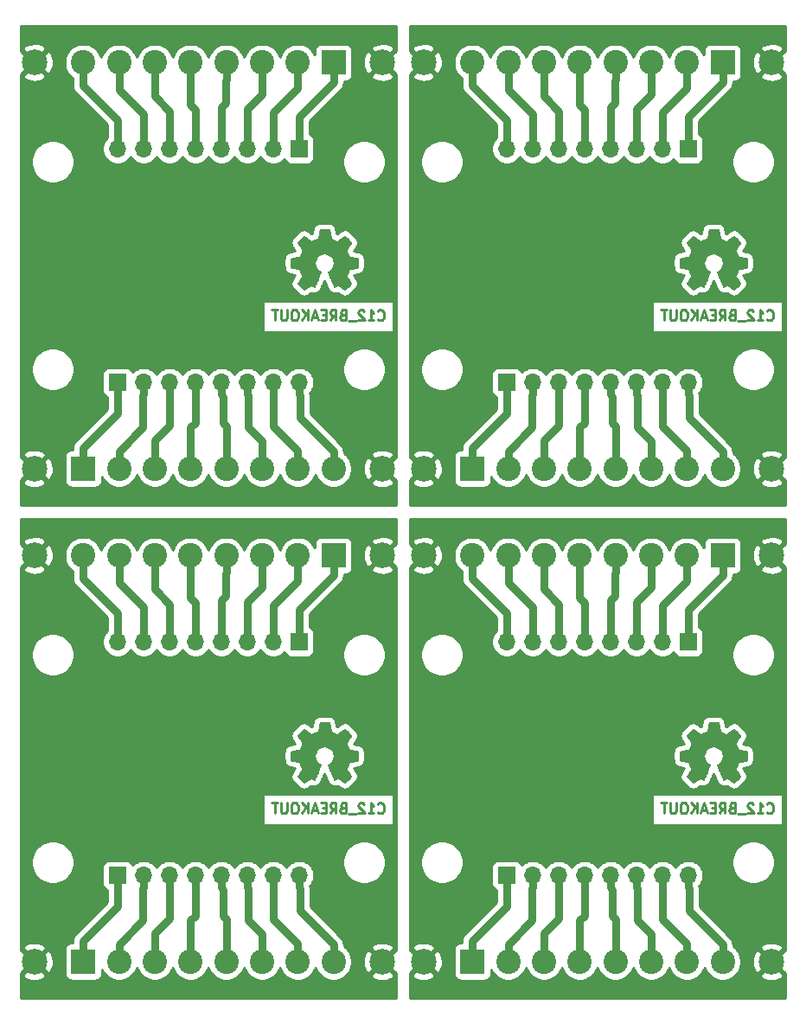
<source format=gbr>
G04 #@! TF.GenerationSoftware,KiCad,Pcbnew,5.1.5+dfsg1-2build2*
G04 #@! TF.CreationDate,2021-06-10T17:54:38-05:00*
G04 #@! TF.ProjectId,,58585858-5858-4585-9858-585858585858,rev?*
G04 #@! TF.SameCoordinates,Original*
G04 #@! TF.FileFunction,Copper,L2,Bot*
G04 #@! TF.FilePolarity,Positive*
%FSLAX46Y46*%
G04 Gerber Fmt 4.6, Leading zero omitted, Abs format (unit mm)*
G04 Created by KiCad (PCBNEW 5.1.5+dfsg1-2build2) date 2021-06-10 17:54:38*
%MOMM*%
%LPD*%
G04 APERTURE LIST*
%ADD10C,0.250000*%
%ADD11C,0.010000*%
%ADD12C,2.499360*%
%ADD13R,1.700000X1.700000*%
%ADD14O,1.700000X1.700000*%
%ADD15R,2.400000X2.400000*%
%ADD16C,2.400000*%
%ADD17C,0.750000*%
%ADD18C,0.254000*%
G04 APERTURE END LIST*
D10*
X178315333Y-134723142D02*
X178362952Y-134770761D01*
X178505809Y-134818380D01*
X178601047Y-134818380D01*
X178743904Y-134770761D01*
X178839142Y-134675523D01*
X178886761Y-134580285D01*
X178934380Y-134389809D01*
X178934380Y-134246952D01*
X178886761Y-134056476D01*
X178839142Y-133961238D01*
X178743904Y-133866000D01*
X178601047Y-133818380D01*
X178505809Y-133818380D01*
X178362952Y-133866000D01*
X178315333Y-133913619D01*
X177362952Y-134818380D02*
X177934380Y-134818380D01*
X177648666Y-134818380D02*
X177648666Y-133818380D01*
X177743904Y-133961238D01*
X177839142Y-134056476D01*
X177934380Y-134104095D01*
X176982000Y-133913619D02*
X176934380Y-133866000D01*
X176839142Y-133818380D01*
X176601047Y-133818380D01*
X176505809Y-133866000D01*
X176458190Y-133913619D01*
X176410571Y-134008857D01*
X176410571Y-134104095D01*
X176458190Y-134246952D01*
X177029619Y-134818380D01*
X176410571Y-134818380D01*
X176220095Y-134913619D02*
X175458190Y-134913619D01*
X174886761Y-134294571D02*
X174743904Y-134342190D01*
X174696285Y-134389809D01*
X174648666Y-134485047D01*
X174648666Y-134627904D01*
X174696285Y-134723142D01*
X174743904Y-134770761D01*
X174839142Y-134818380D01*
X175220095Y-134818380D01*
X175220095Y-133818380D01*
X174886761Y-133818380D01*
X174791523Y-133866000D01*
X174743904Y-133913619D01*
X174696285Y-134008857D01*
X174696285Y-134104095D01*
X174743904Y-134199333D01*
X174791523Y-134246952D01*
X174886761Y-134294571D01*
X175220095Y-134294571D01*
X173648666Y-134818380D02*
X173982000Y-134342190D01*
X174220095Y-134818380D02*
X174220095Y-133818380D01*
X173839142Y-133818380D01*
X173743904Y-133866000D01*
X173696285Y-133913619D01*
X173648666Y-134008857D01*
X173648666Y-134151714D01*
X173696285Y-134246952D01*
X173743904Y-134294571D01*
X173839142Y-134342190D01*
X174220095Y-134342190D01*
X173220095Y-134294571D02*
X172886761Y-134294571D01*
X172743904Y-134818380D02*
X173220095Y-134818380D01*
X173220095Y-133818380D01*
X172743904Y-133818380D01*
X172362952Y-134532666D02*
X171886761Y-134532666D01*
X172458190Y-134818380D02*
X172124857Y-133818380D01*
X171791523Y-134818380D01*
X171458190Y-134818380D02*
X171458190Y-133818380D01*
X170886761Y-134818380D02*
X171315333Y-134246952D01*
X170886761Y-133818380D02*
X171458190Y-134389809D01*
X170267714Y-133818380D02*
X170077238Y-133818380D01*
X169982000Y-133866000D01*
X169886761Y-133961238D01*
X169839142Y-134151714D01*
X169839142Y-134485047D01*
X169886761Y-134675523D01*
X169982000Y-134770761D01*
X170077238Y-134818380D01*
X170267714Y-134818380D01*
X170362952Y-134770761D01*
X170458190Y-134675523D01*
X170505809Y-134485047D01*
X170505809Y-134151714D01*
X170458190Y-133961238D01*
X170362952Y-133866000D01*
X170267714Y-133818380D01*
X169410571Y-133818380D02*
X169410571Y-134627904D01*
X169362952Y-134723142D01*
X169315333Y-134770761D01*
X169220095Y-134818380D01*
X169029619Y-134818380D01*
X168934380Y-134770761D01*
X168886761Y-134723142D01*
X168839142Y-134627904D01*
X168839142Y-133818380D01*
X168505809Y-133818380D02*
X167934380Y-133818380D01*
X168220095Y-134818380D02*
X168220095Y-133818380D01*
X140215333Y-134723142D02*
X140262952Y-134770761D01*
X140405809Y-134818380D01*
X140501047Y-134818380D01*
X140643904Y-134770761D01*
X140739142Y-134675523D01*
X140786761Y-134580285D01*
X140834380Y-134389809D01*
X140834380Y-134246952D01*
X140786761Y-134056476D01*
X140739142Y-133961238D01*
X140643904Y-133866000D01*
X140501047Y-133818380D01*
X140405809Y-133818380D01*
X140262952Y-133866000D01*
X140215333Y-133913619D01*
X139262952Y-134818380D02*
X139834380Y-134818380D01*
X139548666Y-134818380D02*
X139548666Y-133818380D01*
X139643904Y-133961238D01*
X139739142Y-134056476D01*
X139834380Y-134104095D01*
X138882000Y-133913619D02*
X138834380Y-133866000D01*
X138739142Y-133818380D01*
X138501047Y-133818380D01*
X138405809Y-133866000D01*
X138358190Y-133913619D01*
X138310571Y-134008857D01*
X138310571Y-134104095D01*
X138358190Y-134246952D01*
X138929619Y-134818380D01*
X138310571Y-134818380D01*
X138120095Y-134913619D02*
X137358190Y-134913619D01*
X136786761Y-134294571D02*
X136643904Y-134342190D01*
X136596285Y-134389809D01*
X136548666Y-134485047D01*
X136548666Y-134627904D01*
X136596285Y-134723142D01*
X136643904Y-134770761D01*
X136739142Y-134818380D01*
X137120095Y-134818380D01*
X137120095Y-133818380D01*
X136786761Y-133818380D01*
X136691523Y-133866000D01*
X136643904Y-133913619D01*
X136596285Y-134008857D01*
X136596285Y-134104095D01*
X136643904Y-134199333D01*
X136691523Y-134246952D01*
X136786761Y-134294571D01*
X137120095Y-134294571D01*
X135548666Y-134818380D02*
X135882000Y-134342190D01*
X136120095Y-134818380D02*
X136120095Y-133818380D01*
X135739142Y-133818380D01*
X135643904Y-133866000D01*
X135596285Y-133913619D01*
X135548666Y-134008857D01*
X135548666Y-134151714D01*
X135596285Y-134246952D01*
X135643904Y-134294571D01*
X135739142Y-134342190D01*
X136120095Y-134342190D01*
X135120095Y-134294571D02*
X134786761Y-134294571D01*
X134643904Y-134818380D02*
X135120095Y-134818380D01*
X135120095Y-133818380D01*
X134643904Y-133818380D01*
X134262952Y-134532666D02*
X133786761Y-134532666D01*
X134358190Y-134818380D02*
X134024857Y-133818380D01*
X133691523Y-134818380D01*
X133358190Y-134818380D02*
X133358190Y-133818380D01*
X132786761Y-134818380D02*
X133215333Y-134246952D01*
X132786761Y-133818380D02*
X133358190Y-134389809D01*
X132167714Y-133818380D02*
X131977238Y-133818380D01*
X131882000Y-133866000D01*
X131786761Y-133961238D01*
X131739142Y-134151714D01*
X131739142Y-134485047D01*
X131786761Y-134675523D01*
X131882000Y-134770761D01*
X131977238Y-134818380D01*
X132167714Y-134818380D01*
X132262952Y-134770761D01*
X132358190Y-134675523D01*
X132405809Y-134485047D01*
X132405809Y-134151714D01*
X132358190Y-133961238D01*
X132262952Y-133866000D01*
X132167714Y-133818380D01*
X131310571Y-133818380D02*
X131310571Y-134627904D01*
X131262952Y-134723142D01*
X131215333Y-134770761D01*
X131120095Y-134818380D01*
X130929619Y-134818380D01*
X130834380Y-134770761D01*
X130786761Y-134723142D01*
X130739142Y-134627904D01*
X130739142Y-133818380D01*
X130405809Y-133818380D02*
X129834380Y-133818380D01*
X130120095Y-134818380D02*
X130120095Y-133818380D01*
X178315333Y-86463142D02*
X178362952Y-86510761D01*
X178505809Y-86558380D01*
X178601047Y-86558380D01*
X178743904Y-86510761D01*
X178839142Y-86415523D01*
X178886761Y-86320285D01*
X178934380Y-86129809D01*
X178934380Y-85986952D01*
X178886761Y-85796476D01*
X178839142Y-85701238D01*
X178743904Y-85606000D01*
X178601047Y-85558380D01*
X178505809Y-85558380D01*
X178362952Y-85606000D01*
X178315333Y-85653619D01*
X177362952Y-86558380D02*
X177934380Y-86558380D01*
X177648666Y-86558380D02*
X177648666Y-85558380D01*
X177743904Y-85701238D01*
X177839142Y-85796476D01*
X177934380Y-85844095D01*
X176982000Y-85653619D02*
X176934380Y-85606000D01*
X176839142Y-85558380D01*
X176601047Y-85558380D01*
X176505809Y-85606000D01*
X176458190Y-85653619D01*
X176410571Y-85748857D01*
X176410571Y-85844095D01*
X176458190Y-85986952D01*
X177029619Y-86558380D01*
X176410571Y-86558380D01*
X176220095Y-86653619D02*
X175458190Y-86653619D01*
X174886761Y-86034571D02*
X174743904Y-86082190D01*
X174696285Y-86129809D01*
X174648666Y-86225047D01*
X174648666Y-86367904D01*
X174696285Y-86463142D01*
X174743904Y-86510761D01*
X174839142Y-86558380D01*
X175220095Y-86558380D01*
X175220095Y-85558380D01*
X174886761Y-85558380D01*
X174791523Y-85606000D01*
X174743904Y-85653619D01*
X174696285Y-85748857D01*
X174696285Y-85844095D01*
X174743904Y-85939333D01*
X174791523Y-85986952D01*
X174886761Y-86034571D01*
X175220095Y-86034571D01*
X173648666Y-86558380D02*
X173982000Y-86082190D01*
X174220095Y-86558380D02*
X174220095Y-85558380D01*
X173839142Y-85558380D01*
X173743904Y-85606000D01*
X173696285Y-85653619D01*
X173648666Y-85748857D01*
X173648666Y-85891714D01*
X173696285Y-85986952D01*
X173743904Y-86034571D01*
X173839142Y-86082190D01*
X174220095Y-86082190D01*
X173220095Y-86034571D02*
X172886761Y-86034571D01*
X172743904Y-86558380D02*
X173220095Y-86558380D01*
X173220095Y-85558380D01*
X172743904Y-85558380D01*
X172362952Y-86272666D02*
X171886761Y-86272666D01*
X172458190Y-86558380D02*
X172124857Y-85558380D01*
X171791523Y-86558380D01*
X171458190Y-86558380D02*
X171458190Y-85558380D01*
X170886761Y-86558380D02*
X171315333Y-85986952D01*
X170886761Y-85558380D02*
X171458190Y-86129809D01*
X170267714Y-85558380D02*
X170077238Y-85558380D01*
X169982000Y-85606000D01*
X169886761Y-85701238D01*
X169839142Y-85891714D01*
X169839142Y-86225047D01*
X169886761Y-86415523D01*
X169982000Y-86510761D01*
X170077238Y-86558380D01*
X170267714Y-86558380D01*
X170362952Y-86510761D01*
X170458190Y-86415523D01*
X170505809Y-86225047D01*
X170505809Y-85891714D01*
X170458190Y-85701238D01*
X170362952Y-85606000D01*
X170267714Y-85558380D01*
X169410571Y-85558380D02*
X169410571Y-86367904D01*
X169362952Y-86463142D01*
X169315333Y-86510761D01*
X169220095Y-86558380D01*
X169029619Y-86558380D01*
X168934380Y-86510761D01*
X168886761Y-86463142D01*
X168839142Y-86367904D01*
X168839142Y-85558380D01*
X168505809Y-85558380D02*
X167934380Y-85558380D01*
X168220095Y-86558380D02*
X168220095Y-85558380D01*
X140215333Y-86463142D02*
X140262952Y-86510761D01*
X140405809Y-86558380D01*
X140501047Y-86558380D01*
X140643904Y-86510761D01*
X140739142Y-86415523D01*
X140786761Y-86320285D01*
X140834380Y-86129809D01*
X140834380Y-85986952D01*
X140786761Y-85796476D01*
X140739142Y-85701238D01*
X140643904Y-85606000D01*
X140501047Y-85558380D01*
X140405809Y-85558380D01*
X140262952Y-85606000D01*
X140215333Y-85653619D01*
X139262952Y-86558380D02*
X139834380Y-86558380D01*
X139548666Y-86558380D02*
X139548666Y-85558380D01*
X139643904Y-85701238D01*
X139739142Y-85796476D01*
X139834380Y-85844095D01*
X138882000Y-85653619D02*
X138834380Y-85606000D01*
X138739142Y-85558380D01*
X138501047Y-85558380D01*
X138405809Y-85606000D01*
X138358190Y-85653619D01*
X138310571Y-85748857D01*
X138310571Y-85844095D01*
X138358190Y-85986952D01*
X138929619Y-86558380D01*
X138310571Y-86558380D01*
X138120095Y-86653619D02*
X137358190Y-86653619D01*
X136786761Y-86034571D02*
X136643904Y-86082190D01*
X136596285Y-86129809D01*
X136548666Y-86225047D01*
X136548666Y-86367904D01*
X136596285Y-86463142D01*
X136643904Y-86510761D01*
X136739142Y-86558380D01*
X137120095Y-86558380D01*
X137120095Y-85558380D01*
X136786761Y-85558380D01*
X136691523Y-85606000D01*
X136643904Y-85653619D01*
X136596285Y-85748857D01*
X136596285Y-85844095D01*
X136643904Y-85939333D01*
X136691523Y-85986952D01*
X136786761Y-86034571D01*
X137120095Y-86034571D01*
X135548666Y-86558380D02*
X135882000Y-86082190D01*
X136120095Y-86558380D02*
X136120095Y-85558380D01*
X135739142Y-85558380D01*
X135643904Y-85606000D01*
X135596285Y-85653619D01*
X135548666Y-85748857D01*
X135548666Y-85891714D01*
X135596285Y-85986952D01*
X135643904Y-86034571D01*
X135739142Y-86082190D01*
X136120095Y-86082190D01*
X135120095Y-86034571D02*
X134786761Y-86034571D01*
X134643904Y-86558380D02*
X135120095Y-86558380D01*
X135120095Y-85558380D01*
X134643904Y-85558380D01*
X134262952Y-86272666D02*
X133786761Y-86272666D01*
X134358190Y-86558380D02*
X134024857Y-85558380D01*
X133691523Y-86558380D01*
X133358190Y-86558380D02*
X133358190Y-85558380D01*
X132786761Y-86558380D02*
X133215333Y-85986952D01*
X132786761Y-85558380D02*
X133358190Y-86129809D01*
X132167714Y-85558380D02*
X131977238Y-85558380D01*
X131882000Y-85606000D01*
X131786761Y-85701238D01*
X131739142Y-85891714D01*
X131739142Y-86225047D01*
X131786761Y-86415523D01*
X131882000Y-86510761D01*
X131977238Y-86558380D01*
X132167714Y-86558380D01*
X132262952Y-86510761D01*
X132358190Y-86415523D01*
X132405809Y-86225047D01*
X132405809Y-85891714D01*
X132358190Y-85701238D01*
X132262952Y-85606000D01*
X132167714Y-85558380D01*
X131310571Y-85558380D02*
X131310571Y-86367904D01*
X131262952Y-86463142D01*
X131215333Y-86510761D01*
X131120095Y-86558380D01*
X130929619Y-86558380D01*
X130834380Y-86510761D01*
X130786761Y-86463142D01*
X130739142Y-86367904D01*
X130739142Y-85558380D01*
X130405809Y-85558380D02*
X129834380Y-85558380D01*
X130120095Y-86558380D02*
X130120095Y-85558380D01*
D11*
G36*
X172545186Y-126373931D02*
G01*
X172461365Y-126818555D01*
X172152080Y-126946053D01*
X171842794Y-127073551D01*
X171471754Y-126821246D01*
X171367843Y-126750996D01*
X171273913Y-126688272D01*
X171194348Y-126635938D01*
X171133530Y-126596857D01*
X171095843Y-126573893D01*
X171085579Y-126568942D01*
X171067090Y-126581676D01*
X171027580Y-126616882D01*
X170971478Y-126670062D01*
X170903213Y-126736718D01*
X170827214Y-126812354D01*
X170747908Y-126892472D01*
X170669725Y-126972574D01*
X170597093Y-127048164D01*
X170534441Y-127114745D01*
X170486197Y-127167818D01*
X170456790Y-127202887D01*
X170449759Y-127214623D01*
X170459877Y-127236260D01*
X170488241Y-127283662D01*
X170531871Y-127352193D01*
X170587782Y-127437215D01*
X170652994Y-127534093D01*
X170690781Y-127589350D01*
X170759657Y-127690248D01*
X170820860Y-127781299D01*
X170871422Y-127857970D01*
X170908372Y-127915728D01*
X170928742Y-127950043D01*
X170931803Y-127957254D01*
X170924864Y-127977748D01*
X170905949Y-128025513D01*
X170877913Y-128093832D01*
X170843609Y-128175989D01*
X170805891Y-128265270D01*
X170767613Y-128354958D01*
X170731630Y-128438338D01*
X170700794Y-128508694D01*
X170677961Y-128559310D01*
X170665983Y-128583471D01*
X170665276Y-128584422D01*
X170646469Y-128589036D01*
X170596382Y-128599328D01*
X170520207Y-128614287D01*
X170423135Y-128632901D01*
X170310357Y-128654159D01*
X170244558Y-128666418D01*
X170124050Y-128689362D01*
X170015203Y-128711195D01*
X169923524Y-128730722D01*
X169854519Y-128746748D01*
X169813696Y-128758079D01*
X169805489Y-128761674D01*
X169797452Y-128786006D01*
X169790967Y-128840959D01*
X169786030Y-128920108D01*
X169782636Y-129017026D01*
X169780782Y-129125287D01*
X169780462Y-129238465D01*
X169781673Y-129350135D01*
X169784410Y-129453868D01*
X169788669Y-129543241D01*
X169794445Y-129611826D01*
X169801733Y-129653197D01*
X169806105Y-129661810D01*
X169832236Y-129672133D01*
X169887607Y-129686892D01*
X169964893Y-129704352D01*
X170056770Y-129722780D01*
X170088842Y-129728741D01*
X170243476Y-129757066D01*
X170365625Y-129779876D01*
X170459327Y-129798080D01*
X170528616Y-129812583D01*
X170577529Y-129824292D01*
X170610103Y-129834115D01*
X170630372Y-129842956D01*
X170642374Y-129851724D01*
X170644053Y-129853457D01*
X170660816Y-129881371D01*
X170686386Y-129935695D01*
X170718212Y-130009777D01*
X170753740Y-130096965D01*
X170790417Y-130190608D01*
X170825689Y-130284052D01*
X170857004Y-130370647D01*
X170881807Y-130443740D01*
X170897546Y-130496678D01*
X170901668Y-130522811D01*
X170901324Y-130523726D01*
X170887359Y-130545086D01*
X170855678Y-130592084D01*
X170809609Y-130659827D01*
X170752482Y-130743423D01*
X170687627Y-130837982D01*
X170669157Y-130864854D01*
X170603301Y-130962275D01*
X170545350Y-131051163D01*
X170498462Y-131126412D01*
X170465793Y-131182920D01*
X170450500Y-131215581D01*
X170449759Y-131219593D01*
X170462608Y-131240684D01*
X170498112Y-131282464D01*
X170551707Y-131340445D01*
X170618829Y-131410135D01*
X170694913Y-131487045D01*
X170775396Y-131566683D01*
X170855713Y-131644561D01*
X170931301Y-131716186D01*
X170997595Y-131777070D01*
X171050031Y-131822721D01*
X171084045Y-131848650D01*
X171093455Y-131852883D01*
X171115357Y-131842912D01*
X171160200Y-131816020D01*
X171220679Y-131776736D01*
X171267211Y-131745117D01*
X171351525Y-131687098D01*
X171451374Y-131618784D01*
X171551527Y-131550579D01*
X171605373Y-131514075D01*
X171787629Y-131390800D01*
X171940619Y-131473520D01*
X172010318Y-131509759D01*
X172069586Y-131537926D01*
X172109689Y-131553991D01*
X172119897Y-131556226D01*
X172132171Y-131539722D01*
X172156387Y-131493082D01*
X172190737Y-131420609D01*
X172233412Y-131326606D01*
X172282606Y-131215374D01*
X172336510Y-131091215D01*
X172393316Y-130958432D01*
X172451218Y-130821327D01*
X172508407Y-130684202D01*
X172563076Y-130551358D01*
X172613416Y-130427098D01*
X172657620Y-130315725D01*
X172693881Y-130221539D01*
X172720391Y-130148844D01*
X172735342Y-130101941D01*
X172737746Y-130085833D01*
X172718689Y-130065286D01*
X172676964Y-130031933D01*
X172621294Y-129992702D01*
X172616622Y-129989599D01*
X172472736Y-129874423D01*
X172356717Y-129740053D01*
X172269570Y-129590784D01*
X172212301Y-129430913D01*
X172185914Y-129264737D01*
X172191415Y-129096552D01*
X172229810Y-128930655D01*
X172302105Y-128771342D01*
X172323374Y-128736487D01*
X172434004Y-128595737D01*
X172564698Y-128482714D01*
X172710936Y-128398003D01*
X172868192Y-128342194D01*
X173031943Y-128315874D01*
X173197667Y-128319630D01*
X173360838Y-128354050D01*
X173516935Y-128419723D01*
X173661433Y-128517235D01*
X173706131Y-128556813D01*
X173819888Y-128680703D01*
X173902782Y-128811124D01*
X173959644Y-128957315D01*
X173991313Y-129102088D01*
X173999131Y-129264860D01*
X173973062Y-129428440D01*
X173915755Y-129587298D01*
X173829856Y-129735906D01*
X173718014Y-129868735D01*
X173582877Y-129980256D01*
X173565117Y-129992011D01*
X173508850Y-130030508D01*
X173466077Y-130063863D01*
X173445628Y-130085160D01*
X173445331Y-130085833D01*
X173449721Y-130108871D01*
X173467124Y-130161157D01*
X173495732Y-130238390D01*
X173533735Y-130336268D01*
X173579326Y-130450491D01*
X173630697Y-130576758D01*
X173686038Y-130710767D01*
X173743542Y-130848218D01*
X173801399Y-130984808D01*
X173857802Y-131116237D01*
X173910942Y-131238205D01*
X173959010Y-131346409D01*
X174000199Y-131436549D01*
X174032699Y-131504323D01*
X174054703Y-131545430D01*
X174063564Y-131556226D01*
X174090640Y-131547819D01*
X174141303Y-131525272D01*
X174206817Y-131492613D01*
X174242841Y-131473520D01*
X174395832Y-131390800D01*
X174578088Y-131514075D01*
X174671125Y-131577228D01*
X174772985Y-131646727D01*
X174868438Y-131712165D01*
X174916250Y-131745117D01*
X174983495Y-131790273D01*
X175040436Y-131826057D01*
X175079646Y-131847938D01*
X175092381Y-131852563D01*
X175110917Y-131840085D01*
X175151941Y-131805252D01*
X175211475Y-131751678D01*
X175285542Y-131682983D01*
X175370165Y-131602781D01*
X175423685Y-131551286D01*
X175517319Y-131459286D01*
X175598241Y-131376999D01*
X175663177Y-131307945D01*
X175708858Y-131255644D01*
X175732011Y-131223616D01*
X175734232Y-131217116D01*
X175723924Y-131192394D01*
X175695439Y-131142405D01*
X175651937Y-131072212D01*
X175596577Y-130986875D01*
X175532520Y-130891456D01*
X175514303Y-130864854D01*
X175447927Y-130768167D01*
X175388378Y-130681117D01*
X175338984Y-130608595D01*
X175303075Y-130555493D01*
X175283981Y-130526703D01*
X175282136Y-130523726D01*
X175284895Y-130500782D01*
X175299538Y-130450336D01*
X175323513Y-130379041D01*
X175354266Y-130293547D01*
X175389244Y-130200507D01*
X175425893Y-130106574D01*
X175461661Y-130018399D01*
X175493994Y-129942634D01*
X175520338Y-129885931D01*
X175538142Y-129854943D01*
X175539407Y-129853457D01*
X175550294Y-129844601D01*
X175568682Y-129835843D01*
X175598606Y-129826277D01*
X175644103Y-129814996D01*
X175709209Y-129801093D01*
X175797961Y-129783663D01*
X175914393Y-129761798D01*
X176062542Y-129734591D01*
X176094618Y-129728741D01*
X176189686Y-129710374D01*
X176272565Y-129692405D01*
X176335930Y-129676569D01*
X176372458Y-129664600D01*
X176377356Y-129661810D01*
X176385427Y-129637072D01*
X176391987Y-129581790D01*
X176397033Y-129502389D01*
X176400559Y-129405296D01*
X176402561Y-129296938D01*
X176403036Y-129183740D01*
X176401977Y-129072128D01*
X176399382Y-128968529D01*
X176395246Y-128879368D01*
X176389563Y-128811072D01*
X176382331Y-128770066D01*
X176377971Y-128761674D01*
X176353698Y-128753208D01*
X176298426Y-128739435D01*
X176217662Y-128721550D01*
X176116912Y-128700748D01*
X176001683Y-128678223D01*
X175938902Y-128666418D01*
X175819787Y-128644151D01*
X175713565Y-128623979D01*
X175625427Y-128606915D01*
X175560566Y-128593969D01*
X175524174Y-128586155D01*
X175518184Y-128584422D01*
X175508061Y-128564890D01*
X175486662Y-128517843D01*
X175456839Y-128450003D01*
X175421445Y-128368091D01*
X175383332Y-128278828D01*
X175345353Y-128188935D01*
X175310360Y-128105135D01*
X175281206Y-128034147D01*
X175260743Y-127982694D01*
X175251823Y-127957497D01*
X175251657Y-127956396D01*
X175261769Y-127936519D01*
X175290117Y-127890777D01*
X175333723Y-127823717D01*
X175389606Y-127739884D01*
X175454787Y-127643826D01*
X175492679Y-127588650D01*
X175561725Y-127487481D01*
X175623050Y-127395630D01*
X175673663Y-127317744D01*
X175710571Y-127258469D01*
X175730782Y-127222451D01*
X175733701Y-127214377D01*
X175721153Y-127195584D01*
X175686463Y-127155457D01*
X175634063Y-127098493D01*
X175568384Y-127029185D01*
X175493856Y-126952031D01*
X175414913Y-126871525D01*
X175335983Y-126792163D01*
X175261500Y-126718440D01*
X175195894Y-126654852D01*
X175143596Y-126605894D01*
X175109039Y-126576061D01*
X175097478Y-126568942D01*
X175078654Y-126578953D01*
X175033631Y-126607078D01*
X174966787Y-126650454D01*
X174882499Y-126706218D01*
X174785144Y-126771506D01*
X174711707Y-126821246D01*
X174340667Y-127073551D01*
X173722095Y-126818555D01*
X173638275Y-126373931D01*
X173554454Y-125929307D01*
X172629006Y-125929307D01*
X172545186Y-126373931D01*
G37*
X172545186Y-126373931D02*
X172461365Y-126818555D01*
X172152080Y-126946053D01*
X171842794Y-127073551D01*
X171471754Y-126821246D01*
X171367843Y-126750996D01*
X171273913Y-126688272D01*
X171194348Y-126635938D01*
X171133530Y-126596857D01*
X171095843Y-126573893D01*
X171085579Y-126568942D01*
X171067090Y-126581676D01*
X171027580Y-126616882D01*
X170971478Y-126670062D01*
X170903213Y-126736718D01*
X170827214Y-126812354D01*
X170747908Y-126892472D01*
X170669725Y-126972574D01*
X170597093Y-127048164D01*
X170534441Y-127114745D01*
X170486197Y-127167818D01*
X170456790Y-127202887D01*
X170449759Y-127214623D01*
X170459877Y-127236260D01*
X170488241Y-127283662D01*
X170531871Y-127352193D01*
X170587782Y-127437215D01*
X170652994Y-127534093D01*
X170690781Y-127589350D01*
X170759657Y-127690248D01*
X170820860Y-127781299D01*
X170871422Y-127857970D01*
X170908372Y-127915728D01*
X170928742Y-127950043D01*
X170931803Y-127957254D01*
X170924864Y-127977748D01*
X170905949Y-128025513D01*
X170877913Y-128093832D01*
X170843609Y-128175989D01*
X170805891Y-128265270D01*
X170767613Y-128354958D01*
X170731630Y-128438338D01*
X170700794Y-128508694D01*
X170677961Y-128559310D01*
X170665983Y-128583471D01*
X170665276Y-128584422D01*
X170646469Y-128589036D01*
X170596382Y-128599328D01*
X170520207Y-128614287D01*
X170423135Y-128632901D01*
X170310357Y-128654159D01*
X170244558Y-128666418D01*
X170124050Y-128689362D01*
X170015203Y-128711195D01*
X169923524Y-128730722D01*
X169854519Y-128746748D01*
X169813696Y-128758079D01*
X169805489Y-128761674D01*
X169797452Y-128786006D01*
X169790967Y-128840959D01*
X169786030Y-128920108D01*
X169782636Y-129017026D01*
X169780782Y-129125287D01*
X169780462Y-129238465D01*
X169781673Y-129350135D01*
X169784410Y-129453868D01*
X169788669Y-129543241D01*
X169794445Y-129611826D01*
X169801733Y-129653197D01*
X169806105Y-129661810D01*
X169832236Y-129672133D01*
X169887607Y-129686892D01*
X169964893Y-129704352D01*
X170056770Y-129722780D01*
X170088842Y-129728741D01*
X170243476Y-129757066D01*
X170365625Y-129779876D01*
X170459327Y-129798080D01*
X170528616Y-129812583D01*
X170577529Y-129824292D01*
X170610103Y-129834115D01*
X170630372Y-129842956D01*
X170642374Y-129851724D01*
X170644053Y-129853457D01*
X170660816Y-129881371D01*
X170686386Y-129935695D01*
X170718212Y-130009777D01*
X170753740Y-130096965D01*
X170790417Y-130190608D01*
X170825689Y-130284052D01*
X170857004Y-130370647D01*
X170881807Y-130443740D01*
X170897546Y-130496678D01*
X170901668Y-130522811D01*
X170901324Y-130523726D01*
X170887359Y-130545086D01*
X170855678Y-130592084D01*
X170809609Y-130659827D01*
X170752482Y-130743423D01*
X170687627Y-130837982D01*
X170669157Y-130864854D01*
X170603301Y-130962275D01*
X170545350Y-131051163D01*
X170498462Y-131126412D01*
X170465793Y-131182920D01*
X170450500Y-131215581D01*
X170449759Y-131219593D01*
X170462608Y-131240684D01*
X170498112Y-131282464D01*
X170551707Y-131340445D01*
X170618829Y-131410135D01*
X170694913Y-131487045D01*
X170775396Y-131566683D01*
X170855713Y-131644561D01*
X170931301Y-131716186D01*
X170997595Y-131777070D01*
X171050031Y-131822721D01*
X171084045Y-131848650D01*
X171093455Y-131852883D01*
X171115357Y-131842912D01*
X171160200Y-131816020D01*
X171220679Y-131776736D01*
X171267211Y-131745117D01*
X171351525Y-131687098D01*
X171451374Y-131618784D01*
X171551527Y-131550579D01*
X171605373Y-131514075D01*
X171787629Y-131390800D01*
X171940619Y-131473520D01*
X172010318Y-131509759D01*
X172069586Y-131537926D01*
X172109689Y-131553991D01*
X172119897Y-131556226D01*
X172132171Y-131539722D01*
X172156387Y-131493082D01*
X172190737Y-131420609D01*
X172233412Y-131326606D01*
X172282606Y-131215374D01*
X172336510Y-131091215D01*
X172393316Y-130958432D01*
X172451218Y-130821327D01*
X172508407Y-130684202D01*
X172563076Y-130551358D01*
X172613416Y-130427098D01*
X172657620Y-130315725D01*
X172693881Y-130221539D01*
X172720391Y-130148844D01*
X172735342Y-130101941D01*
X172737746Y-130085833D01*
X172718689Y-130065286D01*
X172676964Y-130031933D01*
X172621294Y-129992702D01*
X172616622Y-129989599D01*
X172472736Y-129874423D01*
X172356717Y-129740053D01*
X172269570Y-129590784D01*
X172212301Y-129430913D01*
X172185914Y-129264737D01*
X172191415Y-129096552D01*
X172229810Y-128930655D01*
X172302105Y-128771342D01*
X172323374Y-128736487D01*
X172434004Y-128595737D01*
X172564698Y-128482714D01*
X172710936Y-128398003D01*
X172868192Y-128342194D01*
X173031943Y-128315874D01*
X173197667Y-128319630D01*
X173360838Y-128354050D01*
X173516935Y-128419723D01*
X173661433Y-128517235D01*
X173706131Y-128556813D01*
X173819888Y-128680703D01*
X173902782Y-128811124D01*
X173959644Y-128957315D01*
X173991313Y-129102088D01*
X173999131Y-129264860D01*
X173973062Y-129428440D01*
X173915755Y-129587298D01*
X173829856Y-129735906D01*
X173718014Y-129868735D01*
X173582877Y-129980256D01*
X173565117Y-129992011D01*
X173508850Y-130030508D01*
X173466077Y-130063863D01*
X173445628Y-130085160D01*
X173445331Y-130085833D01*
X173449721Y-130108871D01*
X173467124Y-130161157D01*
X173495732Y-130238390D01*
X173533735Y-130336268D01*
X173579326Y-130450491D01*
X173630697Y-130576758D01*
X173686038Y-130710767D01*
X173743542Y-130848218D01*
X173801399Y-130984808D01*
X173857802Y-131116237D01*
X173910942Y-131238205D01*
X173959010Y-131346409D01*
X174000199Y-131436549D01*
X174032699Y-131504323D01*
X174054703Y-131545430D01*
X174063564Y-131556226D01*
X174090640Y-131547819D01*
X174141303Y-131525272D01*
X174206817Y-131492613D01*
X174242841Y-131473520D01*
X174395832Y-131390800D01*
X174578088Y-131514075D01*
X174671125Y-131577228D01*
X174772985Y-131646727D01*
X174868438Y-131712165D01*
X174916250Y-131745117D01*
X174983495Y-131790273D01*
X175040436Y-131826057D01*
X175079646Y-131847938D01*
X175092381Y-131852563D01*
X175110917Y-131840085D01*
X175151941Y-131805252D01*
X175211475Y-131751678D01*
X175285542Y-131682983D01*
X175370165Y-131602781D01*
X175423685Y-131551286D01*
X175517319Y-131459286D01*
X175598241Y-131376999D01*
X175663177Y-131307945D01*
X175708858Y-131255644D01*
X175732011Y-131223616D01*
X175734232Y-131217116D01*
X175723924Y-131192394D01*
X175695439Y-131142405D01*
X175651937Y-131072212D01*
X175596577Y-130986875D01*
X175532520Y-130891456D01*
X175514303Y-130864854D01*
X175447927Y-130768167D01*
X175388378Y-130681117D01*
X175338984Y-130608595D01*
X175303075Y-130555493D01*
X175283981Y-130526703D01*
X175282136Y-130523726D01*
X175284895Y-130500782D01*
X175299538Y-130450336D01*
X175323513Y-130379041D01*
X175354266Y-130293547D01*
X175389244Y-130200507D01*
X175425893Y-130106574D01*
X175461661Y-130018399D01*
X175493994Y-129942634D01*
X175520338Y-129885931D01*
X175538142Y-129854943D01*
X175539407Y-129853457D01*
X175550294Y-129844601D01*
X175568682Y-129835843D01*
X175598606Y-129826277D01*
X175644103Y-129814996D01*
X175709209Y-129801093D01*
X175797961Y-129783663D01*
X175914393Y-129761798D01*
X176062542Y-129734591D01*
X176094618Y-129728741D01*
X176189686Y-129710374D01*
X176272565Y-129692405D01*
X176335930Y-129676569D01*
X176372458Y-129664600D01*
X176377356Y-129661810D01*
X176385427Y-129637072D01*
X176391987Y-129581790D01*
X176397033Y-129502389D01*
X176400559Y-129405296D01*
X176402561Y-129296938D01*
X176403036Y-129183740D01*
X176401977Y-129072128D01*
X176399382Y-128968529D01*
X176395246Y-128879368D01*
X176389563Y-128811072D01*
X176382331Y-128770066D01*
X176377971Y-128761674D01*
X176353698Y-128753208D01*
X176298426Y-128739435D01*
X176217662Y-128721550D01*
X176116912Y-128700748D01*
X176001683Y-128678223D01*
X175938902Y-128666418D01*
X175819787Y-128644151D01*
X175713565Y-128623979D01*
X175625427Y-128606915D01*
X175560566Y-128593969D01*
X175524174Y-128586155D01*
X175518184Y-128584422D01*
X175508061Y-128564890D01*
X175486662Y-128517843D01*
X175456839Y-128450003D01*
X175421445Y-128368091D01*
X175383332Y-128278828D01*
X175345353Y-128188935D01*
X175310360Y-128105135D01*
X175281206Y-128034147D01*
X175260743Y-127982694D01*
X175251823Y-127957497D01*
X175251657Y-127956396D01*
X175261769Y-127936519D01*
X175290117Y-127890777D01*
X175333723Y-127823717D01*
X175389606Y-127739884D01*
X175454787Y-127643826D01*
X175492679Y-127588650D01*
X175561725Y-127487481D01*
X175623050Y-127395630D01*
X175673663Y-127317744D01*
X175710571Y-127258469D01*
X175730782Y-127222451D01*
X175733701Y-127214377D01*
X175721153Y-127195584D01*
X175686463Y-127155457D01*
X175634063Y-127098493D01*
X175568384Y-127029185D01*
X175493856Y-126952031D01*
X175414913Y-126871525D01*
X175335983Y-126792163D01*
X175261500Y-126718440D01*
X175195894Y-126654852D01*
X175143596Y-126605894D01*
X175109039Y-126576061D01*
X175097478Y-126568942D01*
X175078654Y-126578953D01*
X175033631Y-126607078D01*
X174966787Y-126650454D01*
X174882499Y-126706218D01*
X174785144Y-126771506D01*
X174711707Y-126821246D01*
X174340667Y-127073551D01*
X173722095Y-126818555D01*
X173638275Y-126373931D01*
X173554454Y-125929307D01*
X172629006Y-125929307D01*
X172545186Y-126373931D01*
G36*
X134445186Y-126373931D02*
G01*
X134361365Y-126818555D01*
X134052080Y-126946053D01*
X133742794Y-127073551D01*
X133371754Y-126821246D01*
X133267843Y-126750996D01*
X133173913Y-126688272D01*
X133094348Y-126635938D01*
X133033530Y-126596857D01*
X132995843Y-126573893D01*
X132985579Y-126568942D01*
X132967090Y-126581676D01*
X132927580Y-126616882D01*
X132871478Y-126670062D01*
X132803213Y-126736718D01*
X132727214Y-126812354D01*
X132647908Y-126892472D01*
X132569725Y-126972574D01*
X132497093Y-127048164D01*
X132434441Y-127114745D01*
X132386197Y-127167818D01*
X132356790Y-127202887D01*
X132349759Y-127214623D01*
X132359877Y-127236260D01*
X132388241Y-127283662D01*
X132431871Y-127352193D01*
X132487782Y-127437215D01*
X132552994Y-127534093D01*
X132590781Y-127589350D01*
X132659657Y-127690248D01*
X132720860Y-127781299D01*
X132771422Y-127857970D01*
X132808372Y-127915728D01*
X132828742Y-127950043D01*
X132831803Y-127957254D01*
X132824864Y-127977748D01*
X132805949Y-128025513D01*
X132777913Y-128093832D01*
X132743609Y-128175989D01*
X132705891Y-128265270D01*
X132667613Y-128354958D01*
X132631630Y-128438338D01*
X132600794Y-128508694D01*
X132577961Y-128559310D01*
X132565983Y-128583471D01*
X132565276Y-128584422D01*
X132546469Y-128589036D01*
X132496382Y-128599328D01*
X132420207Y-128614287D01*
X132323135Y-128632901D01*
X132210357Y-128654159D01*
X132144558Y-128666418D01*
X132024050Y-128689362D01*
X131915203Y-128711195D01*
X131823524Y-128730722D01*
X131754519Y-128746748D01*
X131713696Y-128758079D01*
X131705489Y-128761674D01*
X131697452Y-128786006D01*
X131690967Y-128840959D01*
X131686030Y-128920108D01*
X131682636Y-129017026D01*
X131680782Y-129125287D01*
X131680462Y-129238465D01*
X131681673Y-129350135D01*
X131684410Y-129453868D01*
X131688669Y-129543241D01*
X131694445Y-129611826D01*
X131701733Y-129653197D01*
X131706105Y-129661810D01*
X131732236Y-129672133D01*
X131787607Y-129686892D01*
X131864893Y-129704352D01*
X131956770Y-129722780D01*
X131988842Y-129728741D01*
X132143476Y-129757066D01*
X132265625Y-129779876D01*
X132359327Y-129798080D01*
X132428616Y-129812583D01*
X132477529Y-129824292D01*
X132510103Y-129834115D01*
X132530372Y-129842956D01*
X132542374Y-129851724D01*
X132544053Y-129853457D01*
X132560816Y-129881371D01*
X132586386Y-129935695D01*
X132618212Y-130009777D01*
X132653740Y-130096965D01*
X132690417Y-130190608D01*
X132725689Y-130284052D01*
X132757004Y-130370647D01*
X132781807Y-130443740D01*
X132797546Y-130496678D01*
X132801668Y-130522811D01*
X132801324Y-130523726D01*
X132787359Y-130545086D01*
X132755678Y-130592084D01*
X132709609Y-130659827D01*
X132652482Y-130743423D01*
X132587627Y-130837982D01*
X132569157Y-130864854D01*
X132503301Y-130962275D01*
X132445350Y-131051163D01*
X132398462Y-131126412D01*
X132365793Y-131182920D01*
X132350500Y-131215581D01*
X132349759Y-131219593D01*
X132362608Y-131240684D01*
X132398112Y-131282464D01*
X132451707Y-131340445D01*
X132518829Y-131410135D01*
X132594913Y-131487045D01*
X132675396Y-131566683D01*
X132755713Y-131644561D01*
X132831301Y-131716186D01*
X132897595Y-131777070D01*
X132950031Y-131822721D01*
X132984045Y-131848650D01*
X132993455Y-131852883D01*
X133015357Y-131842912D01*
X133060200Y-131816020D01*
X133120679Y-131776736D01*
X133167211Y-131745117D01*
X133251525Y-131687098D01*
X133351374Y-131618784D01*
X133451527Y-131550579D01*
X133505373Y-131514075D01*
X133687629Y-131390800D01*
X133840619Y-131473520D01*
X133910318Y-131509759D01*
X133969586Y-131537926D01*
X134009689Y-131553991D01*
X134019897Y-131556226D01*
X134032171Y-131539722D01*
X134056387Y-131493082D01*
X134090737Y-131420609D01*
X134133412Y-131326606D01*
X134182606Y-131215374D01*
X134236510Y-131091215D01*
X134293316Y-130958432D01*
X134351218Y-130821327D01*
X134408407Y-130684202D01*
X134463076Y-130551358D01*
X134513416Y-130427098D01*
X134557620Y-130315725D01*
X134593881Y-130221539D01*
X134620391Y-130148844D01*
X134635342Y-130101941D01*
X134637746Y-130085833D01*
X134618689Y-130065286D01*
X134576964Y-130031933D01*
X134521294Y-129992702D01*
X134516622Y-129989599D01*
X134372736Y-129874423D01*
X134256717Y-129740053D01*
X134169570Y-129590784D01*
X134112301Y-129430913D01*
X134085914Y-129264737D01*
X134091415Y-129096552D01*
X134129810Y-128930655D01*
X134202105Y-128771342D01*
X134223374Y-128736487D01*
X134334004Y-128595737D01*
X134464698Y-128482714D01*
X134610936Y-128398003D01*
X134768192Y-128342194D01*
X134931943Y-128315874D01*
X135097667Y-128319630D01*
X135260838Y-128354050D01*
X135416935Y-128419723D01*
X135561433Y-128517235D01*
X135606131Y-128556813D01*
X135719888Y-128680703D01*
X135802782Y-128811124D01*
X135859644Y-128957315D01*
X135891313Y-129102088D01*
X135899131Y-129264860D01*
X135873062Y-129428440D01*
X135815755Y-129587298D01*
X135729856Y-129735906D01*
X135618014Y-129868735D01*
X135482877Y-129980256D01*
X135465117Y-129992011D01*
X135408850Y-130030508D01*
X135366077Y-130063863D01*
X135345628Y-130085160D01*
X135345331Y-130085833D01*
X135349721Y-130108871D01*
X135367124Y-130161157D01*
X135395732Y-130238390D01*
X135433735Y-130336268D01*
X135479326Y-130450491D01*
X135530697Y-130576758D01*
X135586038Y-130710767D01*
X135643542Y-130848218D01*
X135701399Y-130984808D01*
X135757802Y-131116237D01*
X135810942Y-131238205D01*
X135859010Y-131346409D01*
X135900199Y-131436549D01*
X135932699Y-131504323D01*
X135954703Y-131545430D01*
X135963564Y-131556226D01*
X135990640Y-131547819D01*
X136041303Y-131525272D01*
X136106817Y-131492613D01*
X136142841Y-131473520D01*
X136295832Y-131390800D01*
X136478088Y-131514075D01*
X136571125Y-131577228D01*
X136672985Y-131646727D01*
X136768438Y-131712165D01*
X136816250Y-131745117D01*
X136883495Y-131790273D01*
X136940436Y-131826057D01*
X136979646Y-131847938D01*
X136992381Y-131852563D01*
X137010917Y-131840085D01*
X137051941Y-131805252D01*
X137111475Y-131751678D01*
X137185542Y-131682983D01*
X137270165Y-131602781D01*
X137323685Y-131551286D01*
X137417319Y-131459286D01*
X137498241Y-131376999D01*
X137563177Y-131307945D01*
X137608858Y-131255644D01*
X137632011Y-131223616D01*
X137634232Y-131217116D01*
X137623924Y-131192394D01*
X137595439Y-131142405D01*
X137551937Y-131072212D01*
X137496577Y-130986875D01*
X137432520Y-130891456D01*
X137414303Y-130864854D01*
X137347927Y-130768167D01*
X137288378Y-130681117D01*
X137238984Y-130608595D01*
X137203075Y-130555493D01*
X137183981Y-130526703D01*
X137182136Y-130523726D01*
X137184895Y-130500782D01*
X137199538Y-130450336D01*
X137223513Y-130379041D01*
X137254266Y-130293547D01*
X137289244Y-130200507D01*
X137325893Y-130106574D01*
X137361661Y-130018399D01*
X137393994Y-129942634D01*
X137420338Y-129885931D01*
X137438142Y-129854943D01*
X137439407Y-129853457D01*
X137450294Y-129844601D01*
X137468682Y-129835843D01*
X137498606Y-129826277D01*
X137544103Y-129814996D01*
X137609209Y-129801093D01*
X137697961Y-129783663D01*
X137814393Y-129761798D01*
X137962542Y-129734591D01*
X137994618Y-129728741D01*
X138089686Y-129710374D01*
X138172565Y-129692405D01*
X138235930Y-129676569D01*
X138272458Y-129664600D01*
X138277356Y-129661810D01*
X138285427Y-129637072D01*
X138291987Y-129581790D01*
X138297033Y-129502389D01*
X138300559Y-129405296D01*
X138302561Y-129296938D01*
X138303036Y-129183740D01*
X138301977Y-129072128D01*
X138299382Y-128968529D01*
X138295246Y-128879368D01*
X138289563Y-128811072D01*
X138282331Y-128770066D01*
X138277971Y-128761674D01*
X138253698Y-128753208D01*
X138198426Y-128739435D01*
X138117662Y-128721550D01*
X138016912Y-128700748D01*
X137901683Y-128678223D01*
X137838902Y-128666418D01*
X137719787Y-128644151D01*
X137613565Y-128623979D01*
X137525427Y-128606915D01*
X137460566Y-128593969D01*
X137424174Y-128586155D01*
X137418184Y-128584422D01*
X137408061Y-128564890D01*
X137386662Y-128517843D01*
X137356839Y-128450003D01*
X137321445Y-128368091D01*
X137283332Y-128278828D01*
X137245353Y-128188935D01*
X137210360Y-128105135D01*
X137181206Y-128034147D01*
X137160743Y-127982694D01*
X137151823Y-127957497D01*
X137151657Y-127956396D01*
X137161769Y-127936519D01*
X137190117Y-127890777D01*
X137233723Y-127823717D01*
X137289606Y-127739884D01*
X137354787Y-127643826D01*
X137392679Y-127588650D01*
X137461725Y-127487481D01*
X137523050Y-127395630D01*
X137573663Y-127317744D01*
X137610571Y-127258469D01*
X137630782Y-127222451D01*
X137633701Y-127214377D01*
X137621153Y-127195584D01*
X137586463Y-127155457D01*
X137534063Y-127098493D01*
X137468384Y-127029185D01*
X137393856Y-126952031D01*
X137314913Y-126871525D01*
X137235983Y-126792163D01*
X137161500Y-126718440D01*
X137095894Y-126654852D01*
X137043596Y-126605894D01*
X137009039Y-126576061D01*
X136997478Y-126568942D01*
X136978654Y-126578953D01*
X136933631Y-126607078D01*
X136866787Y-126650454D01*
X136782499Y-126706218D01*
X136685144Y-126771506D01*
X136611707Y-126821246D01*
X136240667Y-127073551D01*
X135622095Y-126818555D01*
X135538275Y-126373931D01*
X135454454Y-125929307D01*
X134529006Y-125929307D01*
X134445186Y-126373931D01*
G37*
X134445186Y-126373931D02*
X134361365Y-126818555D01*
X134052080Y-126946053D01*
X133742794Y-127073551D01*
X133371754Y-126821246D01*
X133267843Y-126750996D01*
X133173913Y-126688272D01*
X133094348Y-126635938D01*
X133033530Y-126596857D01*
X132995843Y-126573893D01*
X132985579Y-126568942D01*
X132967090Y-126581676D01*
X132927580Y-126616882D01*
X132871478Y-126670062D01*
X132803213Y-126736718D01*
X132727214Y-126812354D01*
X132647908Y-126892472D01*
X132569725Y-126972574D01*
X132497093Y-127048164D01*
X132434441Y-127114745D01*
X132386197Y-127167818D01*
X132356790Y-127202887D01*
X132349759Y-127214623D01*
X132359877Y-127236260D01*
X132388241Y-127283662D01*
X132431871Y-127352193D01*
X132487782Y-127437215D01*
X132552994Y-127534093D01*
X132590781Y-127589350D01*
X132659657Y-127690248D01*
X132720860Y-127781299D01*
X132771422Y-127857970D01*
X132808372Y-127915728D01*
X132828742Y-127950043D01*
X132831803Y-127957254D01*
X132824864Y-127977748D01*
X132805949Y-128025513D01*
X132777913Y-128093832D01*
X132743609Y-128175989D01*
X132705891Y-128265270D01*
X132667613Y-128354958D01*
X132631630Y-128438338D01*
X132600794Y-128508694D01*
X132577961Y-128559310D01*
X132565983Y-128583471D01*
X132565276Y-128584422D01*
X132546469Y-128589036D01*
X132496382Y-128599328D01*
X132420207Y-128614287D01*
X132323135Y-128632901D01*
X132210357Y-128654159D01*
X132144558Y-128666418D01*
X132024050Y-128689362D01*
X131915203Y-128711195D01*
X131823524Y-128730722D01*
X131754519Y-128746748D01*
X131713696Y-128758079D01*
X131705489Y-128761674D01*
X131697452Y-128786006D01*
X131690967Y-128840959D01*
X131686030Y-128920108D01*
X131682636Y-129017026D01*
X131680782Y-129125287D01*
X131680462Y-129238465D01*
X131681673Y-129350135D01*
X131684410Y-129453868D01*
X131688669Y-129543241D01*
X131694445Y-129611826D01*
X131701733Y-129653197D01*
X131706105Y-129661810D01*
X131732236Y-129672133D01*
X131787607Y-129686892D01*
X131864893Y-129704352D01*
X131956770Y-129722780D01*
X131988842Y-129728741D01*
X132143476Y-129757066D01*
X132265625Y-129779876D01*
X132359327Y-129798080D01*
X132428616Y-129812583D01*
X132477529Y-129824292D01*
X132510103Y-129834115D01*
X132530372Y-129842956D01*
X132542374Y-129851724D01*
X132544053Y-129853457D01*
X132560816Y-129881371D01*
X132586386Y-129935695D01*
X132618212Y-130009777D01*
X132653740Y-130096965D01*
X132690417Y-130190608D01*
X132725689Y-130284052D01*
X132757004Y-130370647D01*
X132781807Y-130443740D01*
X132797546Y-130496678D01*
X132801668Y-130522811D01*
X132801324Y-130523726D01*
X132787359Y-130545086D01*
X132755678Y-130592084D01*
X132709609Y-130659827D01*
X132652482Y-130743423D01*
X132587627Y-130837982D01*
X132569157Y-130864854D01*
X132503301Y-130962275D01*
X132445350Y-131051163D01*
X132398462Y-131126412D01*
X132365793Y-131182920D01*
X132350500Y-131215581D01*
X132349759Y-131219593D01*
X132362608Y-131240684D01*
X132398112Y-131282464D01*
X132451707Y-131340445D01*
X132518829Y-131410135D01*
X132594913Y-131487045D01*
X132675396Y-131566683D01*
X132755713Y-131644561D01*
X132831301Y-131716186D01*
X132897595Y-131777070D01*
X132950031Y-131822721D01*
X132984045Y-131848650D01*
X132993455Y-131852883D01*
X133015357Y-131842912D01*
X133060200Y-131816020D01*
X133120679Y-131776736D01*
X133167211Y-131745117D01*
X133251525Y-131687098D01*
X133351374Y-131618784D01*
X133451527Y-131550579D01*
X133505373Y-131514075D01*
X133687629Y-131390800D01*
X133840619Y-131473520D01*
X133910318Y-131509759D01*
X133969586Y-131537926D01*
X134009689Y-131553991D01*
X134019897Y-131556226D01*
X134032171Y-131539722D01*
X134056387Y-131493082D01*
X134090737Y-131420609D01*
X134133412Y-131326606D01*
X134182606Y-131215374D01*
X134236510Y-131091215D01*
X134293316Y-130958432D01*
X134351218Y-130821327D01*
X134408407Y-130684202D01*
X134463076Y-130551358D01*
X134513416Y-130427098D01*
X134557620Y-130315725D01*
X134593881Y-130221539D01*
X134620391Y-130148844D01*
X134635342Y-130101941D01*
X134637746Y-130085833D01*
X134618689Y-130065286D01*
X134576964Y-130031933D01*
X134521294Y-129992702D01*
X134516622Y-129989599D01*
X134372736Y-129874423D01*
X134256717Y-129740053D01*
X134169570Y-129590784D01*
X134112301Y-129430913D01*
X134085914Y-129264737D01*
X134091415Y-129096552D01*
X134129810Y-128930655D01*
X134202105Y-128771342D01*
X134223374Y-128736487D01*
X134334004Y-128595737D01*
X134464698Y-128482714D01*
X134610936Y-128398003D01*
X134768192Y-128342194D01*
X134931943Y-128315874D01*
X135097667Y-128319630D01*
X135260838Y-128354050D01*
X135416935Y-128419723D01*
X135561433Y-128517235D01*
X135606131Y-128556813D01*
X135719888Y-128680703D01*
X135802782Y-128811124D01*
X135859644Y-128957315D01*
X135891313Y-129102088D01*
X135899131Y-129264860D01*
X135873062Y-129428440D01*
X135815755Y-129587298D01*
X135729856Y-129735906D01*
X135618014Y-129868735D01*
X135482877Y-129980256D01*
X135465117Y-129992011D01*
X135408850Y-130030508D01*
X135366077Y-130063863D01*
X135345628Y-130085160D01*
X135345331Y-130085833D01*
X135349721Y-130108871D01*
X135367124Y-130161157D01*
X135395732Y-130238390D01*
X135433735Y-130336268D01*
X135479326Y-130450491D01*
X135530697Y-130576758D01*
X135586038Y-130710767D01*
X135643542Y-130848218D01*
X135701399Y-130984808D01*
X135757802Y-131116237D01*
X135810942Y-131238205D01*
X135859010Y-131346409D01*
X135900199Y-131436549D01*
X135932699Y-131504323D01*
X135954703Y-131545430D01*
X135963564Y-131556226D01*
X135990640Y-131547819D01*
X136041303Y-131525272D01*
X136106817Y-131492613D01*
X136142841Y-131473520D01*
X136295832Y-131390800D01*
X136478088Y-131514075D01*
X136571125Y-131577228D01*
X136672985Y-131646727D01*
X136768438Y-131712165D01*
X136816250Y-131745117D01*
X136883495Y-131790273D01*
X136940436Y-131826057D01*
X136979646Y-131847938D01*
X136992381Y-131852563D01*
X137010917Y-131840085D01*
X137051941Y-131805252D01*
X137111475Y-131751678D01*
X137185542Y-131682983D01*
X137270165Y-131602781D01*
X137323685Y-131551286D01*
X137417319Y-131459286D01*
X137498241Y-131376999D01*
X137563177Y-131307945D01*
X137608858Y-131255644D01*
X137632011Y-131223616D01*
X137634232Y-131217116D01*
X137623924Y-131192394D01*
X137595439Y-131142405D01*
X137551937Y-131072212D01*
X137496577Y-130986875D01*
X137432520Y-130891456D01*
X137414303Y-130864854D01*
X137347927Y-130768167D01*
X137288378Y-130681117D01*
X137238984Y-130608595D01*
X137203075Y-130555493D01*
X137183981Y-130526703D01*
X137182136Y-130523726D01*
X137184895Y-130500782D01*
X137199538Y-130450336D01*
X137223513Y-130379041D01*
X137254266Y-130293547D01*
X137289244Y-130200507D01*
X137325893Y-130106574D01*
X137361661Y-130018399D01*
X137393994Y-129942634D01*
X137420338Y-129885931D01*
X137438142Y-129854943D01*
X137439407Y-129853457D01*
X137450294Y-129844601D01*
X137468682Y-129835843D01*
X137498606Y-129826277D01*
X137544103Y-129814996D01*
X137609209Y-129801093D01*
X137697961Y-129783663D01*
X137814393Y-129761798D01*
X137962542Y-129734591D01*
X137994618Y-129728741D01*
X138089686Y-129710374D01*
X138172565Y-129692405D01*
X138235930Y-129676569D01*
X138272458Y-129664600D01*
X138277356Y-129661810D01*
X138285427Y-129637072D01*
X138291987Y-129581790D01*
X138297033Y-129502389D01*
X138300559Y-129405296D01*
X138302561Y-129296938D01*
X138303036Y-129183740D01*
X138301977Y-129072128D01*
X138299382Y-128968529D01*
X138295246Y-128879368D01*
X138289563Y-128811072D01*
X138282331Y-128770066D01*
X138277971Y-128761674D01*
X138253698Y-128753208D01*
X138198426Y-128739435D01*
X138117662Y-128721550D01*
X138016912Y-128700748D01*
X137901683Y-128678223D01*
X137838902Y-128666418D01*
X137719787Y-128644151D01*
X137613565Y-128623979D01*
X137525427Y-128606915D01*
X137460566Y-128593969D01*
X137424174Y-128586155D01*
X137418184Y-128584422D01*
X137408061Y-128564890D01*
X137386662Y-128517843D01*
X137356839Y-128450003D01*
X137321445Y-128368091D01*
X137283332Y-128278828D01*
X137245353Y-128188935D01*
X137210360Y-128105135D01*
X137181206Y-128034147D01*
X137160743Y-127982694D01*
X137151823Y-127957497D01*
X137151657Y-127956396D01*
X137161769Y-127936519D01*
X137190117Y-127890777D01*
X137233723Y-127823717D01*
X137289606Y-127739884D01*
X137354787Y-127643826D01*
X137392679Y-127588650D01*
X137461725Y-127487481D01*
X137523050Y-127395630D01*
X137573663Y-127317744D01*
X137610571Y-127258469D01*
X137630782Y-127222451D01*
X137633701Y-127214377D01*
X137621153Y-127195584D01*
X137586463Y-127155457D01*
X137534063Y-127098493D01*
X137468384Y-127029185D01*
X137393856Y-126952031D01*
X137314913Y-126871525D01*
X137235983Y-126792163D01*
X137161500Y-126718440D01*
X137095894Y-126654852D01*
X137043596Y-126605894D01*
X137009039Y-126576061D01*
X136997478Y-126568942D01*
X136978654Y-126578953D01*
X136933631Y-126607078D01*
X136866787Y-126650454D01*
X136782499Y-126706218D01*
X136685144Y-126771506D01*
X136611707Y-126821246D01*
X136240667Y-127073551D01*
X135622095Y-126818555D01*
X135538275Y-126373931D01*
X135454454Y-125929307D01*
X134529006Y-125929307D01*
X134445186Y-126373931D01*
G36*
X172545186Y-78113931D02*
G01*
X172461365Y-78558555D01*
X172152080Y-78686053D01*
X171842794Y-78813551D01*
X171471754Y-78561246D01*
X171367843Y-78490996D01*
X171273913Y-78428272D01*
X171194348Y-78375938D01*
X171133530Y-78336857D01*
X171095843Y-78313893D01*
X171085579Y-78308942D01*
X171067090Y-78321676D01*
X171027580Y-78356882D01*
X170971478Y-78410062D01*
X170903213Y-78476718D01*
X170827214Y-78552354D01*
X170747908Y-78632472D01*
X170669725Y-78712574D01*
X170597093Y-78788164D01*
X170534441Y-78854745D01*
X170486197Y-78907818D01*
X170456790Y-78942887D01*
X170449759Y-78954623D01*
X170459877Y-78976260D01*
X170488241Y-79023662D01*
X170531871Y-79092193D01*
X170587782Y-79177215D01*
X170652994Y-79274093D01*
X170690781Y-79329350D01*
X170759657Y-79430248D01*
X170820860Y-79521299D01*
X170871422Y-79597970D01*
X170908372Y-79655728D01*
X170928742Y-79690043D01*
X170931803Y-79697254D01*
X170924864Y-79717748D01*
X170905949Y-79765513D01*
X170877913Y-79833832D01*
X170843609Y-79915989D01*
X170805891Y-80005270D01*
X170767613Y-80094958D01*
X170731630Y-80178338D01*
X170700794Y-80248694D01*
X170677961Y-80299310D01*
X170665983Y-80323471D01*
X170665276Y-80324422D01*
X170646469Y-80329036D01*
X170596382Y-80339328D01*
X170520207Y-80354287D01*
X170423135Y-80372901D01*
X170310357Y-80394159D01*
X170244558Y-80406418D01*
X170124050Y-80429362D01*
X170015203Y-80451195D01*
X169923524Y-80470722D01*
X169854519Y-80486748D01*
X169813696Y-80498079D01*
X169805489Y-80501674D01*
X169797452Y-80526006D01*
X169790967Y-80580959D01*
X169786030Y-80660108D01*
X169782636Y-80757026D01*
X169780782Y-80865287D01*
X169780462Y-80978465D01*
X169781673Y-81090135D01*
X169784410Y-81193868D01*
X169788669Y-81283241D01*
X169794445Y-81351826D01*
X169801733Y-81393197D01*
X169806105Y-81401810D01*
X169832236Y-81412133D01*
X169887607Y-81426892D01*
X169964893Y-81444352D01*
X170056770Y-81462780D01*
X170088842Y-81468741D01*
X170243476Y-81497066D01*
X170365625Y-81519876D01*
X170459327Y-81538080D01*
X170528616Y-81552583D01*
X170577529Y-81564292D01*
X170610103Y-81574115D01*
X170630372Y-81582956D01*
X170642374Y-81591724D01*
X170644053Y-81593457D01*
X170660816Y-81621371D01*
X170686386Y-81675695D01*
X170718212Y-81749777D01*
X170753740Y-81836965D01*
X170790417Y-81930608D01*
X170825689Y-82024052D01*
X170857004Y-82110647D01*
X170881807Y-82183740D01*
X170897546Y-82236678D01*
X170901668Y-82262811D01*
X170901324Y-82263726D01*
X170887359Y-82285086D01*
X170855678Y-82332084D01*
X170809609Y-82399827D01*
X170752482Y-82483423D01*
X170687627Y-82577982D01*
X170669157Y-82604854D01*
X170603301Y-82702275D01*
X170545350Y-82791163D01*
X170498462Y-82866412D01*
X170465793Y-82922920D01*
X170450500Y-82955581D01*
X170449759Y-82959593D01*
X170462608Y-82980684D01*
X170498112Y-83022464D01*
X170551707Y-83080445D01*
X170618829Y-83150135D01*
X170694913Y-83227045D01*
X170775396Y-83306683D01*
X170855713Y-83384561D01*
X170931301Y-83456186D01*
X170997595Y-83517070D01*
X171050031Y-83562721D01*
X171084045Y-83588650D01*
X171093455Y-83592883D01*
X171115357Y-83582912D01*
X171160200Y-83556020D01*
X171220679Y-83516736D01*
X171267211Y-83485117D01*
X171351525Y-83427098D01*
X171451374Y-83358784D01*
X171551527Y-83290579D01*
X171605373Y-83254075D01*
X171787629Y-83130800D01*
X171940619Y-83213520D01*
X172010318Y-83249759D01*
X172069586Y-83277926D01*
X172109689Y-83293991D01*
X172119897Y-83296226D01*
X172132171Y-83279722D01*
X172156387Y-83233082D01*
X172190737Y-83160609D01*
X172233412Y-83066606D01*
X172282606Y-82955374D01*
X172336510Y-82831215D01*
X172393316Y-82698432D01*
X172451218Y-82561327D01*
X172508407Y-82424202D01*
X172563076Y-82291358D01*
X172613416Y-82167098D01*
X172657620Y-82055725D01*
X172693881Y-81961539D01*
X172720391Y-81888844D01*
X172735342Y-81841941D01*
X172737746Y-81825833D01*
X172718689Y-81805286D01*
X172676964Y-81771933D01*
X172621294Y-81732702D01*
X172616622Y-81729599D01*
X172472736Y-81614423D01*
X172356717Y-81480053D01*
X172269570Y-81330784D01*
X172212301Y-81170913D01*
X172185914Y-81004737D01*
X172191415Y-80836552D01*
X172229810Y-80670655D01*
X172302105Y-80511342D01*
X172323374Y-80476487D01*
X172434004Y-80335737D01*
X172564698Y-80222714D01*
X172710936Y-80138003D01*
X172868192Y-80082194D01*
X173031943Y-80055874D01*
X173197667Y-80059630D01*
X173360838Y-80094050D01*
X173516935Y-80159723D01*
X173661433Y-80257235D01*
X173706131Y-80296813D01*
X173819888Y-80420703D01*
X173902782Y-80551124D01*
X173959644Y-80697315D01*
X173991313Y-80842088D01*
X173999131Y-81004860D01*
X173973062Y-81168440D01*
X173915755Y-81327298D01*
X173829856Y-81475906D01*
X173718014Y-81608735D01*
X173582877Y-81720256D01*
X173565117Y-81732011D01*
X173508850Y-81770508D01*
X173466077Y-81803863D01*
X173445628Y-81825160D01*
X173445331Y-81825833D01*
X173449721Y-81848871D01*
X173467124Y-81901157D01*
X173495732Y-81978390D01*
X173533735Y-82076268D01*
X173579326Y-82190491D01*
X173630697Y-82316758D01*
X173686038Y-82450767D01*
X173743542Y-82588218D01*
X173801399Y-82724808D01*
X173857802Y-82856237D01*
X173910942Y-82978205D01*
X173959010Y-83086409D01*
X174000199Y-83176549D01*
X174032699Y-83244323D01*
X174054703Y-83285430D01*
X174063564Y-83296226D01*
X174090640Y-83287819D01*
X174141303Y-83265272D01*
X174206817Y-83232613D01*
X174242841Y-83213520D01*
X174395832Y-83130800D01*
X174578088Y-83254075D01*
X174671125Y-83317228D01*
X174772985Y-83386727D01*
X174868438Y-83452165D01*
X174916250Y-83485117D01*
X174983495Y-83530273D01*
X175040436Y-83566057D01*
X175079646Y-83587938D01*
X175092381Y-83592563D01*
X175110917Y-83580085D01*
X175151941Y-83545252D01*
X175211475Y-83491678D01*
X175285542Y-83422983D01*
X175370165Y-83342781D01*
X175423685Y-83291286D01*
X175517319Y-83199286D01*
X175598241Y-83116999D01*
X175663177Y-83047945D01*
X175708858Y-82995644D01*
X175732011Y-82963616D01*
X175734232Y-82957116D01*
X175723924Y-82932394D01*
X175695439Y-82882405D01*
X175651937Y-82812212D01*
X175596577Y-82726875D01*
X175532520Y-82631456D01*
X175514303Y-82604854D01*
X175447927Y-82508167D01*
X175388378Y-82421117D01*
X175338984Y-82348595D01*
X175303075Y-82295493D01*
X175283981Y-82266703D01*
X175282136Y-82263726D01*
X175284895Y-82240782D01*
X175299538Y-82190336D01*
X175323513Y-82119041D01*
X175354266Y-82033547D01*
X175389244Y-81940507D01*
X175425893Y-81846574D01*
X175461661Y-81758399D01*
X175493994Y-81682634D01*
X175520338Y-81625931D01*
X175538142Y-81594943D01*
X175539407Y-81593457D01*
X175550294Y-81584601D01*
X175568682Y-81575843D01*
X175598606Y-81566277D01*
X175644103Y-81554996D01*
X175709209Y-81541093D01*
X175797961Y-81523663D01*
X175914393Y-81501798D01*
X176062542Y-81474591D01*
X176094618Y-81468741D01*
X176189686Y-81450374D01*
X176272565Y-81432405D01*
X176335930Y-81416569D01*
X176372458Y-81404600D01*
X176377356Y-81401810D01*
X176385427Y-81377072D01*
X176391987Y-81321790D01*
X176397033Y-81242389D01*
X176400559Y-81145296D01*
X176402561Y-81036938D01*
X176403036Y-80923740D01*
X176401977Y-80812128D01*
X176399382Y-80708529D01*
X176395246Y-80619368D01*
X176389563Y-80551072D01*
X176382331Y-80510066D01*
X176377971Y-80501674D01*
X176353698Y-80493208D01*
X176298426Y-80479435D01*
X176217662Y-80461550D01*
X176116912Y-80440748D01*
X176001683Y-80418223D01*
X175938902Y-80406418D01*
X175819787Y-80384151D01*
X175713565Y-80363979D01*
X175625427Y-80346915D01*
X175560566Y-80333969D01*
X175524174Y-80326155D01*
X175518184Y-80324422D01*
X175508061Y-80304890D01*
X175486662Y-80257843D01*
X175456839Y-80190003D01*
X175421445Y-80108091D01*
X175383332Y-80018828D01*
X175345353Y-79928935D01*
X175310360Y-79845135D01*
X175281206Y-79774147D01*
X175260743Y-79722694D01*
X175251823Y-79697497D01*
X175251657Y-79696396D01*
X175261769Y-79676519D01*
X175290117Y-79630777D01*
X175333723Y-79563717D01*
X175389606Y-79479884D01*
X175454787Y-79383826D01*
X175492679Y-79328650D01*
X175561725Y-79227481D01*
X175623050Y-79135630D01*
X175673663Y-79057744D01*
X175710571Y-78998469D01*
X175730782Y-78962451D01*
X175733701Y-78954377D01*
X175721153Y-78935584D01*
X175686463Y-78895457D01*
X175634063Y-78838493D01*
X175568384Y-78769185D01*
X175493856Y-78692031D01*
X175414913Y-78611525D01*
X175335983Y-78532163D01*
X175261500Y-78458440D01*
X175195894Y-78394852D01*
X175143596Y-78345894D01*
X175109039Y-78316061D01*
X175097478Y-78308942D01*
X175078654Y-78318953D01*
X175033631Y-78347078D01*
X174966787Y-78390454D01*
X174882499Y-78446218D01*
X174785144Y-78511506D01*
X174711707Y-78561246D01*
X174340667Y-78813551D01*
X173722095Y-78558555D01*
X173638275Y-78113931D01*
X173554454Y-77669307D01*
X172629006Y-77669307D01*
X172545186Y-78113931D01*
G37*
X172545186Y-78113931D02*
X172461365Y-78558555D01*
X172152080Y-78686053D01*
X171842794Y-78813551D01*
X171471754Y-78561246D01*
X171367843Y-78490996D01*
X171273913Y-78428272D01*
X171194348Y-78375938D01*
X171133530Y-78336857D01*
X171095843Y-78313893D01*
X171085579Y-78308942D01*
X171067090Y-78321676D01*
X171027580Y-78356882D01*
X170971478Y-78410062D01*
X170903213Y-78476718D01*
X170827214Y-78552354D01*
X170747908Y-78632472D01*
X170669725Y-78712574D01*
X170597093Y-78788164D01*
X170534441Y-78854745D01*
X170486197Y-78907818D01*
X170456790Y-78942887D01*
X170449759Y-78954623D01*
X170459877Y-78976260D01*
X170488241Y-79023662D01*
X170531871Y-79092193D01*
X170587782Y-79177215D01*
X170652994Y-79274093D01*
X170690781Y-79329350D01*
X170759657Y-79430248D01*
X170820860Y-79521299D01*
X170871422Y-79597970D01*
X170908372Y-79655728D01*
X170928742Y-79690043D01*
X170931803Y-79697254D01*
X170924864Y-79717748D01*
X170905949Y-79765513D01*
X170877913Y-79833832D01*
X170843609Y-79915989D01*
X170805891Y-80005270D01*
X170767613Y-80094958D01*
X170731630Y-80178338D01*
X170700794Y-80248694D01*
X170677961Y-80299310D01*
X170665983Y-80323471D01*
X170665276Y-80324422D01*
X170646469Y-80329036D01*
X170596382Y-80339328D01*
X170520207Y-80354287D01*
X170423135Y-80372901D01*
X170310357Y-80394159D01*
X170244558Y-80406418D01*
X170124050Y-80429362D01*
X170015203Y-80451195D01*
X169923524Y-80470722D01*
X169854519Y-80486748D01*
X169813696Y-80498079D01*
X169805489Y-80501674D01*
X169797452Y-80526006D01*
X169790967Y-80580959D01*
X169786030Y-80660108D01*
X169782636Y-80757026D01*
X169780782Y-80865287D01*
X169780462Y-80978465D01*
X169781673Y-81090135D01*
X169784410Y-81193868D01*
X169788669Y-81283241D01*
X169794445Y-81351826D01*
X169801733Y-81393197D01*
X169806105Y-81401810D01*
X169832236Y-81412133D01*
X169887607Y-81426892D01*
X169964893Y-81444352D01*
X170056770Y-81462780D01*
X170088842Y-81468741D01*
X170243476Y-81497066D01*
X170365625Y-81519876D01*
X170459327Y-81538080D01*
X170528616Y-81552583D01*
X170577529Y-81564292D01*
X170610103Y-81574115D01*
X170630372Y-81582956D01*
X170642374Y-81591724D01*
X170644053Y-81593457D01*
X170660816Y-81621371D01*
X170686386Y-81675695D01*
X170718212Y-81749777D01*
X170753740Y-81836965D01*
X170790417Y-81930608D01*
X170825689Y-82024052D01*
X170857004Y-82110647D01*
X170881807Y-82183740D01*
X170897546Y-82236678D01*
X170901668Y-82262811D01*
X170901324Y-82263726D01*
X170887359Y-82285086D01*
X170855678Y-82332084D01*
X170809609Y-82399827D01*
X170752482Y-82483423D01*
X170687627Y-82577982D01*
X170669157Y-82604854D01*
X170603301Y-82702275D01*
X170545350Y-82791163D01*
X170498462Y-82866412D01*
X170465793Y-82922920D01*
X170450500Y-82955581D01*
X170449759Y-82959593D01*
X170462608Y-82980684D01*
X170498112Y-83022464D01*
X170551707Y-83080445D01*
X170618829Y-83150135D01*
X170694913Y-83227045D01*
X170775396Y-83306683D01*
X170855713Y-83384561D01*
X170931301Y-83456186D01*
X170997595Y-83517070D01*
X171050031Y-83562721D01*
X171084045Y-83588650D01*
X171093455Y-83592883D01*
X171115357Y-83582912D01*
X171160200Y-83556020D01*
X171220679Y-83516736D01*
X171267211Y-83485117D01*
X171351525Y-83427098D01*
X171451374Y-83358784D01*
X171551527Y-83290579D01*
X171605373Y-83254075D01*
X171787629Y-83130800D01*
X171940619Y-83213520D01*
X172010318Y-83249759D01*
X172069586Y-83277926D01*
X172109689Y-83293991D01*
X172119897Y-83296226D01*
X172132171Y-83279722D01*
X172156387Y-83233082D01*
X172190737Y-83160609D01*
X172233412Y-83066606D01*
X172282606Y-82955374D01*
X172336510Y-82831215D01*
X172393316Y-82698432D01*
X172451218Y-82561327D01*
X172508407Y-82424202D01*
X172563076Y-82291358D01*
X172613416Y-82167098D01*
X172657620Y-82055725D01*
X172693881Y-81961539D01*
X172720391Y-81888844D01*
X172735342Y-81841941D01*
X172737746Y-81825833D01*
X172718689Y-81805286D01*
X172676964Y-81771933D01*
X172621294Y-81732702D01*
X172616622Y-81729599D01*
X172472736Y-81614423D01*
X172356717Y-81480053D01*
X172269570Y-81330784D01*
X172212301Y-81170913D01*
X172185914Y-81004737D01*
X172191415Y-80836552D01*
X172229810Y-80670655D01*
X172302105Y-80511342D01*
X172323374Y-80476487D01*
X172434004Y-80335737D01*
X172564698Y-80222714D01*
X172710936Y-80138003D01*
X172868192Y-80082194D01*
X173031943Y-80055874D01*
X173197667Y-80059630D01*
X173360838Y-80094050D01*
X173516935Y-80159723D01*
X173661433Y-80257235D01*
X173706131Y-80296813D01*
X173819888Y-80420703D01*
X173902782Y-80551124D01*
X173959644Y-80697315D01*
X173991313Y-80842088D01*
X173999131Y-81004860D01*
X173973062Y-81168440D01*
X173915755Y-81327298D01*
X173829856Y-81475906D01*
X173718014Y-81608735D01*
X173582877Y-81720256D01*
X173565117Y-81732011D01*
X173508850Y-81770508D01*
X173466077Y-81803863D01*
X173445628Y-81825160D01*
X173445331Y-81825833D01*
X173449721Y-81848871D01*
X173467124Y-81901157D01*
X173495732Y-81978390D01*
X173533735Y-82076268D01*
X173579326Y-82190491D01*
X173630697Y-82316758D01*
X173686038Y-82450767D01*
X173743542Y-82588218D01*
X173801399Y-82724808D01*
X173857802Y-82856237D01*
X173910942Y-82978205D01*
X173959010Y-83086409D01*
X174000199Y-83176549D01*
X174032699Y-83244323D01*
X174054703Y-83285430D01*
X174063564Y-83296226D01*
X174090640Y-83287819D01*
X174141303Y-83265272D01*
X174206817Y-83232613D01*
X174242841Y-83213520D01*
X174395832Y-83130800D01*
X174578088Y-83254075D01*
X174671125Y-83317228D01*
X174772985Y-83386727D01*
X174868438Y-83452165D01*
X174916250Y-83485117D01*
X174983495Y-83530273D01*
X175040436Y-83566057D01*
X175079646Y-83587938D01*
X175092381Y-83592563D01*
X175110917Y-83580085D01*
X175151941Y-83545252D01*
X175211475Y-83491678D01*
X175285542Y-83422983D01*
X175370165Y-83342781D01*
X175423685Y-83291286D01*
X175517319Y-83199286D01*
X175598241Y-83116999D01*
X175663177Y-83047945D01*
X175708858Y-82995644D01*
X175732011Y-82963616D01*
X175734232Y-82957116D01*
X175723924Y-82932394D01*
X175695439Y-82882405D01*
X175651937Y-82812212D01*
X175596577Y-82726875D01*
X175532520Y-82631456D01*
X175514303Y-82604854D01*
X175447927Y-82508167D01*
X175388378Y-82421117D01*
X175338984Y-82348595D01*
X175303075Y-82295493D01*
X175283981Y-82266703D01*
X175282136Y-82263726D01*
X175284895Y-82240782D01*
X175299538Y-82190336D01*
X175323513Y-82119041D01*
X175354266Y-82033547D01*
X175389244Y-81940507D01*
X175425893Y-81846574D01*
X175461661Y-81758399D01*
X175493994Y-81682634D01*
X175520338Y-81625931D01*
X175538142Y-81594943D01*
X175539407Y-81593457D01*
X175550294Y-81584601D01*
X175568682Y-81575843D01*
X175598606Y-81566277D01*
X175644103Y-81554996D01*
X175709209Y-81541093D01*
X175797961Y-81523663D01*
X175914393Y-81501798D01*
X176062542Y-81474591D01*
X176094618Y-81468741D01*
X176189686Y-81450374D01*
X176272565Y-81432405D01*
X176335930Y-81416569D01*
X176372458Y-81404600D01*
X176377356Y-81401810D01*
X176385427Y-81377072D01*
X176391987Y-81321790D01*
X176397033Y-81242389D01*
X176400559Y-81145296D01*
X176402561Y-81036938D01*
X176403036Y-80923740D01*
X176401977Y-80812128D01*
X176399382Y-80708529D01*
X176395246Y-80619368D01*
X176389563Y-80551072D01*
X176382331Y-80510066D01*
X176377971Y-80501674D01*
X176353698Y-80493208D01*
X176298426Y-80479435D01*
X176217662Y-80461550D01*
X176116912Y-80440748D01*
X176001683Y-80418223D01*
X175938902Y-80406418D01*
X175819787Y-80384151D01*
X175713565Y-80363979D01*
X175625427Y-80346915D01*
X175560566Y-80333969D01*
X175524174Y-80326155D01*
X175518184Y-80324422D01*
X175508061Y-80304890D01*
X175486662Y-80257843D01*
X175456839Y-80190003D01*
X175421445Y-80108091D01*
X175383332Y-80018828D01*
X175345353Y-79928935D01*
X175310360Y-79845135D01*
X175281206Y-79774147D01*
X175260743Y-79722694D01*
X175251823Y-79697497D01*
X175251657Y-79696396D01*
X175261769Y-79676519D01*
X175290117Y-79630777D01*
X175333723Y-79563717D01*
X175389606Y-79479884D01*
X175454787Y-79383826D01*
X175492679Y-79328650D01*
X175561725Y-79227481D01*
X175623050Y-79135630D01*
X175673663Y-79057744D01*
X175710571Y-78998469D01*
X175730782Y-78962451D01*
X175733701Y-78954377D01*
X175721153Y-78935584D01*
X175686463Y-78895457D01*
X175634063Y-78838493D01*
X175568384Y-78769185D01*
X175493856Y-78692031D01*
X175414913Y-78611525D01*
X175335983Y-78532163D01*
X175261500Y-78458440D01*
X175195894Y-78394852D01*
X175143596Y-78345894D01*
X175109039Y-78316061D01*
X175097478Y-78308942D01*
X175078654Y-78318953D01*
X175033631Y-78347078D01*
X174966787Y-78390454D01*
X174882499Y-78446218D01*
X174785144Y-78511506D01*
X174711707Y-78561246D01*
X174340667Y-78813551D01*
X173722095Y-78558555D01*
X173638275Y-78113931D01*
X173554454Y-77669307D01*
X172629006Y-77669307D01*
X172545186Y-78113931D01*
G36*
X134445186Y-78113931D02*
G01*
X134361365Y-78558555D01*
X134052080Y-78686053D01*
X133742794Y-78813551D01*
X133371754Y-78561246D01*
X133267843Y-78490996D01*
X133173913Y-78428272D01*
X133094348Y-78375938D01*
X133033530Y-78336857D01*
X132995843Y-78313893D01*
X132985579Y-78308942D01*
X132967090Y-78321676D01*
X132927580Y-78356882D01*
X132871478Y-78410062D01*
X132803213Y-78476718D01*
X132727214Y-78552354D01*
X132647908Y-78632472D01*
X132569725Y-78712574D01*
X132497093Y-78788164D01*
X132434441Y-78854745D01*
X132386197Y-78907818D01*
X132356790Y-78942887D01*
X132349759Y-78954623D01*
X132359877Y-78976260D01*
X132388241Y-79023662D01*
X132431871Y-79092193D01*
X132487782Y-79177215D01*
X132552994Y-79274093D01*
X132590781Y-79329350D01*
X132659657Y-79430248D01*
X132720860Y-79521299D01*
X132771422Y-79597970D01*
X132808372Y-79655728D01*
X132828742Y-79690043D01*
X132831803Y-79697254D01*
X132824864Y-79717748D01*
X132805949Y-79765513D01*
X132777913Y-79833832D01*
X132743609Y-79915989D01*
X132705891Y-80005270D01*
X132667613Y-80094958D01*
X132631630Y-80178338D01*
X132600794Y-80248694D01*
X132577961Y-80299310D01*
X132565983Y-80323471D01*
X132565276Y-80324422D01*
X132546469Y-80329036D01*
X132496382Y-80339328D01*
X132420207Y-80354287D01*
X132323135Y-80372901D01*
X132210357Y-80394159D01*
X132144558Y-80406418D01*
X132024050Y-80429362D01*
X131915203Y-80451195D01*
X131823524Y-80470722D01*
X131754519Y-80486748D01*
X131713696Y-80498079D01*
X131705489Y-80501674D01*
X131697452Y-80526006D01*
X131690967Y-80580959D01*
X131686030Y-80660108D01*
X131682636Y-80757026D01*
X131680782Y-80865287D01*
X131680462Y-80978465D01*
X131681673Y-81090135D01*
X131684410Y-81193868D01*
X131688669Y-81283241D01*
X131694445Y-81351826D01*
X131701733Y-81393197D01*
X131706105Y-81401810D01*
X131732236Y-81412133D01*
X131787607Y-81426892D01*
X131864893Y-81444352D01*
X131956770Y-81462780D01*
X131988842Y-81468741D01*
X132143476Y-81497066D01*
X132265625Y-81519876D01*
X132359327Y-81538080D01*
X132428616Y-81552583D01*
X132477529Y-81564292D01*
X132510103Y-81574115D01*
X132530372Y-81582956D01*
X132542374Y-81591724D01*
X132544053Y-81593457D01*
X132560816Y-81621371D01*
X132586386Y-81675695D01*
X132618212Y-81749777D01*
X132653740Y-81836965D01*
X132690417Y-81930608D01*
X132725689Y-82024052D01*
X132757004Y-82110647D01*
X132781807Y-82183740D01*
X132797546Y-82236678D01*
X132801668Y-82262811D01*
X132801324Y-82263726D01*
X132787359Y-82285086D01*
X132755678Y-82332084D01*
X132709609Y-82399827D01*
X132652482Y-82483423D01*
X132587627Y-82577982D01*
X132569157Y-82604854D01*
X132503301Y-82702275D01*
X132445350Y-82791163D01*
X132398462Y-82866412D01*
X132365793Y-82922920D01*
X132350500Y-82955581D01*
X132349759Y-82959593D01*
X132362608Y-82980684D01*
X132398112Y-83022464D01*
X132451707Y-83080445D01*
X132518829Y-83150135D01*
X132594913Y-83227045D01*
X132675396Y-83306683D01*
X132755713Y-83384561D01*
X132831301Y-83456186D01*
X132897595Y-83517070D01*
X132950031Y-83562721D01*
X132984045Y-83588650D01*
X132993455Y-83592883D01*
X133015357Y-83582912D01*
X133060200Y-83556020D01*
X133120679Y-83516736D01*
X133167211Y-83485117D01*
X133251525Y-83427098D01*
X133351374Y-83358784D01*
X133451527Y-83290579D01*
X133505373Y-83254075D01*
X133687629Y-83130800D01*
X133840619Y-83213520D01*
X133910318Y-83249759D01*
X133969586Y-83277926D01*
X134009689Y-83293991D01*
X134019897Y-83296226D01*
X134032171Y-83279722D01*
X134056387Y-83233082D01*
X134090737Y-83160609D01*
X134133412Y-83066606D01*
X134182606Y-82955374D01*
X134236510Y-82831215D01*
X134293316Y-82698432D01*
X134351218Y-82561327D01*
X134408407Y-82424202D01*
X134463076Y-82291358D01*
X134513416Y-82167098D01*
X134557620Y-82055725D01*
X134593881Y-81961539D01*
X134620391Y-81888844D01*
X134635342Y-81841941D01*
X134637746Y-81825833D01*
X134618689Y-81805286D01*
X134576964Y-81771933D01*
X134521294Y-81732702D01*
X134516622Y-81729599D01*
X134372736Y-81614423D01*
X134256717Y-81480053D01*
X134169570Y-81330784D01*
X134112301Y-81170913D01*
X134085914Y-81004737D01*
X134091415Y-80836552D01*
X134129810Y-80670655D01*
X134202105Y-80511342D01*
X134223374Y-80476487D01*
X134334004Y-80335737D01*
X134464698Y-80222714D01*
X134610936Y-80138003D01*
X134768192Y-80082194D01*
X134931943Y-80055874D01*
X135097667Y-80059630D01*
X135260838Y-80094050D01*
X135416935Y-80159723D01*
X135561433Y-80257235D01*
X135606131Y-80296813D01*
X135719888Y-80420703D01*
X135802782Y-80551124D01*
X135859644Y-80697315D01*
X135891313Y-80842088D01*
X135899131Y-81004860D01*
X135873062Y-81168440D01*
X135815755Y-81327298D01*
X135729856Y-81475906D01*
X135618014Y-81608735D01*
X135482877Y-81720256D01*
X135465117Y-81732011D01*
X135408850Y-81770508D01*
X135366077Y-81803863D01*
X135345628Y-81825160D01*
X135345331Y-81825833D01*
X135349721Y-81848871D01*
X135367124Y-81901157D01*
X135395732Y-81978390D01*
X135433735Y-82076268D01*
X135479326Y-82190491D01*
X135530697Y-82316758D01*
X135586038Y-82450767D01*
X135643542Y-82588218D01*
X135701399Y-82724808D01*
X135757802Y-82856237D01*
X135810942Y-82978205D01*
X135859010Y-83086409D01*
X135900199Y-83176549D01*
X135932699Y-83244323D01*
X135954703Y-83285430D01*
X135963564Y-83296226D01*
X135990640Y-83287819D01*
X136041303Y-83265272D01*
X136106817Y-83232613D01*
X136142841Y-83213520D01*
X136295832Y-83130800D01*
X136478088Y-83254075D01*
X136571125Y-83317228D01*
X136672985Y-83386727D01*
X136768438Y-83452165D01*
X136816250Y-83485117D01*
X136883495Y-83530273D01*
X136940436Y-83566057D01*
X136979646Y-83587938D01*
X136992381Y-83592563D01*
X137010917Y-83580085D01*
X137051941Y-83545252D01*
X137111475Y-83491678D01*
X137185542Y-83422983D01*
X137270165Y-83342781D01*
X137323685Y-83291286D01*
X137417319Y-83199286D01*
X137498241Y-83116999D01*
X137563177Y-83047945D01*
X137608858Y-82995644D01*
X137632011Y-82963616D01*
X137634232Y-82957116D01*
X137623924Y-82932394D01*
X137595439Y-82882405D01*
X137551937Y-82812212D01*
X137496577Y-82726875D01*
X137432520Y-82631456D01*
X137414303Y-82604854D01*
X137347927Y-82508167D01*
X137288378Y-82421117D01*
X137238984Y-82348595D01*
X137203075Y-82295493D01*
X137183981Y-82266703D01*
X137182136Y-82263726D01*
X137184895Y-82240782D01*
X137199538Y-82190336D01*
X137223513Y-82119041D01*
X137254266Y-82033547D01*
X137289244Y-81940507D01*
X137325893Y-81846574D01*
X137361661Y-81758399D01*
X137393994Y-81682634D01*
X137420338Y-81625931D01*
X137438142Y-81594943D01*
X137439407Y-81593457D01*
X137450294Y-81584601D01*
X137468682Y-81575843D01*
X137498606Y-81566277D01*
X137544103Y-81554996D01*
X137609209Y-81541093D01*
X137697961Y-81523663D01*
X137814393Y-81501798D01*
X137962542Y-81474591D01*
X137994618Y-81468741D01*
X138089686Y-81450374D01*
X138172565Y-81432405D01*
X138235930Y-81416569D01*
X138272458Y-81404600D01*
X138277356Y-81401810D01*
X138285427Y-81377072D01*
X138291987Y-81321790D01*
X138297033Y-81242389D01*
X138300559Y-81145296D01*
X138302561Y-81036938D01*
X138303036Y-80923740D01*
X138301977Y-80812128D01*
X138299382Y-80708529D01*
X138295246Y-80619368D01*
X138289563Y-80551072D01*
X138282331Y-80510066D01*
X138277971Y-80501674D01*
X138253698Y-80493208D01*
X138198426Y-80479435D01*
X138117662Y-80461550D01*
X138016912Y-80440748D01*
X137901683Y-80418223D01*
X137838902Y-80406418D01*
X137719787Y-80384151D01*
X137613565Y-80363979D01*
X137525427Y-80346915D01*
X137460566Y-80333969D01*
X137424174Y-80326155D01*
X137418184Y-80324422D01*
X137408061Y-80304890D01*
X137386662Y-80257843D01*
X137356839Y-80190003D01*
X137321445Y-80108091D01*
X137283332Y-80018828D01*
X137245353Y-79928935D01*
X137210360Y-79845135D01*
X137181206Y-79774147D01*
X137160743Y-79722694D01*
X137151823Y-79697497D01*
X137151657Y-79696396D01*
X137161769Y-79676519D01*
X137190117Y-79630777D01*
X137233723Y-79563717D01*
X137289606Y-79479884D01*
X137354787Y-79383826D01*
X137392679Y-79328650D01*
X137461725Y-79227481D01*
X137523050Y-79135630D01*
X137573663Y-79057744D01*
X137610571Y-78998469D01*
X137630782Y-78962451D01*
X137633701Y-78954377D01*
X137621153Y-78935584D01*
X137586463Y-78895457D01*
X137534063Y-78838493D01*
X137468384Y-78769185D01*
X137393856Y-78692031D01*
X137314913Y-78611525D01*
X137235983Y-78532163D01*
X137161500Y-78458440D01*
X137095894Y-78394852D01*
X137043596Y-78345894D01*
X137009039Y-78316061D01*
X136997478Y-78308942D01*
X136978654Y-78318953D01*
X136933631Y-78347078D01*
X136866787Y-78390454D01*
X136782499Y-78446218D01*
X136685144Y-78511506D01*
X136611707Y-78561246D01*
X136240667Y-78813551D01*
X135622095Y-78558555D01*
X135538275Y-78113931D01*
X135454454Y-77669307D01*
X134529006Y-77669307D01*
X134445186Y-78113931D01*
G37*
X134445186Y-78113931D02*
X134361365Y-78558555D01*
X134052080Y-78686053D01*
X133742794Y-78813551D01*
X133371754Y-78561246D01*
X133267843Y-78490996D01*
X133173913Y-78428272D01*
X133094348Y-78375938D01*
X133033530Y-78336857D01*
X132995843Y-78313893D01*
X132985579Y-78308942D01*
X132967090Y-78321676D01*
X132927580Y-78356882D01*
X132871478Y-78410062D01*
X132803213Y-78476718D01*
X132727214Y-78552354D01*
X132647908Y-78632472D01*
X132569725Y-78712574D01*
X132497093Y-78788164D01*
X132434441Y-78854745D01*
X132386197Y-78907818D01*
X132356790Y-78942887D01*
X132349759Y-78954623D01*
X132359877Y-78976260D01*
X132388241Y-79023662D01*
X132431871Y-79092193D01*
X132487782Y-79177215D01*
X132552994Y-79274093D01*
X132590781Y-79329350D01*
X132659657Y-79430248D01*
X132720860Y-79521299D01*
X132771422Y-79597970D01*
X132808372Y-79655728D01*
X132828742Y-79690043D01*
X132831803Y-79697254D01*
X132824864Y-79717748D01*
X132805949Y-79765513D01*
X132777913Y-79833832D01*
X132743609Y-79915989D01*
X132705891Y-80005270D01*
X132667613Y-80094958D01*
X132631630Y-80178338D01*
X132600794Y-80248694D01*
X132577961Y-80299310D01*
X132565983Y-80323471D01*
X132565276Y-80324422D01*
X132546469Y-80329036D01*
X132496382Y-80339328D01*
X132420207Y-80354287D01*
X132323135Y-80372901D01*
X132210357Y-80394159D01*
X132144558Y-80406418D01*
X132024050Y-80429362D01*
X131915203Y-80451195D01*
X131823524Y-80470722D01*
X131754519Y-80486748D01*
X131713696Y-80498079D01*
X131705489Y-80501674D01*
X131697452Y-80526006D01*
X131690967Y-80580959D01*
X131686030Y-80660108D01*
X131682636Y-80757026D01*
X131680782Y-80865287D01*
X131680462Y-80978465D01*
X131681673Y-81090135D01*
X131684410Y-81193868D01*
X131688669Y-81283241D01*
X131694445Y-81351826D01*
X131701733Y-81393197D01*
X131706105Y-81401810D01*
X131732236Y-81412133D01*
X131787607Y-81426892D01*
X131864893Y-81444352D01*
X131956770Y-81462780D01*
X131988842Y-81468741D01*
X132143476Y-81497066D01*
X132265625Y-81519876D01*
X132359327Y-81538080D01*
X132428616Y-81552583D01*
X132477529Y-81564292D01*
X132510103Y-81574115D01*
X132530372Y-81582956D01*
X132542374Y-81591724D01*
X132544053Y-81593457D01*
X132560816Y-81621371D01*
X132586386Y-81675695D01*
X132618212Y-81749777D01*
X132653740Y-81836965D01*
X132690417Y-81930608D01*
X132725689Y-82024052D01*
X132757004Y-82110647D01*
X132781807Y-82183740D01*
X132797546Y-82236678D01*
X132801668Y-82262811D01*
X132801324Y-82263726D01*
X132787359Y-82285086D01*
X132755678Y-82332084D01*
X132709609Y-82399827D01*
X132652482Y-82483423D01*
X132587627Y-82577982D01*
X132569157Y-82604854D01*
X132503301Y-82702275D01*
X132445350Y-82791163D01*
X132398462Y-82866412D01*
X132365793Y-82922920D01*
X132350500Y-82955581D01*
X132349759Y-82959593D01*
X132362608Y-82980684D01*
X132398112Y-83022464D01*
X132451707Y-83080445D01*
X132518829Y-83150135D01*
X132594913Y-83227045D01*
X132675396Y-83306683D01*
X132755713Y-83384561D01*
X132831301Y-83456186D01*
X132897595Y-83517070D01*
X132950031Y-83562721D01*
X132984045Y-83588650D01*
X132993455Y-83592883D01*
X133015357Y-83582912D01*
X133060200Y-83556020D01*
X133120679Y-83516736D01*
X133167211Y-83485117D01*
X133251525Y-83427098D01*
X133351374Y-83358784D01*
X133451527Y-83290579D01*
X133505373Y-83254075D01*
X133687629Y-83130800D01*
X133840619Y-83213520D01*
X133910318Y-83249759D01*
X133969586Y-83277926D01*
X134009689Y-83293991D01*
X134019897Y-83296226D01*
X134032171Y-83279722D01*
X134056387Y-83233082D01*
X134090737Y-83160609D01*
X134133412Y-83066606D01*
X134182606Y-82955374D01*
X134236510Y-82831215D01*
X134293316Y-82698432D01*
X134351218Y-82561327D01*
X134408407Y-82424202D01*
X134463076Y-82291358D01*
X134513416Y-82167098D01*
X134557620Y-82055725D01*
X134593881Y-81961539D01*
X134620391Y-81888844D01*
X134635342Y-81841941D01*
X134637746Y-81825833D01*
X134618689Y-81805286D01*
X134576964Y-81771933D01*
X134521294Y-81732702D01*
X134516622Y-81729599D01*
X134372736Y-81614423D01*
X134256717Y-81480053D01*
X134169570Y-81330784D01*
X134112301Y-81170913D01*
X134085914Y-81004737D01*
X134091415Y-80836552D01*
X134129810Y-80670655D01*
X134202105Y-80511342D01*
X134223374Y-80476487D01*
X134334004Y-80335737D01*
X134464698Y-80222714D01*
X134610936Y-80138003D01*
X134768192Y-80082194D01*
X134931943Y-80055874D01*
X135097667Y-80059630D01*
X135260838Y-80094050D01*
X135416935Y-80159723D01*
X135561433Y-80257235D01*
X135606131Y-80296813D01*
X135719888Y-80420703D01*
X135802782Y-80551124D01*
X135859644Y-80697315D01*
X135891313Y-80842088D01*
X135899131Y-81004860D01*
X135873062Y-81168440D01*
X135815755Y-81327298D01*
X135729856Y-81475906D01*
X135618014Y-81608735D01*
X135482877Y-81720256D01*
X135465117Y-81732011D01*
X135408850Y-81770508D01*
X135366077Y-81803863D01*
X135345628Y-81825160D01*
X135345331Y-81825833D01*
X135349721Y-81848871D01*
X135367124Y-81901157D01*
X135395732Y-81978390D01*
X135433735Y-82076268D01*
X135479326Y-82190491D01*
X135530697Y-82316758D01*
X135586038Y-82450767D01*
X135643542Y-82588218D01*
X135701399Y-82724808D01*
X135757802Y-82856237D01*
X135810942Y-82978205D01*
X135859010Y-83086409D01*
X135900199Y-83176549D01*
X135932699Y-83244323D01*
X135954703Y-83285430D01*
X135963564Y-83296226D01*
X135990640Y-83287819D01*
X136041303Y-83265272D01*
X136106817Y-83232613D01*
X136142841Y-83213520D01*
X136295832Y-83130800D01*
X136478088Y-83254075D01*
X136571125Y-83317228D01*
X136672985Y-83386727D01*
X136768438Y-83452165D01*
X136816250Y-83485117D01*
X136883495Y-83530273D01*
X136940436Y-83566057D01*
X136979646Y-83587938D01*
X136992381Y-83592563D01*
X137010917Y-83580085D01*
X137051941Y-83545252D01*
X137111475Y-83491678D01*
X137185542Y-83422983D01*
X137270165Y-83342781D01*
X137323685Y-83291286D01*
X137417319Y-83199286D01*
X137498241Y-83116999D01*
X137563177Y-83047945D01*
X137608858Y-82995644D01*
X137632011Y-82963616D01*
X137634232Y-82957116D01*
X137623924Y-82932394D01*
X137595439Y-82882405D01*
X137551937Y-82812212D01*
X137496577Y-82726875D01*
X137432520Y-82631456D01*
X137414303Y-82604854D01*
X137347927Y-82508167D01*
X137288378Y-82421117D01*
X137238984Y-82348595D01*
X137203075Y-82295493D01*
X137183981Y-82266703D01*
X137182136Y-82263726D01*
X137184895Y-82240782D01*
X137199538Y-82190336D01*
X137223513Y-82119041D01*
X137254266Y-82033547D01*
X137289244Y-81940507D01*
X137325893Y-81846574D01*
X137361661Y-81758399D01*
X137393994Y-81682634D01*
X137420338Y-81625931D01*
X137438142Y-81594943D01*
X137439407Y-81593457D01*
X137450294Y-81584601D01*
X137468682Y-81575843D01*
X137498606Y-81566277D01*
X137544103Y-81554996D01*
X137609209Y-81541093D01*
X137697961Y-81523663D01*
X137814393Y-81501798D01*
X137962542Y-81474591D01*
X137994618Y-81468741D01*
X138089686Y-81450374D01*
X138172565Y-81432405D01*
X138235930Y-81416569D01*
X138272458Y-81404600D01*
X138277356Y-81401810D01*
X138285427Y-81377072D01*
X138291987Y-81321790D01*
X138297033Y-81242389D01*
X138300559Y-81145296D01*
X138302561Y-81036938D01*
X138303036Y-80923740D01*
X138301977Y-80812128D01*
X138299382Y-80708529D01*
X138295246Y-80619368D01*
X138289563Y-80551072D01*
X138282331Y-80510066D01*
X138277971Y-80501674D01*
X138253698Y-80493208D01*
X138198426Y-80479435D01*
X138117662Y-80461550D01*
X138016912Y-80440748D01*
X137901683Y-80418223D01*
X137838902Y-80406418D01*
X137719787Y-80384151D01*
X137613565Y-80363979D01*
X137525427Y-80346915D01*
X137460566Y-80333969D01*
X137424174Y-80326155D01*
X137418184Y-80324422D01*
X137408061Y-80304890D01*
X137386662Y-80257843D01*
X137356839Y-80190003D01*
X137321445Y-80108091D01*
X137283332Y-80018828D01*
X137245353Y-79928935D01*
X137210360Y-79845135D01*
X137181206Y-79774147D01*
X137160743Y-79722694D01*
X137151823Y-79697497D01*
X137151657Y-79696396D01*
X137161769Y-79676519D01*
X137190117Y-79630777D01*
X137233723Y-79563717D01*
X137289606Y-79479884D01*
X137354787Y-79383826D01*
X137392679Y-79328650D01*
X137461725Y-79227481D01*
X137523050Y-79135630D01*
X137573663Y-79057744D01*
X137610571Y-78998469D01*
X137630782Y-78962451D01*
X137633701Y-78954377D01*
X137621153Y-78935584D01*
X137586463Y-78895457D01*
X137534063Y-78838493D01*
X137468384Y-78769185D01*
X137393856Y-78692031D01*
X137314913Y-78611525D01*
X137235983Y-78532163D01*
X137161500Y-78458440D01*
X137095894Y-78394852D01*
X137043596Y-78345894D01*
X137009039Y-78316061D01*
X136997478Y-78308942D01*
X136978654Y-78318953D01*
X136933631Y-78347078D01*
X136866787Y-78390454D01*
X136782499Y-78446218D01*
X136685144Y-78511506D01*
X136611707Y-78561246D01*
X136240667Y-78813551D01*
X135622095Y-78558555D01*
X135538275Y-78113931D01*
X135454454Y-77669307D01*
X134529006Y-77669307D01*
X134445186Y-78113931D01*
D12*
X144682000Y-109596000D03*
X106582000Y-109596000D03*
X144682000Y-61336000D03*
X144682000Y-149352000D03*
X106582000Y-149352000D03*
X144682000Y-101092000D03*
X178782000Y-149352000D03*
X140682000Y-149352000D03*
X178782000Y-101092000D03*
D13*
X170622000Y-118044000D03*
D14*
X168082000Y-118044000D03*
X165542000Y-118044000D03*
X163002000Y-118044000D03*
X160462000Y-118044000D03*
X157922000Y-118044000D03*
X155382000Y-118044000D03*
X152842000Y-118044000D03*
D13*
X132522000Y-118044000D03*
D14*
X129982000Y-118044000D03*
X127442000Y-118044000D03*
X124902000Y-118044000D03*
X122362000Y-118044000D03*
X119822000Y-118044000D03*
X117282000Y-118044000D03*
X114742000Y-118044000D03*
D13*
X170622000Y-69784000D03*
D14*
X168082000Y-69784000D03*
X165542000Y-69784000D03*
X163002000Y-69784000D03*
X160462000Y-69784000D03*
X157922000Y-69784000D03*
X155382000Y-69784000D03*
X152842000Y-69784000D03*
D13*
X152842000Y-140904000D03*
D14*
X155382000Y-140904000D03*
X157922000Y-140904000D03*
X160462000Y-140904000D03*
X163002000Y-140904000D03*
X165542000Y-140904000D03*
X168082000Y-140904000D03*
X170622000Y-140904000D03*
D13*
X114742000Y-140904000D03*
D14*
X117282000Y-140904000D03*
X119822000Y-140904000D03*
X122362000Y-140904000D03*
X124902000Y-140904000D03*
X127442000Y-140904000D03*
X129982000Y-140904000D03*
X132522000Y-140904000D03*
D13*
X152842000Y-92644000D03*
D14*
X155382000Y-92644000D03*
X157922000Y-92644000D03*
X160462000Y-92644000D03*
X163002000Y-92644000D03*
X165542000Y-92644000D03*
X168082000Y-92644000D03*
X170622000Y-92644000D03*
D15*
X173982000Y-109596000D03*
D16*
X170482000Y-109596000D03*
X166982000Y-109596000D03*
X163482000Y-109596000D03*
X159982000Y-109596000D03*
X156482000Y-109596000D03*
X152982000Y-109596000D03*
X149482000Y-109596000D03*
D15*
X135882000Y-109596000D03*
D16*
X132382000Y-109596000D03*
X128882000Y-109596000D03*
X125382000Y-109596000D03*
X121882000Y-109596000D03*
X118382000Y-109596000D03*
X114882000Y-109596000D03*
X111382000Y-109596000D03*
D15*
X173982000Y-61336000D03*
D16*
X170482000Y-61336000D03*
X166982000Y-61336000D03*
X163482000Y-61336000D03*
X159982000Y-61336000D03*
X156482000Y-61336000D03*
X152982000Y-61336000D03*
X149482000Y-61336000D03*
D15*
X149482000Y-149352000D03*
D16*
X152982000Y-149352000D03*
X156482000Y-149352000D03*
X159982000Y-149352000D03*
X163482000Y-149352000D03*
X166982000Y-149352000D03*
X170482000Y-149352000D03*
X173982000Y-149352000D03*
D15*
X111382000Y-149352000D03*
D16*
X114882000Y-149352000D03*
X118382000Y-149352000D03*
X121882000Y-149352000D03*
X125382000Y-149352000D03*
X128882000Y-149352000D03*
X132382000Y-149352000D03*
X135882000Y-149352000D03*
D15*
X149482000Y-101092000D03*
D16*
X152982000Y-101092000D03*
X156482000Y-101092000D03*
X159982000Y-101092000D03*
X163482000Y-101092000D03*
X166982000Y-101092000D03*
X170482000Y-101092000D03*
X173982000Y-101092000D03*
D12*
X178782000Y-109596000D03*
X140682000Y-109596000D03*
X178782000Y-61336000D03*
D14*
X114742000Y-69784000D03*
X117282000Y-69784000D03*
X119822000Y-69784000D03*
X122362000Y-69784000D03*
X124902000Y-69784000D03*
X127442000Y-69784000D03*
X129982000Y-69784000D03*
D13*
X132522000Y-69784000D03*
D14*
X132522000Y-92644000D03*
X129982000Y-92644000D03*
X127442000Y-92644000D03*
X124902000Y-92644000D03*
X122362000Y-92644000D03*
X119822000Y-92644000D03*
X117282000Y-92644000D03*
D13*
X114742000Y-92644000D03*
D16*
X111382000Y-61336000D03*
X114882000Y-61336000D03*
X118382000Y-61336000D03*
X121882000Y-61336000D03*
X125382000Y-61336000D03*
X128882000Y-61336000D03*
X132382000Y-61336000D03*
D15*
X135882000Y-61336000D03*
D16*
X135882000Y-101092000D03*
X132382000Y-101092000D03*
X128882000Y-101092000D03*
X125382000Y-101092000D03*
X121882000Y-101092000D03*
X118382000Y-101092000D03*
X114882000Y-101092000D03*
D15*
X111382000Y-101092000D03*
D12*
X140682000Y-61336000D03*
X140682000Y-101092000D03*
X106582000Y-61336000D03*
X106582000Y-101092000D03*
D17*
X132522000Y-93846081D02*
X132588000Y-93912081D01*
X132522000Y-92644000D02*
X132522000Y-93846081D01*
X132588000Y-93912081D02*
X132588000Y-96139000D01*
X132588000Y-96139000D02*
X135890000Y-99441000D01*
X135890000Y-101084000D02*
X135882000Y-101092000D01*
X135890000Y-99441000D02*
X135890000Y-101084000D01*
X170622000Y-92644000D02*
X170622000Y-93846081D01*
X132522000Y-140904000D02*
X132522000Y-142106081D01*
X170622000Y-140904000D02*
X170622000Y-142106081D01*
X170622000Y-93846081D02*
X170688000Y-93912081D01*
X132522000Y-142106081D02*
X132588000Y-142172081D01*
X170622000Y-142106081D02*
X170688000Y-142172081D01*
X173990000Y-99441000D02*
X173990000Y-101084000D01*
X135890000Y-147701000D02*
X135890000Y-149344000D01*
X173990000Y-147701000D02*
X173990000Y-149344000D01*
X173990000Y-101084000D02*
X173982000Y-101092000D01*
X135890000Y-149344000D02*
X135882000Y-149352000D01*
X173990000Y-149344000D02*
X173982000Y-149352000D01*
X170688000Y-96139000D02*
X173990000Y-99441000D01*
X132588000Y-144399000D02*
X135890000Y-147701000D01*
X170688000Y-144399000D02*
X173990000Y-147701000D01*
X170688000Y-93912081D02*
X170688000Y-96139000D01*
X132588000Y-142172081D02*
X132588000Y-144399000D01*
X170688000Y-142172081D02*
X170688000Y-144399000D01*
X129982000Y-92644000D02*
X129982000Y-96962000D01*
X132382000Y-99362000D02*
X132382000Y-101092000D01*
X129982000Y-96962000D02*
X132382000Y-99362000D01*
X170482000Y-99362000D02*
X170482000Y-101092000D01*
X132382000Y-147622000D02*
X132382000Y-149352000D01*
X170482000Y-147622000D02*
X170482000Y-149352000D01*
X168082000Y-92644000D02*
X168082000Y-96962000D01*
X129982000Y-140904000D02*
X129982000Y-145222000D01*
X168082000Y-140904000D02*
X168082000Y-145222000D01*
X168082000Y-96962000D02*
X170482000Y-99362000D01*
X129982000Y-145222000D02*
X132382000Y-147622000D01*
X168082000Y-145222000D02*
X170482000Y-147622000D01*
X127442000Y-93846081D02*
X127508000Y-93912081D01*
X127442000Y-92644000D02*
X127442000Y-93846081D01*
X127508000Y-93912081D02*
X127508000Y-97028000D01*
X128882000Y-98402000D02*
X128882000Y-101092000D01*
X127508000Y-97028000D02*
X128882000Y-98402000D01*
X165608000Y-93912081D02*
X165608000Y-97028000D01*
X127508000Y-142172081D02*
X127508000Y-145288000D01*
X165608000Y-142172081D02*
X165608000Y-145288000D01*
X165542000Y-92644000D02*
X165542000Y-93846081D01*
X127442000Y-140904000D02*
X127442000Y-142106081D01*
X165542000Y-140904000D02*
X165542000Y-142106081D01*
X166982000Y-98402000D02*
X166982000Y-101092000D01*
X128882000Y-146662000D02*
X128882000Y-149352000D01*
X166982000Y-146662000D02*
X166982000Y-149352000D01*
X165608000Y-97028000D02*
X166982000Y-98402000D01*
X127508000Y-145288000D02*
X128882000Y-146662000D01*
X165608000Y-145288000D02*
X166982000Y-146662000D01*
X165542000Y-93846081D02*
X165608000Y-93912081D01*
X127442000Y-142106081D02*
X127508000Y-142172081D01*
X165542000Y-142106081D02*
X165608000Y-142172081D01*
X124902000Y-93846081D02*
X125095000Y-94039081D01*
X124902000Y-92644000D02*
X124902000Y-93846081D01*
X125095000Y-94039081D02*
X125095000Y-96647000D01*
X125382000Y-96934000D02*
X125382000Y-101092000D01*
X125095000Y-96647000D02*
X125382000Y-96934000D01*
X163482000Y-96934000D02*
X163482000Y-101092000D01*
X125382000Y-145194000D02*
X125382000Y-149352000D01*
X163482000Y-145194000D02*
X163482000Y-149352000D01*
X163002000Y-93846081D02*
X163195000Y-94039081D01*
X124902000Y-142106081D02*
X125095000Y-142299081D01*
X163002000Y-142106081D02*
X163195000Y-142299081D01*
X163195000Y-96647000D02*
X163482000Y-96934000D01*
X125095000Y-144907000D02*
X125382000Y-145194000D01*
X163195000Y-144907000D02*
X163482000Y-145194000D01*
X163195000Y-94039081D02*
X163195000Y-96647000D01*
X125095000Y-142299081D02*
X125095000Y-144907000D01*
X163195000Y-142299081D02*
X163195000Y-144907000D01*
X163002000Y-92644000D02*
X163002000Y-93846081D01*
X124902000Y-140904000D02*
X124902000Y-142106081D01*
X163002000Y-140904000D02*
X163002000Y-142106081D01*
X122362000Y-92644000D02*
X122362000Y-96586000D01*
X121882000Y-97066000D02*
X121882000Y-101092000D01*
X122362000Y-96586000D02*
X121882000Y-97066000D01*
X160462000Y-96586000D02*
X159982000Y-97066000D01*
X122362000Y-144846000D02*
X121882000Y-145326000D01*
X160462000Y-144846000D02*
X159982000Y-145326000D01*
X160462000Y-92644000D02*
X160462000Y-96586000D01*
X122362000Y-140904000D02*
X122362000Y-144846000D01*
X160462000Y-140904000D02*
X160462000Y-144846000D01*
X159982000Y-97066000D02*
X159982000Y-101092000D01*
X121882000Y-145326000D02*
X121882000Y-149352000D01*
X159982000Y-145326000D02*
X159982000Y-149352000D01*
X119822000Y-92644000D02*
X119822000Y-96840000D01*
X118382000Y-98280000D02*
X118382000Y-101092000D01*
X119822000Y-96840000D02*
X118382000Y-98280000D01*
X157922000Y-96840000D02*
X156482000Y-98280000D01*
X119822000Y-145100000D02*
X118382000Y-146540000D01*
X157922000Y-145100000D02*
X156482000Y-146540000D01*
X156482000Y-98280000D02*
X156482000Y-101092000D01*
X118382000Y-146540000D02*
X118382000Y-149352000D01*
X156482000Y-146540000D02*
X156482000Y-149352000D01*
X157922000Y-92644000D02*
X157922000Y-96840000D01*
X119822000Y-140904000D02*
X119822000Y-145100000D01*
X157922000Y-140904000D02*
X157922000Y-145100000D01*
X117282000Y-93846081D02*
X117221000Y-93907081D01*
X117282000Y-92644000D02*
X117282000Y-93846081D01*
X117221000Y-93907081D02*
X117221000Y-97028000D01*
X114882000Y-99367000D02*
X114882000Y-101092000D01*
X117221000Y-97028000D02*
X114882000Y-99367000D01*
X155382000Y-92644000D02*
X155382000Y-93846081D01*
X117282000Y-140904000D02*
X117282000Y-142106081D01*
X155382000Y-140904000D02*
X155382000Y-142106081D01*
X155382000Y-93846081D02*
X155321000Y-93907081D01*
X117282000Y-142106081D02*
X117221000Y-142167081D01*
X155382000Y-142106081D02*
X155321000Y-142167081D01*
X152982000Y-99367000D02*
X152982000Y-101092000D01*
X114882000Y-147627000D02*
X114882000Y-149352000D01*
X152982000Y-147627000D02*
X152982000Y-149352000D01*
X155321000Y-97028000D02*
X152982000Y-99367000D01*
X117221000Y-145288000D02*
X114882000Y-147627000D01*
X155321000Y-145288000D02*
X152982000Y-147627000D01*
X155321000Y-93907081D02*
X155321000Y-97028000D01*
X117221000Y-142167081D02*
X117221000Y-145288000D01*
X155321000Y-142167081D02*
X155321000Y-145288000D01*
X114742000Y-92644000D02*
X114742000Y-95697000D01*
X111382000Y-99057000D02*
X111382000Y-101092000D01*
X114742000Y-95697000D02*
X111382000Y-99057000D01*
X152842000Y-95697000D02*
X149482000Y-99057000D01*
X114742000Y-143957000D02*
X111382000Y-147317000D01*
X152842000Y-143957000D02*
X149482000Y-147317000D01*
X149482000Y-99057000D02*
X149482000Y-101092000D01*
X111382000Y-147317000D02*
X111382000Y-149352000D01*
X149482000Y-147317000D02*
X149482000Y-149352000D01*
X152842000Y-92644000D02*
X152842000Y-95697000D01*
X114742000Y-140904000D02*
X114742000Y-143957000D01*
X152842000Y-140904000D02*
X152842000Y-143957000D01*
X111382000Y-63033056D02*
X111379000Y-63036056D01*
X111382000Y-61336000D02*
X111382000Y-63033056D01*
X111379000Y-63036056D02*
X111379000Y-63627000D01*
X114742000Y-66990000D02*
X114742000Y-69784000D01*
X111379000Y-63627000D02*
X114742000Y-66990000D01*
X149479000Y-63627000D02*
X152842000Y-66990000D01*
X111379000Y-111887000D02*
X114742000Y-115250000D01*
X149479000Y-111887000D02*
X152842000Y-115250000D01*
X152842000Y-66990000D02*
X152842000Y-69784000D01*
X114742000Y-115250000D02*
X114742000Y-118044000D01*
X152842000Y-115250000D02*
X152842000Y-118044000D01*
X149479000Y-63036056D02*
X149479000Y-63627000D01*
X111379000Y-111296056D02*
X111379000Y-111887000D01*
X149479000Y-111296056D02*
X149479000Y-111887000D01*
X149482000Y-61336000D02*
X149482000Y-63033056D01*
X111382000Y-109596000D02*
X111382000Y-111293056D01*
X149482000Y-109596000D02*
X149482000Y-111293056D01*
X149482000Y-63033056D02*
X149479000Y-63036056D01*
X111382000Y-111293056D02*
X111379000Y-111296056D01*
X149482000Y-111293056D02*
X149479000Y-111296056D01*
X114882000Y-63033056D02*
X114935000Y-63086056D01*
X114882000Y-61336000D02*
X114882000Y-63033056D01*
X114935000Y-63086056D02*
X114935000Y-64008000D01*
X117282000Y-66355000D02*
X117282000Y-69784000D01*
X114935000Y-64008000D02*
X117282000Y-66355000D01*
X152982000Y-63033056D02*
X153035000Y-63086056D01*
X114882000Y-111293056D02*
X114935000Y-111346056D01*
X152982000Y-111293056D02*
X153035000Y-111346056D01*
X152982000Y-61336000D02*
X152982000Y-63033056D01*
X114882000Y-109596000D02*
X114882000Y-111293056D01*
X152982000Y-109596000D02*
X152982000Y-111293056D01*
X153035000Y-64008000D02*
X155382000Y-66355000D01*
X114935000Y-112268000D02*
X117282000Y-114615000D01*
X153035000Y-112268000D02*
X155382000Y-114615000D01*
X153035000Y-63086056D02*
X153035000Y-64008000D01*
X114935000Y-111346056D02*
X114935000Y-112268000D01*
X153035000Y-111346056D02*
X153035000Y-112268000D01*
X155382000Y-66355000D02*
X155382000Y-69784000D01*
X117282000Y-114615000D02*
X117282000Y-118044000D01*
X155382000Y-114615000D02*
X155382000Y-118044000D01*
X118382000Y-63033056D02*
X118364000Y-63051056D01*
X118382000Y-61336000D02*
X118382000Y-63033056D01*
X118364000Y-63051056D02*
X118364000Y-64643000D01*
X119822000Y-66101000D02*
X119822000Y-69784000D01*
X118364000Y-64643000D02*
X119822000Y-66101000D01*
X156464000Y-63051056D02*
X156464000Y-64643000D01*
X118364000Y-111311056D02*
X118364000Y-112903000D01*
X156464000Y-111311056D02*
X156464000Y-112903000D01*
X156482000Y-63033056D02*
X156464000Y-63051056D01*
X118382000Y-111293056D02*
X118364000Y-111311056D01*
X156482000Y-111293056D02*
X156464000Y-111311056D01*
X156464000Y-64643000D02*
X157922000Y-66101000D01*
X118364000Y-112903000D02*
X119822000Y-114361000D01*
X156464000Y-112903000D02*
X157922000Y-114361000D01*
X156482000Y-61336000D02*
X156482000Y-63033056D01*
X118382000Y-109596000D02*
X118382000Y-111293056D01*
X156482000Y-109596000D02*
X156482000Y-111293056D01*
X157922000Y-66101000D02*
X157922000Y-69784000D01*
X119822000Y-114361000D02*
X119822000Y-118044000D01*
X157922000Y-114361000D02*
X157922000Y-118044000D01*
X121882000Y-61336000D02*
X121882000Y-65494000D01*
X122362000Y-65974000D02*
X122362000Y-69784000D01*
X121882000Y-65494000D02*
X122362000Y-65974000D01*
X159982000Y-61336000D02*
X159982000Y-65494000D01*
X121882000Y-109596000D02*
X121882000Y-113754000D01*
X159982000Y-109596000D02*
X159982000Y-113754000D01*
X159982000Y-65494000D02*
X160462000Y-65974000D01*
X121882000Y-113754000D02*
X122362000Y-114234000D01*
X159982000Y-113754000D02*
X160462000Y-114234000D01*
X160462000Y-65974000D02*
X160462000Y-69784000D01*
X122362000Y-114234000D02*
X122362000Y-118044000D01*
X160462000Y-114234000D02*
X160462000Y-118044000D01*
X125382000Y-63033056D02*
X125349000Y-63066056D01*
X125382000Y-61336000D02*
X125382000Y-63033056D01*
X125349000Y-63066056D02*
X125349000Y-65278000D01*
X124902000Y-65725000D02*
X124902000Y-69784000D01*
X125349000Y-65278000D02*
X124902000Y-65725000D01*
X163482000Y-63033056D02*
X163449000Y-63066056D01*
X125382000Y-111293056D02*
X125349000Y-111326056D01*
X163482000Y-111293056D02*
X163449000Y-111326056D01*
X163449000Y-63066056D02*
X163449000Y-65278000D01*
X125349000Y-111326056D02*
X125349000Y-113538000D01*
X163449000Y-111326056D02*
X163449000Y-113538000D01*
X163002000Y-65725000D02*
X163002000Y-69784000D01*
X124902000Y-113985000D02*
X124902000Y-118044000D01*
X163002000Y-113985000D02*
X163002000Y-118044000D01*
X163449000Y-65278000D02*
X163002000Y-65725000D01*
X125349000Y-113538000D02*
X124902000Y-113985000D01*
X163449000Y-113538000D02*
X163002000Y-113985000D01*
X163482000Y-61336000D02*
X163482000Y-63033056D01*
X125382000Y-109596000D02*
X125382000Y-111293056D01*
X163482000Y-109596000D02*
X163482000Y-111293056D01*
X128882000Y-61336000D02*
X128882000Y-64412000D01*
X127442000Y-65852000D02*
X127442000Y-69784000D01*
X128882000Y-64412000D02*
X127442000Y-65852000D01*
X166982000Y-61336000D02*
X166982000Y-64412000D01*
X128882000Y-109596000D02*
X128882000Y-112672000D01*
X166982000Y-109596000D02*
X166982000Y-112672000D01*
X165542000Y-65852000D02*
X165542000Y-69784000D01*
X127442000Y-114112000D02*
X127442000Y-118044000D01*
X165542000Y-114112000D02*
X165542000Y-118044000D01*
X166982000Y-64412000D02*
X165542000Y-65852000D01*
X128882000Y-112672000D02*
X127442000Y-114112000D01*
X166982000Y-112672000D02*
X165542000Y-114112000D01*
X132382000Y-63033056D02*
X132334000Y-63081056D01*
X132382000Y-61336000D02*
X132382000Y-63033056D01*
X132334000Y-63081056D02*
X132334000Y-63881000D01*
X129982000Y-66233000D02*
X129982000Y-69784000D01*
X132334000Y-63881000D02*
X129982000Y-66233000D01*
X170482000Y-61336000D02*
X170482000Y-63033056D01*
X132382000Y-109596000D02*
X132382000Y-111293056D01*
X170482000Y-109596000D02*
X170482000Y-111293056D01*
X168082000Y-66233000D02*
X168082000Y-69784000D01*
X129982000Y-114493000D02*
X129982000Y-118044000D01*
X168082000Y-114493000D02*
X168082000Y-118044000D01*
X170482000Y-63033056D02*
X170434000Y-63081056D01*
X132382000Y-111293056D02*
X132334000Y-111341056D01*
X170482000Y-111293056D02*
X170434000Y-111341056D01*
X170434000Y-63881000D02*
X168082000Y-66233000D01*
X132334000Y-112141000D02*
X129982000Y-114493000D01*
X170434000Y-112141000D02*
X168082000Y-114493000D01*
X170434000Y-63081056D02*
X170434000Y-63881000D01*
X132334000Y-111341056D02*
X132334000Y-112141000D01*
X170434000Y-111341056D02*
X170434000Y-112141000D01*
X132522000Y-66646000D02*
X132522000Y-69784000D01*
X135882000Y-63286000D02*
X132522000Y-66646000D01*
X135882000Y-61336000D02*
X135882000Y-63286000D01*
X173982000Y-61336000D02*
X173982000Y-63286000D01*
X135882000Y-109596000D02*
X135882000Y-111546000D01*
X173982000Y-109596000D02*
X173982000Y-111546000D01*
X173982000Y-63286000D02*
X170622000Y-66646000D01*
X135882000Y-111546000D02*
X132522000Y-114906000D01*
X173982000Y-111546000D02*
X170622000Y-114906000D01*
X170622000Y-66646000D02*
X170622000Y-69784000D01*
X132522000Y-114906000D02*
X132522000Y-118044000D01*
X170622000Y-114906000D02*
X170622000Y-118044000D01*
D18*
G36*
X142022000Y-60213787D02*
G01*
X141995377Y-60202229D01*
X140861605Y-61336000D01*
X141995377Y-62469771D01*
X142022000Y-62458213D01*
X142022001Y-99969788D01*
X141995377Y-99958229D01*
X140861605Y-101092000D01*
X141995377Y-102225771D01*
X142022001Y-102214212D01*
X142022001Y-104684000D01*
X105242000Y-104684000D01*
X105242000Y-102405377D01*
X105448229Y-102405377D01*
X105574104Y-102695315D01*
X105906262Y-102861139D01*
X106264387Y-102958975D01*
X106634719Y-102985065D01*
X107003025Y-102938405D01*
X107355151Y-102820789D01*
X107589896Y-102695315D01*
X107715771Y-102405377D01*
X106582000Y-101271605D01*
X105448229Y-102405377D01*
X105242000Y-102405377D01*
X105242000Y-102214213D01*
X105268623Y-102225771D01*
X106402395Y-101092000D01*
X106761605Y-101092000D01*
X107895377Y-102225771D01*
X108185315Y-102099896D01*
X108351139Y-101767738D01*
X108448975Y-101409613D01*
X108475065Y-101039281D01*
X108428405Y-100670975D01*
X108310789Y-100318849D01*
X108185315Y-100084104D01*
X107895377Y-99958229D01*
X106761605Y-101092000D01*
X106402395Y-101092000D01*
X105268623Y-99958229D01*
X105242000Y-99969787D01*
X105242000Y-99778623D01*
X105448229Y-99778623D01*
X106582000Y-100912395D01*
X107602394Y-99892000D01*
X109543928Y-99892000D01*
X109543928Y-102292000D01*
X109556188Y-102416482D01*
X109592498Y-102536180D01*
X109651463Y-102646494D01*
X109730815Y-102743185D01*
X109827506Y-102822537D01*
X109937820Y-102881502D01*
X110057518Y-102917812D01*
X110182000Y-102930072D01*
X112582000Y-102930072D01*
X112706482Y-102917812D01*
X112826180Y-102881502D01*
X112936494Y-102822537D01*
X113033185Y-102743185D01*
X113112537Y-102646494D01*
X113171502Y-102536180D01*
X113207812Y-102416482D01*
X113220072Y-102292000D01*
X113220072Y-101874838D01*
X113255844Y-101961199D01*
X113456662Y-102261744D01*
X113712256Y-102517338D01*
X114012801Y-102718156D01*
X114346750Y-102856482D01*
X114701268Y-102927000D01*
X115062732Y-102927000D01*
X115417250Y-102856482D01*
X115751199Y-102718156D01*
X116051744Y-102517338D01*
X116307338Y-102261744D01*
X116508156Y-101961199D01*
X116632000Y-101662213D01*
X116755844Y-101961199D01*
X116956662Y-102261744D01*
X117212256Y-102517338D01*
X117512801Y-102718156D01*
X117846750Y-102856482D01*
X118201268Y-102927000D01*
X118562732Y-102927000D01*
X118917250Y-102856482D01*
X119251199Y-102718156D01*
X119551744Y-102517338D01*
X119807338Y-102261744D01*
X120008156Y-101961199D01*
X120132000Y-101662213D01*
X120255844Y-101961199D01*
X120456662Y-102261744D01*
X120712256Y-102517338D01*
X121012801Y-102718156D01*
X121346750Y-102856482D01*
X121701268Y-102927000D01*
X122062732Y-102927000D01*
X122417250Y-102856482D01*
X122751199Y-102718156D01*
X123051744Y-102517338D01*
X123307338Y-102261744D01*
X123508156Y-101961199D01*
X123632000Y-101662213D01*
X123755844Y-101961199D01*
X123956662Y-102261744D01*
X124212256Y-102517338D01*
X124512801Y-102718156D01*
X124846750Y-102856482D01*
X125201268Y-102927000D01*
X125562732Y-102927000D01*
X125917250Y-102856482D01*
X126251199Y-102718156D01*
X126551744Y-102517338D01*
X126807338Y-102261744D01*
X127008156Y-101961199D01*
X127132000Y-101662213D01*
X127255844Y-101961199D01*
X127456662Y-102261744D01*
X127712256Y-102517338D01*
X128012801Y-102718156D01*
X128346750Y-102856482D01*
X128701268Y-102927000D01*
X129062732Y-102927000D01*
X129417250Y-102856482D01*
X129751199Y-102718156D01*
X130051744Y-102517338D01*
X130307338Y-102261744D01*
X130508156Y-101961199D01*
X130632000Y-101662213D01*
X130755844Y-101961199D01*
X130956662Y-102261744D01*
X131212256Y-102517338D01*
X131512801Y-102718156D01*
X131846750Y-102856482D01*
X132201268Y-102927000D01*
X132562732Y-102927000D01*
X132917250Y-102856482D01*
X133251199Y-102718156D01*
X133551744Y-102517338D01*
X133807338Y-102261744D01*
X134008156Y-101961199D01*
X134132000Y-101662213D01*
X134255844Y-101961199D01*
X134456662Y-102261744D01*
X134712256Y-102517338D01*
X135012801Y-102718156D01*
X135346750Y-102856482D01*
X135701268Y-102927000D01*
X136062732Y-102927000D01*
X136417250Y-102856482D01*
X136751199Y-102718156D01*
X137051744Y-102517338D01*
X137163705Y-102405377D01*
X139548229Y-102405377D01*
X139674104Y-102695315D01*
X140006262Y-102861139D01*
X140364387Y-102958975D01*
X140734719Y-102985065D01*
X141103025Y-102938405D01*
X141455151Y-102820789D01*
X141689896Y-102695315D01*
X141815771Y-102405377D01*
X140682000Y-101271605D01*
X139548229Y-102405377D01*
X137163705Y-102405377D01*
X137307338Y-102261744D01*
X137508156Y-101961199D01*
X137646482Y-101627250D01*
X137717000Y-101272732D01*
X137717000Y-101144719D01*
X138788935Y-101144719D01*
X138835595Y-101513025D01*
X138953211Y-101865151D01*
X139078685Y-102099896D01*
X139368623Y-102225771D01*
X140502395Y-101092000D01*
X139368623Y-99958229D01*
X139078685Y-100084104D01*
X138912861Y-100416262D01*
X138815025Y-100774387D01*
X138788935Y-101144719D01*
X137717000Y-101144719D01*
X137717000Y-100911268D01*
X137646482Y-100556750D01*
X137508156Y-100222801D01*
X137307338Y-99922256D01*
X137163705Y-99778623D01*
X139548229Y-99778623D01*
X140682000Y-100912395D01*
X141815771Y-99778623D01*
X141689896Y-99488685D01*
X141357738Y-99322861D01*
X140999613Y-99225025D01*
X140629281Y-99198935D01*
X140260975Y-99245595D01*
X139908849Y-99363211D01*
X139674104Y-99488685D01*
X139548229Y-99778623D01*
X137163705Y-99778623D01*
X137051744Y-99666662D01*
X136900000Y-99565270D01*
X136900000Y-99490604D01*
X136904886Y-99440999D01*
X136900000Y-99391392D01*
X136885385Y-99243006D01*
X136827632Y-99052620D01*
X136733847Y-98877160D01*
X136607633Y-98723367D01*
X136569094Y-98691739D01*
X133598000Y-95720645D01*
X133598000Y-93961685D01*
X133602886Y-93912080D01*
X133598000Y-93862473D01*
X133583385Y-93714087D01*
X133576085Y-93690022D01*
X133675475Y-93590632D01*
X133837990Y-93347411D01*
X133949932Y-93077158D01*
X134007000Y-92790260D01*
X134007000Y-92497740D01*
X133949932Y-92210842D01*
X133837990Y-91940589D01*
X133675475Y-91697368D01*
X133468632Y-91490525D01*
X133225411Y-91328010D01*
X132955158Y-91216068D01*
X132691994Y-91163721D01*
X136737000Y-91163721D01*
X136737000Y-91584279D01*
X136819047Y-91996756D01*
X136979988Y-92385302D01*
X137213637Y-92734983D01*
X137511017Y-93032363D01*
X137860698Y-93266012D01*
X138249244Y-93426953D01*
X138661721Y-93509000D01*
X139082279Y-93509000D01*
X139494756Y-93426953D01*
X139883302Y-93266012D01*
X140232983Y-93032363D01*
X140530363Y-92734983D01*
X140764012Y-92385302D01*
X140924953Y-91996756D01*
X141007000Y-91584279D01*
X141007000Y-91163721D01*
X140924953Y-90751244D01*
X140764012Y-90362698D01*
X140530363Y-90013017D01*
X140232983Y-89715637D01*
X139883302Y-89481988D01*
X139494756Y-89321047D01*
X139082279Y-89239000D01*
X138661721Y-89239000D01*
X138249244Y-89321047D01*
X137860698Y-89481988D01*
X137511017Y-89715637D01*
X137213637Y-90013017D01*
X136979988Y-90362698D01*
X136819047Y-90751244D01*
X136737000Y-91163721D01*
X132691994Y-91163721D01*
X132668260Y-91159000D01*
X132375740Y-91159000D01*
X132088842Y-91216068D01*
X131818589Y-91328010D01*
X131575368Y-91490525D01*
X131368525Y-91697368D01*
X131252000Y-91871760D01*
X131135475Y-91697368D01*
X130928632Y-91490525D01*
X130685411Y-91328010D01*
X130415158Y-91216068D01*
X130128260Y-91159000D01*
X129835740Y-91159000D01*
X129548842Y-91216068D01*
X129278589Y-91328010D01*
X129035368Y-91490525D01*
X128828525Y-91697368D01*
X128712000Y-91871760D01*
X128595475Y-91697368D01*
X128388632Y-91490525D01*
X128145411Y-91328010D01*
X127875158Y-91216068D01*
X127588260Y-91159000D01*
X127295740Y-91159000D01*
X127008842Y-91216068D01*
X126738589Y-91328010D01*
X126495368Y-91490525D01*
X126288525Y-91697368D01*
X126172000Y-91871760D01*
X126055475Y-91697368D01*
X125848632Y-91490525D01*
X125605411Y-91328010D01*
X125335158Y-91216068D01*
X125048260Y-91159000D01*
X124755740Y-91159000D01*
X124468842Y-91216068D01*
X124198589Y-91328010D01*
X123955368Y-91490525D01*
X123748525Y-91697368D01*
X123632000Y-91871760D01*
X123515475Y-91697368D01*
X123308632Y-91490525D01*
X123065411Y-91328010D01*
X122795158Y-91216068D01*
X122508260Y-91159000D01*
X122215740Y-91159000D01*
X121928842Y-91216068D01*
X121658589Y-91328010D01*
X121415368Y-91490525D01*
X121208525Y-91697368D01*
X121092000Y-91871760D01*
X120975475Y-91697368D01*
X120768632Y-91490525D01*
X120525411Y-91328010D01*
X120255158Y-91216068D01*
X119968260Y-91159000D01*
X119675740Y-91159000D01*
X119388842Y-91216068D01*
X119118589Y-91328010D01*
X118875368Y-91490525D01*
X118668525Y-91697368D01*
X118552000Y-91871760D01*
X118435475Y-91697368D01*
X118228632Y-91490525D01*
X117985411Y-91328010D01*
X117715158Y-91216068D01*
X117428260Y-91159000D01*
X117135740Y-91159000D01*
X116848842Y-91216068D01*
X116578589Y-91328010D01*
X116335368Y-91490525D01*
X116203513Y-91622380D01*
X116181502Y-91549820D01*
X116122537Y-91439506D01*
X116043185Y-91342815D01*
X115946494Y-91263463D01*
X115836180Y-91204498D01*
X115716482Y-91168188D01*
X115592000Y-91155928D01*
X113892000Y-91155928D01*
X113767518Y-91168188D01*
X113647820Y-91204498D01*
X113537506Y-91263463D01*
X113440815Y-91342815D01*
X113361463Y-91439506D01*
X113302498Y-91549820D01*
X113266188Y-91669518D01*
X113253928Y-91794000D01*
X113253928Y-93494000D01*
X113266188Y-93618482D01*
X113302498Y-93738180D01*
X113361463Y-93848494D01*
X113440815Y-93945185D01*
X113537506Y-94024537D01*
X113647820Y-94083502D01*
X113732000Y-94109038D01*
X113732001Y-95278643D01*
X110702906Y-98307739D01*
X110664367Y-98339367D01*
X110538153Y-98493160D01*
X110522122Y-98523153D01*
X110444368Y-98668621D01*
X110386615Y-98859006D01*
X110367114Y-99057000D01*
X110372000Y-99106608D01*
X110372000Y-99253928D01*
X110182000Y-99253928D01*
X110057518Y-99266188D01*
X109937820Y-99302498D01*
X109827506Y-99361463D01*
X109730815Y-99440815D01*
X109651463Y-99537506D01*
X109592498Y-99647820D01*
X109556188Y-99767518D01*
X109543928Y-99892000D01*
X107602394Y-99892000D01*
X107715771Y-99778623D01*
X107589896Y-99488685D01*
X107257738Y-99322861D01*
X106899613Y-99225025D01*
X106529281Y-99198935D01*
X106160975Y-99245595D01*
X105808849Y-99363211D01*
X105574104Y-99488685D01*
X105448229Y-99778623D01*
X105242000Y-99778623D01*
X105242000Y-91163721D01*
X106257000Y-91163721D01*
X106257000Y-91584279D01*
X106339047Y-91996756D01*
X106499988Y-92385302D01*
X106733637Y-92734983D01*
X107031017Y-93032363D01*
X107380698Y-93266012D01*
X107769244Y-93426953D01*
X108181721Y-93509000D01*
X108602279Y-93509000D01*
X109014756Y-93426953D01*
X109403302Y-93266012D01*
X109752983Y-93032363D01*
X110050363Y-92734983D01*
X110284012Y-92385302D01*
X110444953Y-91996756D01*
X110527000Y-91584279D01*
X110527000Y-91163721D01*
X110444953Y-90751244D01*
X110284012Y-90362698D01*
X110050363Y-90013017D01*
X109752983Y-89715637D01*
X109403302Y-89481988D01*
X109014756Y-89321047D01*
X108602279Y-89239000D01*
X108181721Y-89239000D01*
X107769244Y-89321047D01*
X107380698Y-89481988D01*
X107031017Y-89715637D01*
X106733637Y-90013017D01*
X106499988Y-90362698D01*
X106339047Y-90751244D01*
X106257000Y-91163721D01*
X105242000Y-91163721D01*
X105242000Y-84688500D01*
X128979143Y-84688500D01*
X128979143Y-87708500D01*
X141784857Y-87708500D01*
X141784857Y-84688500D01*
X128979143Y-84688500D01*
X105242000Y-84688500D01*
X105242000Y-80976469D01*
X131040465Y-80976469D01*
X131040465Y-80976655D01*
X131040466Y-80976663D01*
X131040500Y-80985405D01*
X131041711Y-81097075D01*
X131041765Y-81097574D01*
X131041722Y-81098081D01*
X131041896Y-81107016D01*
X131044633Y-81210748D01*
X131044922Y-81213065D01*
X131044772Y-81215403D01*
X131045135Y-81224332D01*
X131049394Y-81313705D01*
X131050438Y-81320834D01*
X131050238Y-81328040D01*
X131050927Y-81336950D01*
X131056703Y-81405535D01*
X131061127Y-81429609D01*
X131062661Y-81454049D01*
X131064150Y-81462860D01*
X131071438Y-81504231D01*
X131078836Y-81530744D01*
X131083289Y-81557898D01*
X131095580Y-81590751D01*
X131105009Y-81624541D01*
X131113590Y-81641536D01*
X131116301Y-81650269D01*
X131121302Y-81659501D01*
X131127057Y-81674884D01*
X131131046Y-81682880D01*
X131135418Y-81691493D01*
X131151769Y-81717146D01*
X131161309Y-81736040D01*
X131166050Y-81742110D01*
X131175793Y-81760097D01*
X131190319Y-81777629D01*
X131202553Y-81796823D01*
X131230069Y-81825604D01*
X131255485Y-81856279D01*
X131273142Y-81870657D01*
X131288869Y-81887107D01*
X131321455Y-81909999D01*
X131352341Y-81935149D01*
X131372446Y-81945820D01*
X131391076Y-81958907D01*
X131427492Y-81975034D01*
X131462670Y-81993705D01*
X131470958Y-81997046D01*
X131497089Y-82007369D01*
X131528423Y-82016328D01*
X131558782Y-82028180D01*
X131567401Y-82030542D01*
X131622771Y-82045301D01*
X131630487Y-82046568D01*
X131637873Y-82049130D01*
X131646576Y-82051160D01*
X131723862Y-82068620D01*
X131727140Y-82069030D01*
X131730284Y-82070036D01*
X131739033Y-82071854D01*
X131830910Y-82090282D01*
X131830976Y-82090289D01*
X131831046Y-82090310D01*
X131839821Y-82092004D01*
X131871892Y-82097965D01*
X131871984Y-82097973D01*
X131873529Y-82098267D01*
X132027030Y-82126385D01*
X132083919Y-82137008D01*
X132093047Y-82160314D01*
X132094814Y-82164994D01*
X132059838Y-82215989D01*
X132041729Y-82242336D01*
X132041656Y-82242468D01*
X132038938Y-82246429D01*
X131973082Y-82343850D01*
X131972665Y-82344620D01*
X131972109Y-82345294D01*
X131967176Y-82352746D01*
X131909226Y-82441634D01*
X131908256Y-82443497D01*
X131906947Y-82445153D01*
X131902169Y-82452704D01*
X131855281Y-82527953D01*
X131852562Y-82533448D01*
X131848919Y-82538383D01*
X131844393Y-82546088D01*
X131811724Y-82602596D01*
X131802138Y-82623696D01*
X131790030Y-82643461D01*
X131786184Y-82651527D01*
X131770891Y-82684188D01*
X131765982Y-82698057D01*
X131759065Y-82711032D01*
X131745180Y-82756835D01*
X131729217Y-82801937D01*
X131727098Y-82816481D01*
X131722828Y-82830565D01*
X131721144Y-82839341D01*
X131720403Y-82843354D01*
X131716892Y-82884607D01*
X131710665Y-82925546D01*
X131711608Y-82946709D01*
X131709812Y-82967810D01*
X131714380Y-83008951D01*
X131716223Y-83050328D01*
X131721259Y-83070908D01*
X131723596Y-83091953D01*
X131736072Y-83131437D01*
X131745914Y-83171655D01*
X131754846Y-83190853D01*
X131761229Y-83211055D01*
X131781137Y-83247364D01*
X131798602Y-83284903D01*
X131803199Y-83292567D01*
X131816048Y-83313658D01*
X131843586Y-83350268D01*
X131869176Y-83388268D01*
X131874915Y-83395118D01*
X131910419Y-83436898D01*
X131916830Y-83443098D01*
X131922117Y-83450283D01*
X131928137Y-83456887D01*
X131981732Y-83514868D01*
X131983306Y-83516268D01*
X131984591Y-83517941D01*
X131990745Y-83524421D01*
X132057868Y-83594111D01*
X132057888Y-83594128D01*
X132063844Y-83600234D01*
X132139928Y-83677144D01*
X132140021Y-83677221D01*
X132144759Y-83681975D01*
X132225242Y-83761613D01*
X132225343Y-83761695D01*
X132229878Y-83766154D01*
X132310195Y-83844032D01*
X132310269Y-83844091D01*
X132315507Y-83849124D01*
X132391095Y-83920749D01*
X132391507Y-83921069D01*
X132391855Y-83921469D01*
X132398395Y-83927559D01*
X132464689Y-83988443D01*
X132467918Y-83990873D01*
X132470656Y-83993855D01*
X132477355Y-83999769D01*
X132529791Y-84045420D01*
X132543129Y-84054914D01*
X132554966Y-84066233D01*
X132562035Y-84071699D01*
X132596049Y-84097628D01*
X132601288Y-84100866D01*
X132605876Y-84104971D01*
X132641189Y-84125872D01*
X132651258Y-84133717D01*
X132668418Y-84142356D01*
X132702300Y-84163297D01*
X132708063Y-84165454D01*
X132713365Y-84168592D01*
X132721489Y-84172315D01*
X132730899Y-84176547D01*
X132747327Y-84182082D01*
X132762824Y-84189884D01*
X132803611Y-84201212D01*
X132819282Y-84207077D01*
X132823627Y-84207790D01*
X132849267Y-84216429D01*
X132866462Y-84218668D01*
X132883174Y-84223310D01*
X132928279Y-84226719D01*
X132973127Y-84232560D01*
X132990431Y-84231417D01*
X133007725Y-84232724D01*
X133052627Y-84227308D01*
X133097762Y-84224326D01*
X133114518Y-84219842D01*
X133131733Y-84217766D01*
X133174732Y-84203731D01*
X133218423Y-84192040D01*
X133233981Y-84184391D01*
X133250473Y-84179008D01*
X133258631Y-84175362D01*
X133280534Y-84165391D01*
X133307971Y-84149500D01*
X133336815Y-84136325D01*
X133344510Y-84131782D01*
X133389353Y-84104890D01*
X133395005Y-84100700D01*
X133401294Y-84097550D01*
X133408822Y-84092735D01*
X133469301Y-84053451D01*
X133471016Y-84052082D01*
X133472954Y-84051060D01*
X133480380Y-84046089D01*
X133526912Y-84014470D01*
X133527026Y-84014375D01*
X133530015Y-84012349D01*
X133613704Y-83954760D01*
X133712136Y-83887416D01*
X133733568Y-83872820D01*
X133771695Y-83888094D01*
X133818193Y-83901630D01*
X133849403Y-83912224D01*
X133858160Y-83915453D01*
X133859579Y-83915679D01*
X133864090Y-83917210D01*
X133872806Y-83919181D01*
X133883014Y-83921416D01*
X133888317Y-83922044D01*
X133891623Y-83923006D01*
X133910453Y-83924664D01*
X133932388Y-83927260D01*
X133981516Y-83935074D01*
X133994326Y-83934590D01*
X134007055Y-83936097D01*
X134056622Y-83932239D01*
X134106333Y-83930363D01*
X134118811Y-83927399D01*
X134131584Y-83926405D01*
X134179460Y-83912993D01*
X134227858Y-83901497D01*
X134239515Y-83896169D01*
X134251860Y-83892711D01*
X134296236Y-83870246D01*
X134341462Y-83849576D01*
X134351863Y-83842085D01*
X134363300Y-83836295D01*
X134402471Y-83805636D01*
X134442817Y-83776578D01*
X134451562Y-83767212D01*
X134461660Y-83759309D01*
X134494124Y-83721632D01*
X134528064Y-83685285D01*
X134533446Y-83678152D01*
X134545720Y-83661648D01*
X134569895Y-83621475D01*
X134596000Y-83582537D01*
X134600173Y-83574635D01*
X134624389Y-83527995D01*
X134627057Y-83521339D01*
X134630832Y-83515240D01*
X134634715Y-83507192D01*
X134669065Y-83434719D01*
X134669335Y-83433966D01*
X134669746Y-83433278D01*
X134673497Y-83425167D01*
X134716172Y-83331164D01*
X134716216Y-83331035D01*
X134718724Y-83325469D01*
X134767918Y-83214237D01*
X134767968Y-83214085D01*
X134769666Y-83210248D01*
X134823570Y-83086089D01*
X134823615Y-83085949D01*
X134824925Y-83082945D01*
X134881731Y-82950162D01*
X134881774Y-82950027D01*
X134882895Y-82947422D01*
X134940797Y-82810318D01*
X134940837Y-82810189D01*
X134941905Y-82807678D01*
X134991699Y-82688284D01*
X134994494Y-82695053D01*
X134994558Y-82695173D01*
X134995624Y-82697772D01*
X135053128Y-82835224D01*
X135053194Y-82835347D01*
X135054230Y-82837840D01*
X135112087Y-82974429D01*
X135112151Y-82974546D01*
X135113270Y-82977205D01*
X135169673Y-83108634D01*
X135169746Y-83108767D01*
X135171072Y-83111868D01*
X135224212Y-83233837D01*
X135224288Y-83233973D01*
X135226057Y-83238031D01*
X135274125Y-83346235D01*
X135274184Y-83346339D01*
X135276903Y-83352400D01*
X135318092Y-83442540D01*
X135318829Y-83443808D01*
X135319312Y-83445194D01*
X135323120Y-83453279D01*
X135355620Y-83521053D01*
X135360674Y-83529391D01*
X135364289Y-83538449D01*
X135368451Y-83546357D01*
X135390455Y-83587464D01*
X135422744Y-83635771D01*
X135454376Y-83684521D01*
X135459860Y-83691297D01*
X135459867Y-83691308D01*
X135459875Y-83691316D01*
X135459998Y-83691468D01*
X135468859Y-83702264D01*
X135512600Y-83746039D01*
X135556038Y-83789705D01*
X135556633Y-83790106D01*
X135557147Y-83790620D01*
X135608308Y-83824897D01*
X135659649Y-83859464D01*
X135660323Y-83859747D01*
X135660916Y-83860144D01*
X135717789Y-83883844D01*
X135774838Y-83907767D01*
X135775540Y-83907911D01*
X135776211Y-83908190D01*
X135836816Y-83920434D01*
X135897214Y-83932778D01*
X135897938Y-83932782D01*
X135898644Y-83932925D01*
X135960542Y-83933165D01*
X136022118Y-83933541D01*
X136022821Y-83933406D01*
X136023549Y-83933409D01*
X136084249Y-83921634D01*
X136144792Y-83910031D01*
X136146095Y-83909636D01*
X136146169Y-83909622D01*
X136146246Y-83909591D01*
X136153344Y-83907441D01*
X136180420Y-83899034D01*
X136211015Y-83886142D01*
X136242670Y-83876106D01*
X136250001Y-83872904D01*
X136311728Y-83915020D01*
X136405981Y-83979635D01*
X136453063Y-84012085D01*
X136453133Y-84012124D01*
X136459461Y-84016437D01*
X136526706Y-84061594D01*
X136531323Y-84064078D01*
X136535423Y-84067345D01*
X136542956Y-84072152D01*
X136599898Y-84107937D01*
X136610837Y-84113402D01*
X136620788Y-84120517D01*
X136628561Y-84124926D01*
X136667771Y-84146807D01*
X136710775Y-84165562D01*
X136735522Y-84177825D01*
X136743831Y-84182328D01*
X136745912Y-84182974D01*
X136752799Y-84186387D01*
X136761177Y-84189495D01*
X136773912Y-84194120D01*
X136779584Y-84195572D01*
X136782262Y-84196740D01*
X136795364Y-84199612D01*
X136818818Y-84205616D01*
X136863117Y-84219374D01*
X136879231Y-84221082D01*
X136894916Y-84225098D01*
X136941205Y-84227653D01*
X136987327Y-84232543D01*
X137003463Y-84231090D01*
X137019632Y-84231982D01*
X137065534Y-84225498D01*
X137111729Y-84221337D01*
X137127273Y-84216777D01*
X137143311Y-84214512D01*
X137187101Y-84199228D01*
X137231586Y-84186179D01*
X137245943Y-84178690D01*
X137261240Y-84173351D01*
X137301218Y-84149858D01*
X137309137Y-84145728D01*
X137314670Y-84143409D01*
X137318424Y-84140883D01*
X137342331Y-84128413D01*
X137349778Y-84123475D01*
X137368315Y-84110996D01*
X137392390Y-84091117D01*
X137418302Y-84073682D01*
X137425154Y-84067946D01*
X137466177Y-84033113D01*
X137469489Y-84029691D01*
X137473365Y-84026918D01*
X137480049Y-84020986D01*
X137539583Y-83967413D01*
X137539816Y-83967157D01*
X137540092Y-83966954D01*
X137546686Y-83960923D01*
X137620753Y-83892229D01*
X137620829Y-83892143D01*
X137625794Y-83887503D01*
X137710417Y-83807301D01*
X137710525Y-83807176D01*
X137713904Y-83803970D01*
X137767425Y-83752475D01*
X137767505Y-83752382D01*
X137772233Y-83747800D01*
X137865866Y-83655800D01*
X137866524Y-83655014D01*
X137867326Y-83654362D01*
X137873636Y-83648034D01*
X137954558Y-83565747D01*
X137956253Y-83563648D01*
X137958311Y-83561899D01*
X137964478Y-83555432D01*
X138029414Y-83486378D01*
X138033882Y-83480585D01*
X138039277Y-83475647D01*
X138045202Y-83468958D01*
X138090883Y-83416657D01*
X138105417Y-83396308D01*
X138122241Y-83377794D01*
X138127526Y-83370589D01*
X138150679Y-83338561D01*
X138162953Y-83317525D01*
X138163777Y-83316535D01*
X138165389Y-83313575D01*
X138181373Y-83291945D01*
X138196159Y-83260616D01*
X138213628Y-83230677D01*
X138219023Y-83215064D01*
X138223504Y-83206834D01*
X138227358Y-83194511D01*
X138234684Y-83178988D01*
X138237633Y-83170552D01*
X138239854Y-83164052D01*
X138246731Y-83134881D01*
X138254423Y-83112620D01*
X138255574Y-83104284D01*
X138260785Y-83087622D01*
X138263250Y-83064805D01*
X138268513Y-83042479D01*
X138269941Y-83002867D01*
X138271234Y-82990902D01*
X138271512Y-82988889D01*
X138271491Y-82988525D01*
X138274201Y-82963438D01*
X138272187Y-82940580D01*
X138273014Y-82917654D01*
X138266719Y-82878505D01*
X138263240Y-82839013D01*
X138256827Y-82816989D01*
X138253184Y-82794331D01*
X138239405Y-82757153D01*
X138228322Y-82719088D01*
X138224940Y-82710816D01*
X138214632Y-82686094D01*
X138198134Y-82655369D01*
X138184353Y-82623332D01*
X138179983Y-82615537D01*
X138151498Y-82565548D01*
X138147250Y-82559542D01*
X138144093Y-82552891D01*
X138139438Y-82545262D01*
X138095936Y-82475069D01*
X138094631Y-82473361D01*
X138093666Y-82471432D01*
X138088854Y-82463902D01*
X138033494Y-82378565D01*
X138033138Y-82378119D01*
X138032873Y-82377609D01*
X138027944Y-82370155D01*
X137963887Y-82274737D01*
X137963799Y-82274631D01*
X137960572Y-82269847D01*
X137942355Y-82243245D01*
X137942327Y-82243211D01*
X137941935Y-82242632D01*
X137888641Y-82165002D01*
X137899571Y-82136990D01*
X137931346Y-82131023D01*
X138077982Y-82104093D01*
X138109447Y-82098355D01*
X138109562Y-82098322D01*
X138116020Y-82097121D01*
X138211088Y-82078754D01*
X138213765Y-82077959D01*
X138216548Y-82077675D01*
X138225294Y-82075842D01*
X138308173Y-82057873D01*
X138313500Y-82056159D01*
X138319055Y-82055415D01*
X138327739Y-82053308D01*
X138391105Y-82037472D01*
X138408555Y-82031247D01*
X138426700Y-82027476D01*
X138435211Y-82024752D01*
X138471739Y-82012783D01*
X138526456Y-81988716D01*
X138529282Y-81987501D01*
X138561228Y-81975410D01*
X138569744Y-81970103D01*
X138581433Y-81965077D01*
X138585934Y-81962555D01*
X138586074Y-81962493D01*
X138586196Y-81962408D01*
X138589229Y-81960708D01*
X138594127Y-81957918D01*
X138629967Y-81932573D01*
X138667235Y-81909348D01*
X138680867Y-81896578D01*
X138696109Y-81885799D01*
X138726340Y-81853979D01*
X138758391Y-81823954D01*
X138769283Y-81808779D01*
X138782141Y-81795245D01*
X138805624Y-81758147D01*
X138831224Y-81722480D01*
X138838957Y-81705488D01*
X138848947Y-81689706D01*
X138864775Y-81648757D01*
X138882962Y-81608794D01*
X138885792Y-81600318D01*
X138893863Y-81575580D01*
X138906505Y-81518408D01*
X138919853Y-81461354D01*
X138920817Y-81453687D01*
X138920832Y-81453620D01*
X138920833Y-81453559D01*
X138920968Y-81452488D01*
X138927528Y-81397206D01*
X138927794Y-81384155D01*
X138930070Y-81371295D01*
X138930699Y-81362381D01*
X138935745Y-81282980D01*
X138935600Y-81278739D01*
X138936225Y-81274544D01*
X138936611Y-81265616D01*
X138940137Y-81168523D01*
X138940061Y-81167289D01*
X138940223Y-81166052D01*
X138940450Y-81157118D01*
X138942452Y-81048761D01*
X138942444Y-81048661D01*
X138942456Y-81048559D01*
X138942555Y-81039624D01*
X138943029Y-80926612D01*
X138943030Y-80926604D01*
X138943007Y-80917668D01*
X138941948Y-80806056D01*
X138941893Y-80805549D01*
X138941938Y-80805036D01*
X138941776Y-80796101D01*
X138939181Y-80692503D01*
X138938892Y-80690164D01*
X138939047Y-80687802D01*
X138938695Y-80678873D01*
X138934559Y-80589712D01*
X138933512Y-80582496D01*
X138933721Y-80575207D01*
X138933042Y-80566296D01*
X138927359Y-80498000D01*
X138922889Y-80473541D01*
X138921327Y-80448725D01*
X138919836Y-80439914D01*
X138912604Y-80398908D01*
X138904407Y-80369553D01*
X138899192Y-80339531D01*
X138887651Y-80309549D01*
X138879010Y-80278605D01*
X138865270Y-80251408D01*
X138861693Y-80242115D01*
X138857193Y-80229457D01*
X138856140Y-80227689D01*
X138854321Y-80222963D01*
X138850256Y-80215005D01*
X138845896Y-80206613D01*
X138831343Y-80184249D01*
X138822688Y-80167117D01*
X138811693Y-80153045D01*
X138793288Y-80122136D01*
X138784737Y-80112630D01*
X138777769Y-80101922D01*
X138747371Y-80070722D01*
X138745785Y-80068692D01*
X138743323Y-80066567D01*
X138743058Y-80066295D01*
X138709755Y-80029272D01*
X138699518Y-80021606D01*
X138690604Y-80012457D01*
X138649608Y-79984232D01*
X138609774Y-79954403D01*
X138598258Y-79948878D01*
X138587724Y-79941626D01*
X138542022Y-79921900D01*
X138535613Y-79918826D01*
X138534178Y-79917943D01*
X138532380Y-79917275D01*
X138497157Y-79900377D01*
X138488740Y-79897376D01*
X138464467Y-79888910D01*
X138440358Y-79883065D01*
X138417101Y-79874419D01*
X138408445Y-79872198D01*
X138353173Y-79858425D01*
X138349257Y-79857847D01*
X138345512Y-79856566D01*
X138336801Y-79854573D01*
X138256036Y-79836688D01*
X138255925Y-79836675D01*
X138255813Y-79836638D01*
X138247074Y-79834771D01*
X138146324Y-79813969D01*
X138146209Y-79813957D01*
X138139695Y-79812636D01*
X138024466Y-79790111D01*
X138024305Y-79790096D01*
X138019952Y-79789246D01*
X137957171Y-79777441D01*
X137957129Y-79777437D01*
X137956504Y-79777316D01*
X137871940Y-79761508D01*
X137883383Y-79744643D01*
X137920251Y-79690959D01*
X137920300Y-79690871D01*
X137921301Y-79689425D01*
X137990347Y-79588256D01*
X137990409Y-79588143D01*
X137993994Y-79582854D01*
X138055319Y-79491003D01*
X138055351Y-79490943D01*
X138059695Y-79484360D01*
X138110308Y-79406474D01*
X138111106Y-79404936D01*
X138112177Y-79403580D01*
X138116953Y-79396028D01*
X138153861Y-79336753D01*
X138158358Y-79327658D01*
X138164277Y-79319420D01*
X138168704Y-79311658D01*
X138188915Y-79275640D01*
X138208252Y-79231585D01*
X138209944Y-79228158D01*
X138222521Y-79205156D01*
X138224666Y-79198340D01*
X138229559Y-79188430D01*
X138232656Y-79180047D01*
X138235575Y-79171973D01*
X138237172Y-79165698D01*
X138239117Y-79161266D01*
X138244644Y-79136332D01*
X138246599Y-79128648D01*
X138260018Y-79086010D01*
X138261970Y-79068240D01*
X138266376Y-79050925D01*
X138268774Y-79006305D01*
X138273658Y-78961851D01*
X138272121Y-78944037D01*
X138273080Y-78926198D01*
X138266765Y-78881957D01*
X138262922Y-78837407D01*
X138257956Y-78820238D01*
X138255431Y-78802546D01*
X138240638Y-78760360D01*
X138228218Y-78717419D01*
X138220012Y-78701541D01*
X138214098Y-78684676D01*
X138191401Y-78646180D01*
X138183480Y-78630854D01*
X138181754Y-78626835D01*
X138180330Y-78624759D01*
X138170871Y-78606456D01*
X138165960Y-78598990D01*
X138153412Y-78580197D01*
X138131061Y-78552920D01*
X138111109Y-78523827D01*
X138105312Y-78517026D01*
X138070622Y-78476899D01*
X138066693Y-78473163D01*
X138063491Y-78468790D01*
X138057487Y-78462171D01*
X138005087Y-78405208D01*
X138004884Y-78405026D01*
X138004712Y-78404799D01*
X137998610Y-78398270D01*
X137932931Y-78328962D01*
X137932826Y-78328871D01*
X137928698Y-78324538D01*
X137854170Y-78247384D01*
X137854053Y-78247285D01*
X137850819Y-78243940D01*
X137771875Y-78163434D01*
X137771754Y-78163332D01*
X137768695Y-78160214D01*
X137689765Y-78080851D01*
X137689641Y-78080749D01*
X137686205Y-78077300D01*
X137611722Y-78003577D01*
X137611627Y-78003499D01*
X137606925Y-77998879D01*
X137541319Y-77935291D01*
X137540466Y-77934613D01*
X137539758Y-77933783D01*
X137533277Y-77927630D01*
X137480979Y-77878672D01*
X137474281Y-77873531D01*
X137468543Y-77867333D01*
X137461819Y-77861446D01*
X137427262Y-77831613D01*
X137389040Y-77804646D01*
X137352193Y-77775833D01*
X137344616Y-77771095D01*
X137333056Y-77763976D01*
X137327660Y-77761341D01*
X137325200Y-77759606D01*
X137317726Y-77756278D01*
X137305751Y-77748080D01*
X137262810Y-77729680D01*
X137220813Y-77709175D01*
X137205504Y-77705123D01*
X137190941Y-77698883D01*
X137145219Y-77689169D01*
X137100064Y-77677218D01*
X137084261Y-77676217D01*
X137068762Y-77672924D01*
X137022038Y-77672276D01*
X136975408Y-77669322D01*
X136959705Y-77671411D01*
X136943868Y-77671191D01*
X136897917Y-77679629D01*
X136851592Y-77685791D01*
X136836591Y-77690891D01*
X136821016Y-77693751D01*
X136777578Y-77710953D01*
X136733333Y-77725995D01*
X136719614Y-77733908D01*
X136704885Y-77739741D01*
X136696967Y-77743882D01*
X136678143Y-77753893D01*
X136663288Y-77763764D01*
X136647191Y-77771474D01*
X136639580Y-77776156D01*
X136594556Y-77804281D01*
X136593720Y-77804925D01*
X136592778Y-77805396D01*
X136585248Y-77810208D01*
X136518404Y-77853584D01*
X136518289Y-77853676D01*
X136513658Y-77856694D01*
X136429369Y-77912458D01*
X136429246Y-77912558D01*
X136426038Y-77914677D01*
X136328683Y-77979965D01*
X136328573Y-77980056D01*
X136326239Y-77981613D01*
X136252802Y-78031352D01*
X136252747Y-78031398D01*
X136251830Y-78032012D01*
X136182937Y-78078859D01*
X136167197Y-77995367D01*
X136167197Y-77995366D01*
X136083376Y-77550742D01*
X136083181Y-77550074D01*
X136083118Y-77549383D01*
X136065648Y-77490026D01*
X136048368Y-77430842D01*
X136048049Y-77430229D01*
X136047852Y-77429559D01*
X136019163Y-77374683D01*
X135990739Y-77320025D01*
X135990305Y-77319483D01*
X135989983Y-77318867D01*
X135951351Y-77270818D01*
X135912684Y-77222511D01*
X135912151Y-77222062D01*
X135911717Y-77221522D01*
X135864381Y-77181803D01*
X135817173Y-77142017D01*
X135816567Y-77141682D01*
X135816033Y-77141234D01*
X135761605Y-77111312D01*
X135707847Y-77081607D01*
X135707190Y-77081397D01*
X135706577Y-77081060D01*
X135647530Y-77062330D01*
X135588870Y-77043582D01*
X135588179Y-77043503D01*
X135587517Y-77043293D01*
X135526115Y-77036405D01*
X135464773Y-77029390D01*
X135464081Y-77029447D01*
X135463390Y-77029369D01*
X135454454Y-77029307D01*
X134529006Y-77029307D01*
X134528316Y-77029375D01*
X134527621Y-77029308D01*
X134465946Y-77035490D01*
X134404696Y-77041496D01*
X134404032Y-77041696D01*
X134403338Y-77041766D01*
X134344190Y-77059764D01*
X134285121Y-77077598D01*
X134284506Y-77077925D01*
X134283842Y-77078127D01*
X134229382Y-77107234D01*
X134174835Y-77136237D01*
X134174297Y-77136676D01*
X134173683Y-77137004D01*
X134125722Y-77176293D01*
X134078040Y-77215182D01*
X134077600Y-77215714D01*
X134077058Y-77216158D01*
X134037593Y-77264074D01*
X133998422Y-77311424D01*
X133998092Y-77312034D01*
X133997649Y-77312572D01*
X133968371Y-77367003D01*
X133939014Y-77421297D01*
X133938808Y-77421962D01*
X133938479Y-77422574D01*
X133920338Y-77481628D01*
X133902078Y-77540617D01*
X133902005Y-77541308D01*
X133901801Y-77541973D01*
X133900084Y-77550743D01*
X133816269Y-77995340D01*
X133816264Y-77995366D01*
X133800524Y-78078859D01*
X133731630Y-78032012D01*
X133731552Y-78031970D01*
X133730202Y-78031043D01*
X133626291Y-77960793D01*
X133626157Y-77960720D01*
X133623259Y-77958756D01*
X133529329Y-77896032D01*
X133529187Y-77895956D01*
X133525614Y-77893570D01*
X133446049Y-77841236D01*
X133445948Y-77841183D01*
X133440331Y-77837518D01*
X133379513Y-77798437D01*
X133376671Y-77796981D01*
X133374149Y-77795028D01*
X133366551Y-77790325D01*
X133328864Y-77767361D01*
X133304668Y-77755687D01*
X133281921Y-77741390D01*
X133273899Y-77737451D01*
X133263635Y-77732500D01*
X133245202Y-77725736D01*
X133227847Y-77716569D01*
X133216643Y-77713220D01*
X133216366Y-77713086D01*
X133215074Y-77712750D01*
X133186693Y-77704266D01*
X133146374Y-77689471D01*
X133126989Y-77686418D01*
X133108174Y-77680793D01*
X133065399Y-77676717D01*
X133022989Y-77670037D01*
X133003380Y-77670807D01*
X132983831Y-77668944D01*
X132941095Y-77673252D01*
X132898179Y-77674937D01*
X132879086Y-77679503D01*
X132859555Y-77681472D01*
X132818467Y-77694000D01*
X132776698Y-77703989D01*
X132758859Y-77712175D01*
X132740079Y-77717901D01*
X132702202Y-77738173D01*
X132663174Y-77756082D01*
X132647268Y-77767574D01*
X132629954Y-77776841D01*
X132622559Y-77781859D01*
X132604070Y-77794593D01*
X132576968Y-77817461D01*
X132548030Y-77837952D01*
X132541317Y-77843851D01*
X132501806Y-77879057D01*
X132498135Y-77883036D01*
X132493818Y-77886297D01*
X132487290Y-77892399D01*
X132431187Y-77945579D01*
X132431009Y-77945784D01*
X132430795Y-77945951D01*
X132424358Y-77952150D01*
X132356093Y-78018805D01*
X132355999Y-78018916D01*
X132351749Y-78023088D01*
X132275750Y-78098724D01*
X132275651Y-78098844D01*
X132272366Y-78102117D01*
X132193061Y-78182234D01*
X132192961Y-78182357D01*
X132189907Y-78185443D01*
X132111724Y-78265545D01*
X132111628Y-78265665D01*
X132108237Y-78269145D01*
X132035605Y-78344735D01*
X132035526Y-78344835D01*
X132031002Y-78349577D01*
X131968349Y-78416158D01*
X131967709Y-78416988D01*
X131966917Y-78417684D01*
X131960861Y-78424255D01*
X131912617Y-78477328D01*
X131907632Y-78484023D01*
X131901584Y-78489786D01*
X131895795Y-78496593D01*
X131866388Y-78531662D01*
X131840363Y-78569698D01*
X131812422Y-78606341D01*
X131807776Y-78613974D01*
X131800745Y-78625710D01*
X131797846Y-78631835D01*
X131795854Y-78634747D01*
X131790012Y-78648390D01*
X131775968Y-78678066D01*
X131750437Y-78730092D01*
X131749261Y-78734500D01*
X131747315Y-78738612D01*
X131733192Y-78794732D01*
X131718240Y-78850777D01*
X131717943Y-78855328D01*
X131716832Y-78859741D01*
X131713876Y-78917572D01*
X131710096Y-78975418D01*
X131710688Y-78979935D01*
X131710455Y-78984485D01*
X131718798Y-79041847D01*
X131726319Y-79099266D01*
X131727776Y-79103580D01*
X131728432Y-79108091D01*
X131747744Y-79162704D01*
X131753415Y-79179496D01*
X131754365Y-79183515D01*
X131755941Y-79186973D01*
X131766286Y-79217605D01*
X131770015Y-79225726D01*
X131780133Y-79247363D01*
X131794483Y-79271568D01*
X131806152Y-79297179D01*
X131810687Y-79304879D01*
X131839051Y-79352281D01*
X131841677Y-79355830D01*
X131843620Y-79359800D01*
X131848367Y-79367371D01*
X131891997Y-79435902D01*
X131892155Y-79436103D01*
X131892275Y-79436340D01*
X131897133Y-79443840D01*
X131953044Y-79528862D01*
X131953118Y-79528953D01*
X131956860Y-79534597D01*
X132022072Y-79631475D01*
X132022171Y-79631595D01*
X132024706Y-79635358D01*
X132062178Y-79690153D01*
X132062195Y-79690178D01*
X132110965Y-79761623D01*
X132092074Y-79765184D01*
X132027337Y-79777245D01*
X132027221Y-79777278D01*
X132024856Y-79777712D01*
X131904348Y-79800656D01*
X131904223Y-79800693D01*
X131898183Y-79801861D01*
X131789336Y-79823694D01*
X131789262Y-79823716D01*
X131781878Y-79825236D01*
X131690199Y-79844763D01*
X131688861Y-79845188D01*
X131687460Y-79845352D01*
X131678742Y-79847314D01*
X131609736Y-79863340D01*
X131601046Y-79866277D01*
X131591976Y-79867732D01*
X131583349Y-79870063D01*
X131542526Y-79881394D01*
X131504284Y-79896160D01*
X131465116Y-79908326D01*
X131456906Y-79911855D01*
X131448699Y-79915450D01*
X131436651Y-79922198D01*
X131423714Y-79927041D01*
X131382240Y-79952677D01*
X131339725Y-79976492D01*
X131329219Y-79985451D01*
X131317467Y-79992715D01*
X131281760Y-80025921D01*
X131244682Y-80057538D01*
X131236117Y-80068366D01*
X131225999Y-80077775D01*
X131197429Y-80117275D01*
X131167191Y-80155501D01*
X131160889Y-80167793D01*
X131152796Y-80178982D01*
X131132443Y-80223275D01*
X131110205Y-80266650D01*
X131106412Y-80279926D01*
X131100644Y-80292479D01*
X131097782Y-80300945D01*
X131089745Y-80325277D01*
X131076581Y-80383793D01*
X131062971Y-80442133D01*
X131062364Y-80446985D01*
X131062330Y-80447137D01*
X131062326Y-80447290D01*
X131061862Y-80451000D01*
X131055377Y-80505953D01*
X131055116Y-80519178D01*
X131052827Y-80532201D01*
X131052208Y-80541116D01*
X131047271Y-80620265D01*
X131047423Y-80624546D01*
X131046797Y-80628781D01*
X131046422Y-80637710D01*
X131043028Y-80734627D01*
X131043107Y-80735884D01*
X131042945Y-80737134D01*
X131042730Y-80746067D01*
X131040876Y-80854328D01*
X131040885Y-80854433D01*
X131040872Y-80854542D01*
X131040785Y-80863478D01*
X131040466Y-80976464D01*
X131040465Y-80976469D01*
X105242000Y-80976469D01*
X105242000Y-70843721D01*
X106257000Y-70843721D01*
X106257000Y-71264279D01*
X106339047Y-71676756D01*
X106499988Y-72065302D01*
X106733637Y-72414983D01*
X107031017Y-72712363D01*
X107380698Y-72946012D01*
X107769244Y-73106953D01*
X108181721Y-73189000D01*
X108602279Y-73189000D01*
X109014756Y-73106953D01*
X109403302Y-72946012D01*
X109752983Y-72712363D01*
X110050363Y-72414983D01*
X110284012Y-72065302D01*
X110444953Y-71676756D01*
X110527000Y-71264279D01*
X110527000Y-70843721D01*
X110444953Y-70431244D01*
X110284012Y-70042698D01*
X110050363Y-69693017D01*
X109752983Y-69395637D01*
X109403302Y-69161988D01*
X109014756Y-69001047D01*
X108602279Y-68919000D01*
X108181721Y-68919000D01*
X107769244Y-69001047D01*
X107380698Y-69161988D01*
X107031017Y-69395637D01*
X106733637Y-69693017D01*
X106499988Y-70042698D01*
X106339047Y-70431244D01*
X106257000Y-70843721D01*
X105242000Y-70843721D01*
X105242000Y-62649377D01*
X105448229Y-62649377D01*
X105574104Y-62939315D01*
X105906262Y-63105139D01*
X106264387Y-63202975D01*
X106634719Y-63229065D01*
X107003025Y-63182405D01*
X107355151Y-63064789D01*
X107589896Y-62939315D01*
X107715771Y-62649377D01*
X106582000Y-61515605D01*
X105448229Y-62649377D01*
X105242000Y-62649377D01*
X105242000Y-62458213D01*
X105268623Y-62469771D01*
X106402395Y-61336000D01*
X106761605Y-61336000D01*
X107895377Y-62469771D01*
X108185315Y-62343896D01*
X108351139Y-62011738D01*
X108448975Y-61653613D01*
X108475065Y-61283281D01*
X108458848Y-61155268D01*
X109547000Y-61155268D01*
X109547000Y-61516732D01*
X109617518Y-61871250D01*
X109755844Y-62205199D01*
X109956662Y-62505744D01*
X110212256Y-62761338D01*
X110372001Y-62868076D01*
X110372001Y-62955980D01*
X110364114Y-63036056D01*
X110369000Y-63085664D01*
X110369000Y-63577392D01*
X110364114Y-63627000D01*
X110383615Y-63824994D01*
X110441368Y-64015379D01*
X110535154Y-64190840D01*
X110547591Y-64205994D01*
X110661368Y-64344633D01*
X110699901Y-64376256D01*
X113732000Y-67408355D01*
X113732001Y-68693892D01*
X113588525Y-68837368D01*
X113426010Y-69080589D01*
X113314068Y-69350842D01*
X113257000Y-69637740D01*
X113257000Y-69930260D01*
X113314068Y-70217158D01*
X113426010Y-70487411D01*
X113588525Y-70730632D01*
X113795368Y-70937475D01*
X114038589Y-71099990D01*
X114308842Y-71211932D01*
X114595740Y-71269000D01*
X114888260Y-71269000D01*
X115175158Y-71211932D01*
X115445411Y-71099990D01*
X115688632Y-70937475D01*
X115895475Y-70730632D01*
X116012000Y-70556240D01*
X116128525Y-70730632D01*
X116335368Y-70937475D01*
X116578589Y-71099990D01*
X116848842Y-71211932D01*
X117135740Y-71269000D01*
X117428260Y-71269000D01*
X117715158Y-71211932D01*
X117985411Y-71099990D01*
X118228632Y-70937475D01*
X118435475Y-70730632D01*
X118552000Y-70556240D01*
X118668525Y-70730632D01*
X118875368Y-70937475D01*
X119118589Y-71099990D01*
X119388842Y-71211932D01*
X119675740Y-71269000D01*
X119968260Y-71269000D01*
X120255158Y-71211932D01*
X120525411Y-71099990D01*
X120768632Y-70937475D01*
X120975475Y-70730632D01*
X121092000Y-70556240D01*
X121208525Y-70730632D01*
X121415368Y-70937475D01*
X121658589Y-71099990D01*
X121928842Y-71211932D01*
X122215740Y-71269000D01*
X122508260Y-71269000D01*
X122795158Y-71211932D01*
X123065411Y-71099990D01*
X123308632Y-70937475D01*
X123515475Y-70730632D01*
X123632000Y-70556240D01*
X123748525Y-70730632D01*
X123955368Y-70937475D01*
X124198589Y-71099990D01*
X124468842Y-71211932D01*
X124755740Y-71269000D01*
X125048260Y-71269000D01*
X125335158Y-71211932D01*
X125605411Y-71099990D01*
X125848632Y-70937475D01*
X126055475Y-70730632D01*
X126172000Y-70556240D01*
X126288525Y-70730632D01*
X126495368Y-70937475D01*
X126738589Y-71099990D01*
X127008842Y-71211932D01*
X127295740Y-71269000D01*
X127588260Y-71269000D01*
X127875158Y-71211932D01*
X128145411Y-71099990D01*
X128388632Y-70937475D01*
X128595475Y-70730632D01*
X128712000Y-70556240D01*
X128828525Y-70730632D01*
X129035368Y-70937475D01*
X129278589Y-71099990D01*
X129548842Y-71211932D01*
X129835740Y-71269000D01*
X130128260Y-71269000D01*
X130415158Y-71211932D01*
X130685411Y-71099990D01*
X130928632Y-70937475D01*
X131060487Y-70805620D01*
X131082498Y-70878180D01*
X131141463Y-70988494D01*
X131220815Y-71085185D01*
X131317506Y-71164537D01*
X131427820Y-71223502D01*
X131547518Y-71259812D01*
X131672000Y-71272072D01*
X133372000Y-71272072D01*
X133496482Y-71259812D01*
X133616180Y-71223502D01*
X133726494Y-71164537D01*
X133823185Y-71085185D01*
X133902537Y-70988494D01*
X133961502Y-70878180D01*
X133971955Y-70843721D01*
X136737000Y-70843721D01*
X136737000Y-71264279D01*
X136819047Y-71676756D01*
X136979988Y-72065302D01*
X137213637Y-72414983D01*
X137511017Y-72712363D01*
X137860698Y-72946012D01*
X138249244Y-73106953D01*
X138661721Y-73189000D01*
X139082279Y-73189000D01*
X139494756Y-73106953D01*
X139883302Y-72946012D01*
X140232983Y-72712363D01*
X140530363Y-72414983D01*
X140764012Y-72065302D01*
X140924953Y-71676756D01*
X141007000Y-71264279D01*
X141007000Y-70843721D01*
X140924953Y-70431244D01*
X140764012Y-70042698D01*
X140530363Y-69693017D01*
X140232983Y-69395637D01*
X139883302Y-69161988D01*
X139494756Y-69001047D01*
X139082279Y-68919000D01*
X138661721Y-68919000D01*
X138249244Y-69001047D01*
X137860698Y-69161988D01*
X137511017Y-69395637D01*
X137213637Y-69693017D01*
X136979988Y-70042698D01*
X136819047Y-70431244D01*
X136737000Y-70843721D01*
X133971955Y-70843721D01*
X133997812Y-70758482D01*
X134010072Y-70634000D01*
X134010072Y-68934000D01*
X133997812Y-68809518D01*
X133961502Y-68689820D01*
X133902537Y-68579506D01*
X133823185Y-68482815D01*
X133726494Y-68403463D01*
X133616180Y-68344498D01*
X133532000Y-68318962D01*
X133532000Y-67064355D01*
X136561100Y-64035256D01*
X136599633Y-64003633D01*
X136725847Y-63849840D01*
X136819632Y-63674380D01*
X136837676Y-63614896D01*
X136877385Y-63483995D01*
X136896886Y-63286000D01*
X136892000Y-63236392D01*
X136892000Y-63174072D01*
X137082000Y-63174072D01*
X137206482Y-63161812D01*
X137326180Y-63125502D01*
X137436494Y-63066537D01*
X137533185Y-62987185D01*
X137612537Y-62890494D01*
X137671502Y-62780180D01*
X137707812Y-62660482D01*
X137708905Y-62649377D01*
X139548229Y-62649377D01*
X139674104Y-62939315D01*
X140006262Y-63105139D01*
X140364387Y-63202975D01*
X140734719Y-63229065D01*
X141103025Y-63182405D01*
X141455151Y-63064789D01*
X141689896Y-62939315D01*
X141815771Y-62649377D01*
X140682000Y-61515605D01*
X139548229Y-62649377D01*
X137708905Y-62649377D01*
X137720072Y-62536000D01*
X137720072Y-61388719D01*
X138788935Y-61388719D01*
X138835595Y-61757025D01*
X138953211Y-62109151D01*
X139078685Y-62343896D01*
X139368623Y-62469771D01*
X140502395Y-61336000D01*
X139368623Y-60202229D01*
X139078685Y-60328104D01*
X138912861Y-60660262D01*
X138815025Y-61018387D01*
X138788935Y-61388719D01*
X137720072Y-61388719D01*
X137720072Y-60136000D01*
X137708906Y-60022623D01*
X139548229Y-60022623D01*
X140682000Y-61156395D01*
X141815771Y-60022623D01*
X141689896Y-59732685D01*
X141357738Y-59566861D01*
X140999613Y-59469025D01*
X140629281Y-59442935D01*
X140260975Y-59489595D01*
X139908849Y-59607211D01*
X139674104Y-59732685D01*
X139548229Y-60022623D01*
X137708906Y-60022623D01*
X137707812Y-60011518D01*
X137671502Y-59891820D01*
X137612537Y-59781506D01*
X137533185Y-59684815D01*
X137436494Y-59605463D01*
X137326180Y-59546498D01*
X137206482Y-59510188D01*
X137082000Y-59497928D01*
X134682000Y-59497928D01*
X134557518Y-59510188D01*
X134437820Y-59546498D01*
X134327506Y-59605463D01*
X134230815Y-59684815D01*
X134151463Y-59781506D01*
X134092498Y-59891820D01*
X134056188Y-60011518D01*
X134043928Y-60136000D01*
X134043928Y-60553162D01*
X134008156Y-60466801D01*
X133807338Y-60166256D01*
X133551744Y-59910662D01*
X133251199Y-59709844D01*
X132917250Y-59571518D01*
X132562732Y-59501000D01*
X132201268Y-59501000D01*
X131846750Y-59571518D01*
X131512801Y-59709844D01*
X131212256Y-59910662D01*
X130956662Y-60166256D01*
X130755844Y-60466801D01*
X130632000Y-60765787D01*
X130508156Y-60466801D01*
X130307338Y-60166256D01*
X130051744Y-59910662D01*
X129751199Y-59709844D01*
X129417250Y-59571518D01*
X129062732Y-59501000D01*
X128701268Y-59501000D01*
X128346750Y-59571518D01*
X128012801Y-59709844D01*
X127712256Y-59910662D01*
X127456662Y-60166256D01*
X127255844Y-60466801D01*
X127132000Y-60765787D01*
X127008156Y-60466801D01*
X126807338Y-60166256D01*
X126551744Y-59910662D01*
X126251199Y-59709844D01*
X125917250Y-59571518D01*
X125562732Y-59501000D01*
X125201268Y-59501000D01*
X124846750Y-59571518D01*
X124512801Y-59709844D01*
X124212256Y-59910662D01*
X123956662Y-60166256D01*
X123755844Y-60466801D01*
X123632000Y-60765787D01*
X123508156Y-60466801D01*
X123307338Y-60166256D01*
X123051744Y-59910662D01*
X122751199Y-59709844D01*
X122417250Y-59571518D01*
X122062732Y-59501000D01*
X121701268Y-59501000D01*
X121346750Y-59571518D01*
X121012801Y-59709844D01*
X120712256Y-59910662D01*
X120456662Y-60166256D01*
X120255844Y-60466801D01*
X120132000Y-60765787D01*
X120008156Y-60466801D01*
X119807338Y-60166256D01*
X119551744Y-59910662D01*
X119251199Y-59709844D01*
X118917250Y-59571518D01*
X118562732Y-59501000D01*
X118201268Y-59501000D01*
X117846750Y-59571518D01*
X117512801Y-59709844D01*
X117212256Y-59910662D01*
X116956662Y-60166256D01*
X116755844Y-60466801D01*
X116632000Y-60765787D01*
X116508156Y-60466801D01*
X116307338Y-60166256D01*
X116051744Y-59910662D01*
X115751199Y-59709844D01*
X115417250Y-59571518D01*
X115062732Y-59501000D01*
X114701268Y-59501000D01*
X114346750Y-59571518D01*
X114012801Y-59709844D01*
X113712256Y-59910662D01*
X113456662Y-60166256D01*
X113255844Y-60466801D01*
X113132000Y-60765787D01*
X113008156Y-60466801D01*
X112807338Y-60166256D01*
X112551744Y-59910662D01*
X112251199Y-59709844D01*
X111917250Y-59571518D01*
X111562732Y-59501000D01*
X111201268Y-59501000D01*
X110846750Y-59571518D01*
X110512801Y-59709844D01*
X110212256Y-59910662D01*
X109956662Y-60166256D01*
X109755844Y-60466801D01*
X109617518Y-60800750D01*
X109547000Y-61155268D01*
X108458848Y-61155268D01*
X108428405Y-60914975D01*
X108310789Y-60562849D01*
X108185315Y-60328104D01*
X107895377Y-60202229D01*
X106761605Y-61336000D01*
X106402395Y-61336000D01*
X105268623Y-60202229D01*
X105242000Y-60213787D01*
X105242000Y-60022623D01*
X105448229Y-60022623D01*
X106582000Y-61156395D01*
X107715771Y-60022623D01*
X107589896Y-59732685D01*
X107257738Y-59566861D01*
X106899613Y-59469025D01*
X106529281Y-59442935D01*
X106160975Y-59489595D01*
X105808849Y-59607211D01*
X105574104Y-59732685D01*
X105448229Y-60022623D01*
X105242000Y-60022623D01*
X105242000Y-57744000D01*
X142022000Y-57744000D01*
X142022000Y-60213787D01*
G37*
X142022000Y-60213787D02*
X141995377Y-60202229D01*
X140861605Y-61336000D01*
X141995377Y-62469771D01*
X142022000Y-62458213D01*
X142022001Y-99969788D01*
X141995377Y-99958229D01*
X140861605Y-101092000D01*
X141995377Y-102225771D01*
X142022001Y-102214212D01*
X142022001Y-104684000D01*
X105242000Y-104684000D01*
X105242000Y-102405377D01*
X105448229Y-102405377D01*
X105574104Y-102695315D01*
X105906262Y-102861139D01*
X106264387Y-102958975D01*
X106634719Y-102985065D01*
X107003025Y-102938405D01*
X107355151Y-102820789D01*
X107589896Y-102695315D01*
X107715771Y-102405377D01*
X106582000Y-101271605D01*
X105448229Y-102405377D01*
X105242000Y-102405377D01*
X105242000Y-102214213D01*
X105268623Y-102225771D01*
X106402395Y-101092000D01*
X106761605Y-101092000D01*
X107895377Y-102225771D01*
X108185315Y-102099896D01*
X108351139Y-101767738D01*
X108448975Y-101409613D01*
X108475065Y-101039281D01*
X108428405Y-100670975D01*
X108310789Y-100318849D01*
X108185315Y-100084104D01*
X107895377Y-99958229D01*
X106761605Y-101092000D01*
X106402395Y-101092000D01*
X105268623Y-99958229D01*
X105242000Y-99969787D01*
X105242000Y-99778623D01*
X105448229Y-99778623D01*
X106582000Y-100912395D01*
X107602394Y-99892000D01*
X109543928Y-99892000D01*
X109543928Y-102292000D01*
X109556188Y-102416482D01*
X109592498Y-102536180D01*
X109651463Y-102646494D01*
X109730815Y-102743185D01*
X109827506Y-102822537D01*
X109937820Y-102881502D01*
X110057518Y-102917812D01*
X110182000Y-102930072D01*
X112582000Y-102930072D01*
X112706482Y-102917812D01*
X112826180Y-102881502D01*
X112936494Y-102822537D01*
X113033185Y-102743185D01*
X113112537Y-102646494D01*
X113171502Y-102536180D01*
X113207812Y-102416482D01*
X113220072Y-102292000D01*
X113220072Y-101874838D01*
X113255844Y-101961199D01*
X113456662Y-102261744D01*
X113712256Y-102517338D01*
X114012801Y-102718156D01*
X114346750Y-102856482D01*
X114701268Y-102927000D01*
X115062732Y-102927000D01*
X115417250Y-102856482D01*
X115751199Y-102718156D01*
X116051744Y-102517338D01*
X116307338Y-102261744D01*
X116508156Y-101961199D01*
X116632000Y-101662213D01*
X116755844Y-101961199D01*
X116956662Y-102261744D01*
X117212256Y-102517338D01*
X117512801Y-102718156D01*
X117846750Y-102856482D01*
X118201268Y-102927000D01*
X118562732Y-102927000D01*
X118917250Y-102856482D01*
X119251199Y-102718156D01*
X119551744Y-102517338D01*
X119807338Y-102261744D01*
X120008156Y-101961199D01*
X120132000Y-101662213D01*
X120255844Y-101961199D01*
X120456662Y-102261744D01*
X120712256Y-102517338D01*
X121012801Y-102718156D01*
X121346750Y-102856482D01*
X121701268Y-102927000D01*
X122062732Y-102927000D01*
X122417250Y-102856482D01*
X122751199Y-102718156D01*
X123051744Y-102517338D01*
X123307338Y-102261744D01*
X123508156Y-101961199D01*
X123632000Y-101662213D01*
X123755844Y-101961199D01*
X123956662Y-102261744D01*
X124212256Y-102517338D01*
X124512801Y-102718156D01*
X124846750Y-102856482D01*
X125201268Y-102927000D01*
X125562732Y-102927000D01*
X125917250Y-102856482D01*
X126251199Y-102718156D01*
X126551744Y-102517338D01*
X126807338Y-102261744D01*
X127008156Y-101961199D01*
X127132000Y-101662213D01*
X127255844Y-101961199D01*
X127456662Y-102261744D01*
X127712256Y-102517338D01*
X128012801Y-102718156D01*
X128346750Y-102856482D01*
X128701268Y-102927000D01*
X129062732Y-102927000D01*
X129417250Y-102856482D01*
X129751199Y-102718156D01*
X130051744Y-102517338D01*
X130307338Y-102261744D01*
X130508156Y-101961199D01*
X130632000Y-101662213D01*
X130755844Y-101961199D01*
X130956662Y-102261744D01*
X131212256Y-102517338D01*
X131512801Y-102718156D01*
X131846750Y-102856482D01*
X132201268Y-102927000D01*
X132562732Y-102927000D01*
X132917250Y-102856482D01*
X133251199Y-102718156D01*
X133551744Y-102517338D01*
X133807338Y-102261744D01*
X134008156Y-101961199D01*
X134132000Y-101662213D01*
X134255844Y-101961199D01*
X134456662Y-102261744D01*
X134712256Y-102517338D01*
X135012801Y-102718156D01*
X135346750Y-102856482D01*
X135701268Y-102927000D01*
X136062732Y-102927000D01*
X136417250Y-102856482D01*
X136751199Y-102718156D01*
X137051744Y-102517338D01*
X137163705Y-102405377D01*
X139548229Y-102405377D01*
X139674104Y-102695315D01*
X140006262Y-102861139D01*
X140364387Y-102958975D01*
X140734719Y-102985065D01*
X141103025Y-102938405D01*
X141455151Y-102820789D01*
X141689896Y-102695315D01*
X141815771Y-102405377D01*
X140682000Y-101271605D01*
X139548229Y-102405377D01*
X137163705Y-102405377D01*
X137307338Y-102261744D01*
X137508156Y-101961199D01*
X137646482Y-101627250D01*
X137717000Y-101272732D01*
X137717000Y-101144719D01*
X138788935Y-101144719D01*
X138835595Y-101513025D01*
X138953211Y-101865151D01*
X139078685Y-102099896D01*
X139368623Y-102225771D01*
X140502395Y-101092000D01*
X139368623Y-99958229D01*
X139078685Y-100084104D01*
X138912861Y-100416262D01*
X138815025Y-100774387D01*
X138788935Y-101144719D01*
X137717000Y-101144719D01*
X137717000Y-100911268D01*
X137646482Y-100556750D01*
X137508156Y-100222801D01*
X137307338Y-99922256D01*
X137163705Y-99778623D01*
X139548229Y-99778623D01*
X140682000Y-100912395D01*
X141815771Y-99778623D01*
X141689896Y-99488685D01*
X141357738Y-99322861D01*
X140999613Y-99225025D01*
X140629281Y-99198935D01*
X140260975Y-99245595D01*
X139908849Y-99363211D01*
X139674104Y-99488685D01*
X139548229Y-99778623D01*
X137163705Y-99778623D01*
X137051744Y-99666662D01*
X136900000Y-99565270D01*
X136900000Y-99490604D01*
X136904886Y-99440999D01*
X136900000Y-99391392D01*
X136885385Y-99243006D01*
X136827632Y-99052620D01*
X136733847Y-98877160D01*
X136607633Y-98723367D01*
X136569094Y-98691739D01*
X133598000Y-95720645D01*
X133598000Y-93961685D01*
X133602886Y-93912080D01*
X133598000Y-93862473D01*
X133583385Y-93714087D01*
X133576085Y-93690022D01*
X133675475Y-93590632D01*
X133837990Y-93347411D01*
X133949932Y-93077158D01*
X134007000Y-92790260D01*
X134007000Y-92497740D01*
X133949932Y-92210842D01*
X133837990Y-91940589D01*
X133675475Y-91697368D01*
X133468632Y-91490525D01*
X133225411Y-91328010D01*
X132955158Y-91216068D01*
X132691994Y-91163721D01*
X136737000Y-91163721D01*
X136737000Y-91584279D01*
X136819047Y-91996756D01*
X136979988Y-92385302D01*
X137213637Y-92734983D01*
X137511017Y-93032363D01*
X137860698Y-93266012D01*
X138249244Y-93426953D01*
X138661721Y-93509000D01*
X139082279Y-93509000D01*
X139494756Y-93426953D01*
X139883302Y-93266012D01*
X140232983Y-93032363D01*
X140530363Y-92734983D01*
X140764012Y-92385302D01*
X140924953Y-91996756D01*
X141007000Y-91584279D01*
X141007000Y-91163721D01*
X140924953Y-90751244D01*
X140764012Y-90362698D01*
X140530363Y-90013017D01*
X140232983Y-89715637D01*
X139883302Y-89481988D01*
X139494756Y-89321047D01*
X139082279Y-89239000D01*
X138661721Y-89239000D01*
X138249244Y-89321047D01*
X137860698Y-89481988D01*
X137511017Y-89715637D01*
X137213637Y-90013017D01*
X136979988Y-90362698D01*
X136819047Y-90751244D01*
X136737000Y-91163721D01*
X132691994Y-91163721D01*
X132668260Y-91159000D01*
X132375740Y-91159000D01*
X132088842Y-91216068D01*
X131818589Y-91328010D01*
X131575368Y-91490525D01*
X131368525Y-91697368D01*
X131252000Y-91871760D01*
X131135475Y-91697368D01*
X130928632Y-91490525D01*
X130685411Y-91328010D01*
X130415158Y-91216068D01*
X130128260Y-91159000D01*
X129835740Y-91159000D01*
X129548842Y-91216068D01*
X129278589Y-91328010D01*
X129035368Y-91490525D01*
X128828525Y-91697368D01*
X128712000Y-91871760D01*
X128595475Y-91697368D01*
X128388632Y-91490525D01*
X128145411Y-91328010D01*
X127875158Y-91216068D01*
X127588260Y-91159000D01*
X127295740Y-91159000D01*
X127008842Y-91216068D01*
X126738589Y-91328010D01*
X126495368Y-91490525D01*
X126288525Y-91697368D01*
X126172000Y-91871760D01*
X126055475Y-91697368D01*
X125848632Y-91490525D01*
X125605411Y-91328010D01*
X125335158Y-91216068D01*
X125048260Y-91159000D01*
X124755740Y-91159000D01*
X124468842Y-91216068D01*
X124198589Y-91328010D01*
X123955368Y-91490525D01*
X123748525Y-91697368D01*
X123632000Y-91871760D01*
X123515475Y-91697368D01*
X123308632Y-91490525D01*
X123065411Y-91328010D01*
X122795158Y-91216068D01*
X122508260Y-91159000D01*
X122215740Y-91159000D01*
X121928842Y-91216068D01*
X121658589Y-91328010D01*
X121415368Y-91490525D01*
X121208525Y-91697368D01*
X121092000Y-91871760D01*
X120975475Y-91697368D01*
X120768632Y-91490525D01*
X120525411Y-91328010D01*
X120255158Y-91216068D01*
X119968260Y-91159000D01*
X119675740Y-91159000D01*
X119388842Y-91216068D01*
X119118589Y-91328010D01*
X118875368Y-91490525D01*
X118668525Y-91697368D01*
X118552000Y-91871760D01*
X118435475Y-91697368D01*
X118228632Y-91490525D01*
X117985411Y-91328010D01*
X117715158Y-91216068D01*
X117428260Y-91159000D01*
X117135740Y-91159000D01*
X116848842Y-91216068D01*
X116578589Y-91328010D01*
X116335368Y-91490525D01*
X116203513Y-91622380D01*
X116181502Y-91549820D01*
X116122537Y-91439506D01*
X116043185Y-91342815D01*
X115946494Y-91263463D01*
X115836180Y-91204498D01*
X115716482Y-91168188D01*
X115592000Y-91155928D01*
X113892000Y-91155928D01*
X113767518Y-91168188D01*
X113647820Y-91204498D01*
X113537506Y-91263463D01*
X113440815Y-91342815D01*
X113361463Y-91439506D01*
X113302498Y-91549820D01*
X113266188Y-91669518D01*
X113253928Y-91794000D01*
X113253928Y-93494000D01*
X113266188Y-93618482D01*
X113302498Y-93738180D01*
X113361463Y-93848494D01*
X113440815Y-93945185D01*
X113537506Y-94024537D01*
X113647820Y-94083502D01*
X113732000Y-94109038D01*
X113732001Y-95278643D01*
X110702906Y-98307739D01*
X110664367Y-98339367D01*
X110538153Y-98493160D01*
X110522122Y-98523153D01*
X110444368Y-98668621D01*
X110386615Y-98859006D01*
X110367114Y-99057000D01*
X110372000Y-99106608D01*
X110372000Y-99253928D01*
X110182000Y-99253928D01*
X110057518Y-99266188D01*
X109937820Y-99302498D01*
X109827506Y-99361463D01*
X109730815Y-99440815D01*
X109651463Y-99537506D01*
X109592498Y-99647820D01*
X109556188Y-99767518D01*
X109543928Y-99892000D01*
X107602394Y-99892000D01*
X107715771Y-99778623D01*
X107589896Y-99488685D01*
X107257738Y-99322861D01*
X106899613Y-99225025D01*
X106529281Y-99198935D01*
X106160975Y-99245595D01*
X105808849Y-99363211D01*
X105574104Y-99488685D01*
X105448229Y-99778623D01*
X105242000Y-99778623D01*
X105242000Y-91163721D01*
X106257000Y-91163721D01*
X106257000Y-91584279D01*
X106339047Y-91996756D01*
X106499988Y-92385302D01*
X106733637Y-92734983D01*
X107031017Y-93032363D01*
X107380698Y-93266012D01*
X107769244Y-93426953D01*
X108181721Y-93509000D01*
X108602279Y-93509000D01*
X109014756Y-93426953D01*
X109403302Y-93266012D01*
X109752983Y-93032363D01*
X110050363Y-92734983D01*
X110284012Y-92385302D01*
X110444953Y-91996756D01*
X110527000Y-91584279D01*
X110527000Y-91163721D01*
X110444953Y-90751244D01*
X110284012Y-90362698D01*
X110050363Y-90013017D01*
X109752983Y-89715637D01*
X109403302Y-89481988D01*
X109014756Y-89321047D01*
X108602279Y-89239000D01*
X108181721Y-89239000D01*
X107769244Y-89321047D01*
X107380698Y-89481988D01*
X107031017Y-89715637D01*
X106733637Y-90013017D01*
X106499988Y-90362698D01*
X106339047Y-90751244D01*
X106257000Y-91163721D01*
X105242000Y-91163721D01*
X105242000Y-84688500D01*
X128979143Y-84688500D01*
X128979143Y-87708500D01*
X141784857Y-87708500D01*
X141784857Y-84688500D01*
X128979143Y-84688500D01*
X105242000Y-84688500D01*
X105242000Y-80976469D01*
X131040465Y-80976469D01*
X131040465Y-80976655D01*
X131040466Y-80976663D01*
X131040500Y-80985405D01*
X131041711Y-81097075D01*
X131041765Y-81097574D01*
X131041722Y-81098081D01*
X131041896Y-81107016D01*
X131044633Y-81210748D01*
X131044922Y-81213065D01*
X131044772Y-81215403D01*
X131045135Y-81224332D01*
X131049394Y-81313705D01*
X131050438Y-81320834D01*
X131050238Y-81328040D01*
X131050927Y-81336950D01*
X131056703Y-81405535D01*
X131061127Y-81429609D01*
X131062661Y-81454049D01*
X131064150Y-81462860D01*
X131071438Y-81504231D01*
X131078836Y-81530744D01*
X131083289Y-81557898D01*
X131095580Y-81590751D01*
X131105009Y-81624541D01*
X131113590Y-81641536D01*
X131116301Y-81650269D01*
X131121302Y-81659501D01*
X131127057Y-81674884D01*
X131131046Y-81682880D01*
X131135418Y-81691493D01*
X131151769Y-81717146D01*
X131161309Y-81736040D01*
X131166050Y-81742110D01*
X131175793Y-81760097D01*
X131190319Y-81777629D01*
X131202553Y-81796823D01*
X131230069Y-81825604D01*
X131255485Y-81856279D01*
X131273142Y-81870657D01*
X131288869Y-81887107D01*
X131321455Y-81909999D01*
X131352341Y-81935149D01*
X131372446Y-81945820D01*
X131391076Y-81958907D01*
X131427492Y-81975034D01*
X131462670Y-81993705D01*
X131470958Y-81997046D01*
X131497089Y-82007369D01*
X131528423Y-82016328D01*
X131558782Y-82028180D01*
X131567401Y-82030542D01*
X131622771Y-82045301D01*
X131630487Y-82046568D01*
X131637873Y-82049130D01*
X131646576Y-82051160D01*
X131723862Y-82068620D01*
X131727140Y-82069030D01*
X131730284Y-82070036D01*
X131739033Y-82071854D01*
X131830910Y-82090282D01*
X131830976Y-82090289D01*
X131831046Y-82090310D01*
X131839821Y-82092004D01*
X131871892Y-82097965D01*
X131871984Y-82097973D01*
X131873529Y-82098267D01*
X132027030Y-82126385D01*
X132083919Y-82137008D01*
X132093047Y-82160314D01*
X132094814Y-82164994D01*
X132059838Y-82215989D01*
X132041729Y-82242336D01*
X132041656Y-82242468D01*
X132038938Y-82246429D01*
X131973082Y-82343850D01*
X131972665Y-82344620D01*
X131972109Y-82345294D01*
X131967176Y-82352746D01*
X131909226Y-82441634D01*
X131908256Y-82443497D01*
X131906947Y-82445153D01*
X131902169Y-82452704D01*
X131855281Y-82527953D01*
X131852562Y-82533448D01*
X131848919Y-82538383D01*
X131844393Y-82546088D01*
X131811724Y-82602596D01*
X131802138Y-82623696D01*
X131790030Y-82643461D01*
X131786184Y-82651527D01*
X131770891Y-82684188D01*
X131765982Y-82698057D01*
X131759065Y-82711032D01*
X131745180Y-82756835D01*
X131729217Y-82801937D01*
X131727098Y-82816481D01*
X131722828Y-82830565D01*
X131721144Y-82839341D01*
X131720403Y-82843354D01*
X131716892Y-82884607D01*
X131710665Y-82925546D01*
X131711608Y-82946709D01*
X131709812Y-82967810D01*
X131714380Y-83008951D01*
X131716223Y-83050328D01*
X131721259Y-83070908D01*
X131723596Y-83091953D01*
X131736072Y-83131437D01*
X131745914Y-83171655D01*
X131754846Y-83190853D01*
X131761229Y-83211055D01*
X131781137Y-83247364D01*
X131798602Y-83284903D01*
X131803199Y-83292567D01*
X131816048Y-83313658D01*
X131843586Y-83350268D01*
X131869176Y-83388268D01*
X131874915Y-83395118D01*
X131910419Y-83436898D01*
X131916830Y-83443098D01*
X131922117Y-83450283D01*
X131928137Y-83456887D01*
X131981732Y-83514868D01*
X131983306Y-83516268D01*
X131984591Y-83517941D01*
X131990745Y-83524421D01*
X132057868Y-83594111D01*
X132057888Y-83594128D01*
X132063844Y-83600234D01*
X132139928Y-83677144D01*
X132140021Y-83677221D01*
X132144759Y-83681975D01*
X132225242Y-83761613D01*
X132225343Y-83761695D01*
X132229878Y-83766154D01*
X132310195Y-83844032D01*
X132310269Y-83844091D01*
X132315507Y-83849124D01*
X132391095Y-83920749D01*
X132391507Y-83921069D01*
X132391855Y-83921469D01*
X132398395Y-83927559D01*
X132464689Y-83988443D01*
X132467918Y-83990873D01*
X132470656Y-83993855D01*
X132477355Y-83999769D01*
X132529791Y-84045420D01*
X132543129Y-84054914D01*
X132554966Y-84066233D01*
X132562035Y-84071699D01*
X132596049Y-84097628D01*
X132601288Y-84100866D01*
X132605876Y-84104971D01*
X132641189Y-84125872D01*
X132651258Y-84133717D01*
X132668418Y-84142356D01*
X132702300Y-84163297D01*
X132708063Y-84165454D01*
X132713365Y-84168592D01*
X132721489Y-84172315D01*
X132730899Y-84176547D01*
X132747327Y-84182082D01*
X132762824Y-84189884D01*
X132803611Y-84201212D01*
X132819282Y-84207077D01*
X132823627Y-84207790D01*
X132849267Y-84216429D01*
X132866462Y-84218668D01*
X132883174Y-84223310D01*
X132928279Y-84226719D01*
X132973127Y-84232560D01*
X132990431Y-84231417D01*
X133007725Y-84232724D01*
X133052627Y-84227308D01*
X133097762Y-84224326D01*
X133114518Y-84219842D01*
X133131733Y-84217766D01*
X133174732Y-84203731D01*
X133218423Y-84192040D01*
X133233981Y-84184391D01*
X133250473Y-84179008D01*
X133258631Y-84175362D01*
X133280534Y-84165391D01*
X133307971Y-84149500D01*
X133336815Y-84136325D01*
X133344510Y-84131782D01*
X133389353Y-84104890D01*
X133395005Y-84100700D01*
X133401294Y-84097550D01*
X133408822Y-84092735D01*
X133469301Y-84053451D01*
X133471016Y-84052082D01*
X133472954Y-84051060D01*
X133480380Y-84046089D01*
X133526912Y-84014470D01*
X133527026Y-84014375D01*
X133530015Y-84012349D01*
X133613704Y-83954760D01*
X133712136Y-83887416D01*
X133733568Y-83872820D01*
X133771695Y-83888094D01*
X133818193Y-83901630D01*
X133849403Y-83912224D01*
X133858160Y-83915453D01*
X133859579Y-83915679D01*
X133864090Y-83917210D01*
X133872806Y-83919181D01*
X133883014Y-83921416D01*
X133888317Y-83922044D01*
X133891623Y-83923006D01*
X133910453Y-83924664D01*
X133932388Y-83927260D01*
X133981516Y-83935074D01*
X133994326Y-83934590D01*
X134007055Y-83936097D01*
X134056622Y-83932239D01*
X134106333Y-83930363D01*
X134118811Y-83927399D01*
X134131584Y-83926405D01*
X134179460Y-83912993D01*
X134227858Y-83901497D01*
X134239515Y-83896169D01*
X134251860Y-83892711D01*
X134296236Y-83870246D01*
X134341462Y-83849576D01*
X134351863Y-83842085D01*
X134363300Y-83836295D01*
X134402471Y-83805636D01*
X134442817Y-83776578D01*
X134451562Y-83767212D01*
X134461660Y-83759309D01*
X134494124Y-83721632D01*
X134528064Y-83685285D01*
X134533446Y-83678152D01*
X134545720Y-83661648D01*
X134569895Y-83621475D01*
X134596000Y-83582537D01*
X134600173Y-83574635D01*
X134624389Y-83527995D01*
X134627057Y-83521339D01*
X134630832Y-83515240D01*
X134634715Y-83507192D01*
X134669065Y-83434719D01*
X134669335Y-83433966D01*
X134669746Y-83433278D01*
X134673497Y-83425167D01*
X134716172Y-83331164D01*
X134716216Y-83331035D01*
X134718724Y-83325469D01*
X134767918Y-83214237D01*
X134767968Y-83214085D01*
X134769666Y-83210248D01*
X134823570Y-83086089D01*
X134823615Y-83085949D01*
X134824925Y-83082945D01*
X134881731Y-82950162D01*
X134881774Y-82950027D01*
X134882895Y-82947422D01*
X134940797Y-82810318D01*
X134940837Y-82810189D01*
X134941905Y-82807678D01*
X134991699Y-82688284D01*
X134994494Y-82695053D01*
X134994558Y-82695173D01*
X134995624Y-82697772D01*
X135053128Y-82835224D01*
X135053194Y-82835347D01*
X135054230Y-82837840D01*
X135112087Y-82974429D01*
X135112151Y-82974546D01*
X135113270Y-82977205D01*
X135169673Y-83108634D01*
X135169746Y-83108767D01*
X135171072Y-83111868D01*
X135224212Y-83233837D01*
X135224288Y-83233973D01*
X135226057Y-83238031D01*
X135274125Y-83346235D01*
X135274184Y-83346339D01*
X135276903Y-83352400D01*
X135318092Y-83442540D01*
X135318829Y-83443808D01*
X135319312Y-83445194D01*
X135323120Y-83453279D01*
X135355620Y-83521053D01*
X135360674Y-83529391D01*
X135364289Y-83538449D01*
X135368451Y-83546357D01*
X135390455Y-83587464D01*
X135422744Y-83635771D01*
X135454376Y-83684521D01*
X135459860Y-83691297D01*
X135459867Y-83691308D01*
X135459875Y-83691316D01*
X135459998Y-83691468D01*
X135468859Y-83702264D01*
X135512600Y-83746039D01*
X135556038Y-83789705D01*
X135556633Y-83790106D01*
X135557147Y-83790620D01*
X135608308Y-83824897D01*
X135659649Y-83859464D01*
X135660323Y-83859747D01*
X135660916Y-83860144D01*
X135717789Y-83883844D01*
X135774838Y-83907767D01*
X135775540Y-83907911D01*
X135776211Y-83908190D01*
X135836816Y-83920434D01*
X135897214Y-83932778D01*
X135897938Y-83932782D01*
X135898644Y-83932925D01*
X135960542Y-83933165D01*
X136022118Y-83933541D01*
X136022821Y-83933406D01*
X136023549Y-83933409D01*
X136084249Y-83921634D01*
X136144792Y-83910031D01*
X136146095Y-83909636D01*
X136146169Y-83909622D01*
X136146246Y-83909591D01*
X136153344Y-83907441D01*
X136180420Y-83899034D01*
X136211015Y-83886142D01*
X136242670Y-83876106D01*
X136250001Y-83872904D01*
X136311728Y-83915020D01*
X136405981Y-83979635D01*
X136453063Y-84012085D01*
X136453133Y-84012124D01*
X136459461Y-84016437D01*
X136526706Y-84061594D01*
X136531323Y-84064078D01*
X136535423Y-84067345D01*
X136542956Y-84072152D01*
X136599898Y-84107937D01*
X136610837Y-84113402D01*
X136620788Y-84120517D01*
X136628561Y-84124926D01*
X136667771Y-84146807D01*
X136710775Y-84165562D01*
X136735522Y-84177825D01*
X136743831Y-84182328D01*
X136745912Y-84182974D01*
X136752799Y-84186387D01*
X136761177Y-84189495D01*
X136773912Y-84194120D01*
X136779584Y-84195572D01*
X136782262Y-84196740D01*
X136795364Y-84199612D01*
X136818818Y-84205616D01*
X136863117Y-84219374D01*
X136879231Y-84221082D01*
X136894916Y-84225098D01*
X136941205Y-84227653D01*
X136987327Y-84232543D01*
X137003463Y-84231090D01*
X137019632Y-84231982D01*
X137065534Y-84225498D01*
X137111729Y-84221337D01*
X137127273Y-84216777D01*
X137143311Y-84214512D01*
X137187101Y-84199228D01*
X137231586Y-84186179D01*
X137245943Y-84178690D01*
X137261240Y-84173351D01*
X137301218Y-84149858D01*
X137309137Y-84145728D01*
X137314670Y-84143409D01*
X137318424Y-84140883D01*
X137342331Y-84128413D01*
X137349778Y-84123475D01*
X137368315Y-84110996D01*
X137392390Y-84091117D01*
X137418302Y-84073682D01*
X137425154Y-84067946D01*
X137466177Y-84033113D01*
X137469489Y-84029691D01*
X137473365Y-84026918D01*
X137480049Y-84020986D01*
X137539583Y-83967413D01*
X137539816Y-83967157D01*
X137540092Y-83966954D01*
X137546686Y-83960923D01*
X137620753Y-83892229D01*
X137620829Y-83892143D01*
X137625794Y-83887503D01*
X137710417Y-83807301D01*
X137710525Y-83807176D01*
X137713904Y-83803970D01*
X137767425Y-83752475D01*
X137767505Y-83752382D01*
X137772233Y-83747800D01*
X137865866Y-83655800D01*
X137866524Y-83655014D01*
X137867326Y-83654362D01*
X137873636Y-83648034D01*
X137954558Y-83565747D01*
X137956253Y-83563648D01*
X137958311Y-83561899D01*
X137964478Y-83555432D01*
X138029414Y-83486378D01*
X138033882Y-83480585D01*
X138039277Y-83475647D01*
X138045202Y-83468958D01*
X138090883Y-83416657D01*
X138105417Y-83396308D01*
X138122241Y-83377794D01*
X138127526Y-83370589D01*
X138150679Y-83338561D01*
X138162953Y-83317525D01*
X138163777Y-83316535D01*
X138165389Y-83313575D01*
X138181373Y-83291945D01*
X138196159Y-83260616D01*
X138213628Y-83230677D01*
X138219023Y-83215064D01*
X138223504Y-83206834D01*
X138227358Y-83194511D01*
X138234684Y-83178988D01*
X138237633Y-83170552D01*
X138239854Y-83164052D01*
X138246731Y-83134881D01*
X138254423Y-83112620D01*
X138255574Y-83104284D01*
X138260785Y-83087622D01*
X138263250Y-83064805D01*
X138268513Y-83042479D01*
X138269941Y-83002867D01*
X138271234Y-82990902D01*
X138271512Y-82988889D01*
X138271491Y-82988525D01*
X138274201Y-82963438D01*
X138272187Y-82940580D01*
X138273014Y-82917654D01*
X138266719Y-82878505D01*
X138263240Y-82839013D01*
X138256827Y-82816989D01*
X138253184Y-82794331D01*
X138239405Y-82757153D01*
X138228322Y-82719088D01*
X138224940Y-82710816D01*
X138214632Y-82686094D01*
X138198134Y-82655369D01*
X138184353Y-82623332D01*
X138179983Y-82615537D01*
X138151498Y-82565548D01*
X138147250Y-82559542D01*
X138144093Y-82552891D01*
X138139438Y-82545262D01*
X138095936Y-82475069D01*
X138094631Y-82473361D01*
X138093666Y-82471432D01*
X138088854Y-82463902D01*
X138033494Y-82378565D01*
X138033138Y-82378119D01*
X138032873Y-82377609D01*
X138027944Y-82370155D01*
X137963887Y-82274737D01*
X137963799Y-82274631D01*
X137960572Y-82269847D01*
X137942355Y-82243245D01*
X137942327Y-82243211D01*
X137941935Y-82242632D01*
X137888641Y-82165002D01*
X137899571Y-82136990D01*
X137931346Y-82131023D01*
X138077982Y-82104093D01*
X138109447Y-82098355D01*
X138109562Y-82098322D01*
X138116020Y-82097121D01*
X138211088Y-82078754D01*
X138213765Y-82077959D01*
X138216548Y-82077675D01*
X138225294Y-82075842D01*
X138308173Y-82057873D01*
X138313500Y-82056159D01*
X138319055Y-82055415D01*
X138327739Y-82053308D01*
X138391105Y-82037472D01*
X138408555Y-82031247D01*
X138426700Y-82027476D01*
X138435211Y-82024752D01*
X138471739Y-82012783D01*
X138526456Y-81988716D01*
X138529282Y-81987501D01*
X138561228Y-81975410D01*
X138569744Y-81970103D01*
X138581433Y-81965077D01*
X138585934Y-81962555D01*
X138586074Y-81962493D01*
X138586196Y-81962408D01*
X138589229Y-81960708D01*
X138594127Y-81957918D01*
X138629967Y-81932573D01*
X138667235Y-81909348D01*
X138680867Y-81896578D01*
X138696109Y-81885799D01*
X138726340Y-81853979D01*
X138758391Y-81823954D01*
X138769283Y-81808779D01*
X138782141Y-81795245D01*
X138805624Y-81758147D01*
X138831224Y-81722480D01*
X138838957Y-81705488D01*
X138848947Y-81689706D01*
X138864775Y-81648757D01*
X138882962Y-81608794D01*
X138885792Y-81600318D01*
X138893863Y-81575580D01*
X138906505Y-81518408D01*
X138919853Y-81461354D01*
X138920817Y-81453687D01*
X138920832Y-81453620D01*
X138920833Y-81453559D01*
X138920968Y-81452488D01*
X138927528Y-81397206D01*
X138927794Y-81384155D01*
X138930070Y-81371295D01*
X138930699Y-81362381D01*
X138935745Y-81282980D01*
X138935600Y-81278739D01*
X138936225Y-81274544D01*
X138936611Y-81265616D01*
X138940137Y-81168523D01*
X138940061Y-81167289D01*
X138940223Y-81166052D01*
X138940450Y-81157118D01*
X138942452Y-81048761D01*
X138942444Y-81048661D01*
X138942456Y-81048559D01*
X138942555Y-81039624D01*
X138943029Y-80926612D01*
X138943030Y-80926604D01*
X138943007Y-80917668D01*
X138941948Y-80806056D01*
X138941893Y-80805549D01*
X138941938Y-80805036D01*
X138941776Y-80796101D01*
X138939181Y-80692503D01*
X138938892Y-80690164D01*
X138939047Y-80687802D01*
X138938695Y-80678873D01*
X138934559Y-80589712D01*
X138933512Y-80582496D01*
X138933721Y-80575207D01*
X138933042Y-80566296D01*
X138927359Y-80498000D01*
X138922889Y-80473541D01*
X138921327Y-80448725D01*
X138919836Y-80439914D01*
X138912604Y-80398908D01*
X138904407Y-80369553D01*
X138899192Y-80339531D01*
X138887651Y-80309549D01*
X138879010Y-80278605D01*
X138865270Y-80251408D01*
X138861693Y-80242115D01*
X138857193Y-80229457D01*
X138856140Y-80227689D01*
X138854321Y-80222963D01*
X138850256Y-80215005D01*
X138845896Y-80206613D01*
X138831343Y-80184249D01*
X138822688Y-80167117D01*
X138811693Y-80153045D01*
X138793288Y-80122136D01*
X138784737Y-80112630D01*
X138777769Y-80101922D01*
X138747371Y-80070722D01*
X138745785Y-80068692D01*
X138743323Y-80066567D01*
X138743058Y-80066295D01*
X138709755Y-80029272D01*
X138699518Y-80021606D01*
X138690604Y-80012457D01*
X138649608Y-79984232D01*
X138609774Y-79954403D01*
X138598258Y-79948878D01*
X138587724Y-79941626D01*
X138542022Y-79921900D01*
X138535613Y-79918826D01*
X138534178Y-79917943D01*
X138532380Y-79917275D01*
X138497157Y-79900377D01*
X138488740Y-79897376D01*
X138464467Y-79888910D01*
X138440358Y-79883065D01*
X138417101Y-79874419D01*
X138408445Y-79872198D01*
X138353173Y-79858425D01*
X138349257Y-79857847D01*
X138345512Y-79856566D01*
X138336801Y-79854573D01*
X138256036Y-79836688D01*
X138255925Y-79836675D01*
X138255813Y-79836638D01*
X138247074Y-79834771D01*
X138146324Y-79813969D01*
X138146209Y-79813957D01*
X138139695Y-79812636D01*
X138024466Y-79790111D01*
X138024305Y-79790096D01*
X138019952Y-79789246D01*
X137957171Y-79777441D01*
X137957129Y-79777437D01*
X137956504Y-79777316D01*
X137871940Y-79761508D01*
X137883383Y-79744643D01*
X137920251Y-79690959D01*
X137920300Y-79690871D01*
X137921301Y-79689425D01*
X137990347Y-79588256D01*
X137990409Y-79588143D01*
X137993994Y-79582854D01*
X138055319Y-79491003D01*
X138055351Y-79490943D01*
X138059695Y-79484360D01*
X138110308Y-79406474D01*
X138111106Y-79404936D01*
X138112177Y-79403580D01*
X138116953Y-79396028D01*
X138153861Y-79336753D01*
X138158358Y-79327658D01*
X138164277Y-79319420D01*
X138168704Y-79311658D01*
X138188915Y-79275640D01*
X138208252Y-79231585D01*
X138209944Y-79228158D01*
X138222521Y-79205156D01*
X138224666Y-79198340D01*
X138229559Y-79188430D01*
X138232656Y-79180047D01*
X138235575Y-79171973D01*
X138237172Y-79165698D01*
X138239117Y-79161266D01*
X138244644Y-79136332D01*
X138246599Y-79128648D01*
X138260018Y-79086010D01*
X138261970Y-79068240D01*
X138266376Y-79050925D01*
X138268774Y-79006305D01*
X138273658Y-78961851D01*
X138272121Y-78944037D01*
X138273080Y-78926198D01*
X138266765Y-78881957D01*
X138262922Y-78837407D01*
X138257956Y-78820238D01*
X138255431Y-78802546D01*
X138240638Y-78760360D01*
X138228218Y-78717419D01*
X138220012Y-78701541D01*
X138214098Y-78684676D01*
X138191401Y-78646180D01*
X138183480Y-78630854D01*
X138181754Y-78626835D01*
X138180330Y-78624759D01*
X138170871Y-78606456D01*
X138165960Y-78598990D01*
X138153412Y-78580197D01*
X138131061Y-78552920D01*
X138111109Y-78523827D01*
X138105312Y-78517026D01*
X138070622Y-78476899D01*
X138066693Y-78473163D01*
X138063491Y-78468790D01*
X138057487Y-78462171D01*
X138005087Y-78405208D01*
X138004884Y-78405026D01*
X138004712Y-78404799D01*
X137998610Y-78398270D01*
X137932931Y-78328962D01*
X137932826Y-78328871D01*
X137928698Y-78324538D01*
X137854170Y-78247384D01*
X137854053Y-78247285D01*
X137850819Y-78243940D01*
X137771875Y-78163434D01*
X137771754Y-78163332D01*
X137768695Y-78160214D01*
X137689765Y-78080851D01*
X137689641Y-78080749D01*
X137686205Y-78077300D01*
X137611722Y-78003577D01*
X137611627Y-78003499D01*
X137606925Y-77998879D01*
X137541319Y-77935291D01*
X137540466Y-77934613D01*
X137539758Y-77933783D01*
X137533277Y-77927630D01*
X137480979Y-77878672D01*
X137474281Y-77873531D01*
X137468543Y-77867333D01*
X137461819Y-77861446D01*
X137427262Y-77831613D01*
X137389040Y-77804646D01*
X137352193Y-77775833D01*
X137344616Y-77771095D01*
X137333056Y-77763976D01*
X137327660Y-77761341D01*
X137325200Y-77759606D01*
X137317726Y-77756278D01*
X137305751Y-77748080D01*
X137262810Y-77729680D01*
X137220813Y-77709175D01*
X137205504Y-77705123D01*
X137190941Y-77698883D01*
X137145219Y-77689169D01*
X137100064Y-77677218D01*
X137084261Y-77676217D01*
X137068762Y-77672924D01*
X137022038Y-77672276D01*
X136975408Y-77669322D01*
X136959705Y-77671411D01*
X136943868Y-77671191D01*
X136897917Y-77679629D01*
X136851592Y-77685791D01*
X136836591Y-77690891D01*
X136821016Y-77693751D01*
X136777578Y-77710953D01*
X136733333Y-77725995D01*
X136719614Y-77733908D01*
X136704885Y-77739741D01*
X136696967Y-77743882D01*
X136678143Y-77753893D01*
X136663288Y-77763764D01*
X136647191Y-77771474D01*
X136639580Y-77776156D01*
X136594556Y-77804281D01*
X136593720Y-77804925D01*
X136592778Y-77805396D01*
X136585248Y-77810208D01*
X136518404Y-77853584D01*
X136518289Y-77853676D01*
X136513658Y-77856694D01*
X136429369Y-77912458D01*
X136429246Y-77912558D01*
X136426038Y-77914677D01*
X136328683Y-77979965D01*
X136328573Y-77980056D01*
X136326239Y-77981613D01*
X136252802Y-78031352D01*
X136252747Y-78031398D01*
X136251830Y-78032012D01*
X136182937Y-78078859D01*
X136167197Y-77995367D01*
X136167197Y-77995366D01*
X136083376Y-77550742D01*
X136083181Y-77550074D01*
X136083118Y-77549383D01*
X136065648Y-77490026D01*
X136048368Y-77430842D01*
X136048049Y-77430229D01*
X136047852Y-77429559D01*
X136019163Y-77374683D01*
X135990739Y-77320025D01*
X135990305Y-77319483D01*
X135989983Y-77318867D01*
X135951351Y-77270818D01*
X135912684Y-77222511D01*
X135912151Y-77222062D01*
X135911717Y-77221522D01*
X135864381Y-77181803D01*
X135817173Y-77142017D01*
X135816567Y-77141682D01*
X135816033Y-77141234D01*
X135761605Y-77111312D01*
X135707847Y-77081607D01*
X135707190Y-77081397D01*
X135706577Y-77081060D01*
X135647530Y-77062330D01*
X135588870Y-77043582D01*
X135588179Y-77043503D01*
X135587517Y-77043293D01*
X135526115Y-77036405D01*
X135464773Y-77029390D01*
X135464081Y-77029447D01*
X135463390Y-77029369D01*
X135454454Y-77029307D01*
X134529006Y-77029307D01*
X134528316Y-77029375D01*
X134527621Y-77029308D01*
X134465946Y-77035490D01*
X134404696Y-77041496D01*
X134404032Y-77041696D01*
X134403338Y-77041766D01*
X134344190Y-77059764D01*
X134285121Y-77077598D01*
X134284506Y-77077925D01*
X134283842Y-77078127D01*
X134229382Y-77107234D01*
X134174835Y-77136237D01*
X134174297Y-77136676D01*
X134173683Y-77137004D01*
X134125722Y-77176293D01*
X134078040Y-77215182D01*
X134077600Y-77215714D01*
X134077058Y-77216158D01*
X134037593Y-77264074D01*
X133998422Y-77311424D01*
X133998092Y-77312034D01*
X133997649Y-77312572D01*
X133968371Y-77367003D01*
X133939014Y-77421297D01*
X133938808Y-77421962D01*
X133938479Y-77422574D01*
X133920338Y-77481628D01*
X133902078Y-77540617D01*
X133902005Y-77541308D01*
X133901801Y-77541973D01*
X133900084Y-77550743D01*
X133816269Y-77995340D01*
X133816264Y-77995366D01*
X133800524Y-78078859D01*
X133731630Y-78032012D01*
X133731552Y-78031970D01*
X133730202Y-78031043D01*
X133626291Y-77960793D01*
X133626157Y-77960720D01*
X133623259Y-77958756D01*
X133529329Y-77896032D01*
X133529187Y-77895956D01*
X133525614Y-77893570D01*
X133446049Y-77841236D01*
X133445948Y-77841183D01*
X133440331Y-77837518D01*
X133379513Y-77798437D01*
X133376671Y-77796981D01*
X133374149Y-77795028D01*
X133366551Y-77790325D01*
X133328864Y-77767361D01*
X133304668Y-77755687D01*
X133281921Y-77741390D01*
X133273899Y-77737451D01*
X133263635Y-77732500D01*
X133245202Y-77725736D01*
X133227847Y-77716569D01*
X133216643Y-77713220D01*
X133216366Y-77713086D01*
X133215074Y-77712750D01*
X133186693Y-77704266D01*
X133146374Y-77689471D01*
X133126989Y-77686418D01*
X133108174Y-77680793D01*
X133065399Y-77676717D01*
X133022989Y-77670037D01*
X133003380Y-77670807D01*
X132983831Y-77668944D01*
X132941095Y-77673252D01*
X132898179Y-77674937D01*
X132879086Y-77679503D01*
X132859555Y-77681472D01*
X132818467Y-77694000D01*
X132776698Y-77703989D01*
X132758859Y-77712175D01*
X132740079Y-77717901D01*
X132702202Y-77738173D01*
X132663174Y-77756082D01*
X132647268Y-77767574D01*
X132629954Y-77776841D01*
X132622559Y-77781859D01*
X132604070Y-77794593D01*
X132576968Y-77817461D01*
X132548030Y-77837952D01*
X132541317Y-77843851D01*
X132501806Y-77879057D01*
X132498135Y-77883036D01*
X132493818Y-77886297D01*
X132487290Y-77892399D01*
X132431187Y-77945579D01*
X132431009Y-77945784D01*
X132430795Y-77945951D01*
X132424358Y-77952150D01*
X132356093Y-78018805D01*
X132355999Y-78018916D01*
X132351749Y-78023088D01*
X132275750Y-78098724D01*
X132275651Y-78098844D01*
X132272366Y-78102117D01*
X132193061Y-78182234D01*
X132192961Y-78182357D01*
X132189907Y-78185443D01*
X132111724Y-78265545D01*
X132111628Y-78265665D01*
X132108237Y-78269145D01*
X132035605Y-78344735D01*
X132035526Y-78344835D01*
X132031002Y-78349577D01*
X131968349Y-78416158D01*
X131967709Y-78416988D01*
X131966917Y-78417684D01*
X131960861Y-78424255D01*
X131912617Y-78477328D01*
X131907632Y-78484023D01*
X131901584Y-78489786D01*
X131895795Y-78496593D01*
X131866388Y-78531662D01*
X131840363Y-78569698D01*
X131812422Y-78606341D01*
X131807776Y-78613974D01*
X131800745Y-78625710D01*
X131797846Y-78631835D01*
X131795854Y-78634747D01*
X131790012Y-78648390D01*
X131775968Y-78678066D01*
X131750437Y-78730092D01*
X131749261Y-78734500D01*
X131747315Y-78738612D01*
X131733192Y-78794732D01*
X131718240Y-78850777D01*
X131717943Y-78855328D01*
X131716832Y-78859741D01*
X131713876Y-78917572D01*
X131710096Y-78975418D01*
X131710688Y-78979935D01*
X131710455Y-78984485D01*
X131718798Y-79041847D01*
X131726319Y-79099266D01*
X131727776Y-79103580D01*
X131728432Y-79108091D01*
X131747744Y-79162704D01*
X131753415Y-79179496D01*
X131754365Y-79183515D01*
X131755941Y-79186973D01*
X131766286Y-79217605D01*
X131770015Y-79225726D01*
X131780133Y-79247363D01*
X131794483Y-79271568D01*
X131806152Y-79297179D01*
X131810687Y-79304879D01*
X131839051Y-79352281D01*
X131841677Y-79355830D01*
X131843620Y-79359800D01*
X131848367Y-79367371D01*
X131891997Y-79435902D01*
X131892155Y-79436103D01*
X131892275Y-79436340D01*
X131897133Y-79443840D01*
X131953044Y-79528862D01*
X131953118Y-79528953D01*
X131956860Y-79534597D01*
X132022072Y-79631475D01*
X132022171Y-79631595D01*
X132024706Y-79635358D01*
X132062178Y-79690153D01*
X132062195Y-79690178D01*
X132110965Y-79761623D01*
X132092074Y-79765184D01*
X132027337Y-79777245D01*
X132027221Y-79777278D01*
X132024856Y-79777712D01*
X131904348Y-79800656D01*
X131904223Y-79800693D01*
X131898183Y-79801861D01*
X131789336Y-79823694D01*
X131789262Y-79823716D01*
X131781878Y-79825236D01*
X131690199Y-79844763D01*
X131688861Y-79845188D01*
X131687460Y-79845352D01*
X131678742Y-79847314D01*
X131609736Y-79863340D01*
X131601046Y-79866277D01*
X131591976Y-79867732D01*
X131583349Y-79870063D01*
X131542526Y-79881394D01*
X131504284Y-79896160D01*
X131465116Y-79908326D01*
X131456906Y-79911855D01*
X131448699Y-79915450D01*
X131436651Y-79922198D01*
X131423714Y-79927041D01*
X131382240Y-79952677D01*
X131339725Y-79976492D01*
X131329219Y-79985451D01*
X131317467Y-79992715D01*
X131281760Y-80025921D01*
X131244682Y-80057538D01*
X131236117Y-80068366D01*
X131225999Y-80077775D01*
X131197429Y-80117275D01*
X131167191Y-80155501D01*
X131160889Y-80167793D01*
X131152796Y-80178982D01*
X131132443Y-80223275D01*
X131110205Y-80266650D01*
X131106412Y-80279926D01*
X131100644Y-80292479D01*
X131097782Y-80300945D01*
X131089745Y-80325277D01*
X131076581Y-80383793D01*
X131062971Y-80442133D01*
X131062364Y-80446985D01*
X131062330Y-80447137D01*
X131062326Y-80447290D01*
X131061862Y-80451000D01*
X131055377Y-80505953D01*
X131055116Y-80519178D01*
X131052827Y-80532201D01*
X131052208Y-80541116D01*
X131047271Y-80620265D01*
X131047423Y-80624546D01*
X131046797Y-80628781D01*
X131046422Y-80637710D01*
X131043028Y-80734627D01*
X131043107Y-80735884D01*
X131042945Y-80737134D01*
X131042730Y-80746067D01*
X131040876Y-80854328D01*
X131040885Y-80854433D01*
X131040872Y-80854542D01*
X131040785Y-80863478D01*
X131040466Y-80976464D01*
X131040465Y-80976469D01*
X105242000Y-80976469D01*
X105242000Y-70843721D01*
X106257000Y-70843721D01*
X106257000Y-71264279D01*
X106339047Y-71676756D01*
X106499988Y-72065302D01*
X106733637Y-72414983D01*
X107031017Y-72712363D01*
X107380698Y-72946012D01*
X107769244Y-73106953D01*
X108181721Y-73189000D01*
X108602279Y-73189000D01*
X109014756Y-73106953D01*
X109403302Y-72946012D01*
X109752983Y-72712363D01*
X110050363Y-72414983D01*
X110284012Y-72065302D01*
X110444953Y-71676756D01*
X110527000Y-71264279D01*
X110527000Y-70843721D01*
X110444953Y-70431244D01*
X110284012Y-70042698D01*
X110050363Y-69693017D01*
X109752983Y-69395637D01*
X109403302Y-69161988D01*
X109014756Y-69001047D01*
X108602279Y-68919000D01*
X108181721Y-68919000D01*
X107769244Y-69001047D01*
X107380698Y-69161988D01*
X107031017Y-69395637D01*
X106733637Y-69693017D01*
X106499988Y-70042698D01*
X106339047Y-70431244D01*
X106257000Y-70843721D01*
X105242000Y-70843721D01*
X105242000Y-62649377D01*
X105448229Y-62649377D01*
X105574104Y-62939315D01*
X105906262Y-63105139D01*
X106264387Y-63202975D01*
X106634719Y-63229065D01*
X107003025Y-63182405D01*
X107355151Y-63064789D01*
X107589896Y-62939315D01*
X107715771Y-62649377D01*
X106582000Y-61515605D01*
X105448229Y-62649377D01*
X105242000Y-62649377D01*
X105242000Y-62458213D01*
X105268623Y-62469771D01*
X106402395Y-61336000D01*
X106761605Y-61336000D01*
X107895377Y-62469771D01*
X108185315Y-62343896D01*
X108351139Y-62011738D01*
X108448975Y-61653613D01*
X108475065Y-61283281D01*
X108458848Y-61155268D01*
X109547000Y-61155268D01*
X109547000Y-61516732D01*
X109617518Y-61871250D01*
X109755844Y-62205199D01*
X109956662Y-62505744D01*
X110212256Y-62761338D01*
X110372001Y-62868076D01*
X110372001Y-62955980D01*
X110364114Y-63036056D01*
X110369000Y-63085664D01*
X110369000Y-63577392D01*
X110364114Y-63627000D01*
X110383615Y-63824994D01*
X110441368Y-64015379D01*
X110535154Y-64190840D01*
X110547591Y-64205994D01*
X110661368Y-64344633D01*
X110699901Y-64376256D01*
X113732000Y-67408355D01*
X113732001Y-68693892D01*
X113588525Y-68837368D01*
X113426010Y-69080589D01*
X113314068Y-69350842D01*
X113257000Y-69637740D01*
X113257000Y-69930260D01*
X113314068Y-70217158D01*
X113426010Y-70487411D01*
X113588525Y-70730632D01*
X113795368Y-70937475D01*
X114038589Y-71099990D01*
X114308842Y-71211932D01*
X114595740Y-71269000D01*
X114888260Y-71269000D01*
X115175158Y-71211932D01*
X115445411Y-71099990D01*
X115688632Y-70937475D01*
X115895475Y-70730632D01*
X116012000Y-70556240D01*
X116128525Y-70730632D01*
X116335368Y-70937475D01*
X116578589Y-71099990D01*
X116848842Y-71211932D01*
X117135740Y-71269000D01*
X117428260Y-71269000D01*
X117715158Y-71211932D01*
X117985411Y-71099990D01*
X118228632Y-70937475D01*
X118435475Y-70730632D01*
X118552000Y-70556240D01*
X118668525Y-70730632D01*
X118875368Y-70937475D01*
X119118589Y-71099990D01*
X119388842Y-71211932D01*
X119675740Y-71269000D01*
X119968260Y-71269000D01*
X120255158Y-71211932D01*
X120525411Y-71099990D01*
X120768632Y-70937475D01*
X120975475Y-70730632D01*
X121092000Y-70556240D01*
X121208525Y-70730632D01*
X121415368Y-70937475D01*
X121658589Y-71099990D01*
X121928842Y-71211932D01*
X122215740Y-71269000D01*
X122508260Y-71269000D01*
X122795158Y-71211932D01*
X123065411Y-71099990D01*
X123308632Y-70937475D01*
X123515475Y-70730632D01*
X123632000Y-70556240D01*
X123748525Y-70730632D01*
X123955368Y-70937475D01*
X124198589Y-71099990D01*
X124468842Y-71211932D01*
X124755740Y-71269000D01*
X125048260Y-71269000D01*
X125335158Y-71211932D01*
X125605411Y-71099990D01*
X125848632Y-70937475D01*
X126055475Y-70730632D01*
X126172000Y-70556240D01*
X126288525Y-70730632D01*
X126495368Y-70937475D01*
X126738589Y-71099990D01*
X127008842Y-71211932D01*
X127295740Y-71269000D01*
X127588260Y-71269000D01*
X127875158Y-71211932D01*
X128145411Y-71099990D01*
X128388632Y-70937475D01*
X128595475Y-70730632D01*
X128712000Y-70556240D01*
X128828525Y-70730632D01*
X129035368Y-70937475D01*
X129278589Y-71099990D01*
X129548842Y-71211932D01*
X129835740Y-71269000D01*
X130128260Y-71269000D01*
X130415158Y-71211932D01*
X130685411Y-71099990D01*
X130928632Y-70937475D01*
X131060487Y-70805620D01*
X131082498Y-70878180D01*
X131141463Y-70988494D01*
X131220815Y-71085185D01*
X131317506Y-71164537D01*
X131427820Y-71223502D01*
X131547518Y-71259812D01*
X131672000Y-71272072D01*
X133372000Y-71272072D01*
X133496482Y-71259812D01*
X133616180Y-71223502D01*
X133726494Y-71164537D01*
X133823185Y-71085185D01*
X133902537Y-70988494D01*
X133961502Y-70878180D01*
X133971955Y-70843721D01*
X136737000Y-70843721D01*
X136737000Y-71264279D01*
X136819047Y-71676756D01*
X136979988Y-72065302D01*
X137213637Y-72414983D01*
X137511017Y-72712363D01*
X137860698Y-72946012D01*
X138249244Y-73106953D01*
X138661721Y-73189000D01*
X139082279Y-73189000D01*
X139494756Y-73106953D01*
X139883302Y-72946012D01*
X140232983Y-72712363D01*
X140530363Y-72414983D01*
X140764012Y-72065302D01*
X140924953Y-71676756D01*
X141007000Y-71264279D01*
X141007000Y-70843721D01*
X140924953Y-70431244D01*
X140764012Y-70042698D01*
X140530363Y-69693017D01*
X140232983Y-69395637D01*
X139883302Y-69161988D01*
X139494756Y-69001047D01*
X139082279Y-68919000D01*
X138661721Y-68919000D01*
X138249244Y-69001047D01*
X137860698Y-69161988D01*
X137511017Y-69395637D01*
X137213637Y-69693017D01*
X136979988Y-70042698D01*
X136819047Y-70431244D01*
X136737000Y-70843721D01*
X133971955Y-70843721D01*
X133997812Y-70758482D01*
X134010072Y-70634000D01*
X134010072Y-68934000D01*
X133997812Y-68809518D01*
X133961502Y-68689820D01*
X133902537Y-68579506D01*
X133823185Y-68482815D01*
X133726494Y-68403463D01*
X133616180Y-68344498D01*
X133532000Y-68318962D01*
X133532000Y-67064355D01*
X136561100Y-64035256D01*
X136599633Y-64003633D01*
X136725847Y-63849840D01*
X136819632Y-63674380D01*
X136837676Y-63614896D01*
X136877385Y-63483995D01*
X136896886Y-63286000D01*
X136892000Y-63236392D01*
X136892000Y-63174072D01*
X137082000Y-63174072D01*
X137206482Y-63161812D01*
X137326180Y-63125502D01*
X137436494Y-63066537D01*
X137533185Y-62987185D01*
X137612537Y-62890494D01*
X137671502Y-62780180D01*
X137707812Y-62660482D01*
X137708905Y-62649377D01*
X139548229Y-62649377D01*
X139674104Y-62939315D01*
X140006262Y-63105139D01*
X140364387Y-63202975D01*
X140734719Y-63229065D01*
X141103025Y-63182405D01*
X141455151Y-63064789D01*
X141689896Y-62939315D01*
X141815771Y-62649377D01*
X140682000Y-61515605D01*
X139548229Y-62649377D01*
X137708905Y-62649377D01*
X137720072Y-62536000D01*
X137720072Y-61388719D01*
X138788935Y-61388719D01*
X138835595Y-61757025D01*
X138953211Y-62109151D01*
X139078685Y-62343896D01*
X139368623Y-62469771D01*
X140502395Y-61336000D01*
X139368623Y-60202229D01*
X139078685Y-60328104D01*
X138912861Y-60660262D01*
X138815025Y-61018387D01*
X138788935Y-61388719D01*
X137720072Y-61388719D01*
X137720072Y-60136000D01*
X137708906Y-60022623D01*
X139548229Y-60022623D01*
X140682000Y-61156395D01*
X141815771Y-60022623D01*
X141689896Y-59732685D01*
X141357738Y-59566861D01*
X140999613Y-59469025D01*
X140629281Y-59442935D01*
X140260975Y-59489595D01*
X139908849Y-59607211D01*
X139674104Y-59732685D01*
X139548229Y-60022623D01*
X137708906Y-60022623D01*
X137707812Y-60011518D01*
X137671502Y-59891820D01*
X137612537Y-59781506D01*
X137533185Y-59684815D01*
X137436494Y-59605463D01*
X137326180Y-59546498D01*
X137206482Y-59510188D01*
X137082000Y-59497928D01*
X134682000Y-59497928D01*
X134557518Y-59510188D01*
X134437820Y-59546498D01*
X134327506Y-59605463D01*
X134230815Y-59684815D01*
X134151463Y-59781506D01*
X134092498Y-59891820D01*
X134056188Y-60011518D01*
X134043928Y-60136000D01*
X134043928Y-60553162D01*
X134008156Y-60466801D01*
X133807338Y-60166256D01*
X133551744Y-59910662D01*
X133251199Y-59709844D01*
X132917250Y-59571518D01*
X132562732Y-59501000D01*
X132201268Y-59501000D01*
X131846750Y-59571518D01*
X131512801Y-59709844D01*
X131212256Y-59910662D01*
X130956662Y-60166256D01*
X130755844Y-60466801D01*
X130632000Y-60765787D01*
X130508156Y-60466801D01*
X130307338Y-60166256D01*
X130051744Y-59910662D01*
X129751199Y-59709844D01*
X129417250Y-59571518D01*
X129062732Y-59501000D01*
X128701268Y-59501000D01*
X128346750Y-59571518D01*
X128012801Y-59709844D01*
X127712256Y-59910662D01*
X127456662Y-60166256D01*
X127255844Y-60466801D01*
X127132000Y-60765787D01*
X127008156Y-60466801D01*
X126807338Y-60166256D01*
X126551744Y-59910662D01*
X126251199Y-59709844D01*
X125917250Y-59571518D01*
X125562732Y-59501000D01*
X125201268Y-59501000D01*
X124846750Y-59571518D01*
X124512801Y-59709844D01*
X124212256Y-59910662D01*
X123956662Y-60166256D01*
X123755844Y-60466801D01*
X123632000Y-60765787D01*
X123508156Y-60466801D01*
X123307338Y-60166256D01*
X123051744Y-59910662D01*
X122751199Y-59709844D01*
X122417250Y-59571518D01*
X122062732Y-59501000D01*
X121701268Y-59501000D01*
X121346750Y-59571518D01*
X121012801Y-59709844D01*
X120712256Y-59910662D01*
X120456662Y-60166256D01*
X120255844Y-60466801D01*
X120132000Y-60765787D01*
X120008156Y-60466801D01*
X119807338Y-60166256D01*
X119551744Y-59910662D01*
X119251199Y-59709844D01*
X118917250Y-59571518D01*
X118562732Y-59501000D01*
X118201268Y-59501000D01*
X117846750Y-59571518D01*
X117512801Y-59709844D01*
X117212256Y-59910662D01*
X116956662Y-60166256D01*
X116755844Y-60466801D01*
X116632000Y-60765787D01*
X116508156Y-60466801D01*
X116307338Y-60166256D01*
X116051744Y-59910662D01*
X115751199Y-59709844D01*
X115417250Y-59571518D01*
X115062732Y-59501000D01*
X114701268Y-59501000D01*
X114346750Y-59571518D01*
X114012801Y-59709844D01*
X113712256Y-59910662D01*
X113456662Y-60166256D01*
X113255844Y-60466801D01*
X113132000Y-60765787D01*
X113008156Y-60466801D01*
X112807338Y-60166256D01*
X112551744Y-59910662D01*
X112251199Y-59709844D01*
X111917250Y-59571518D01*
X111562732Y-59501000D01*
X111201268Y-59501000D01*
X110846750Y-59571518D01*
X110512801Y-59709844D01*
X110212256Y-59910662D01*
X109956662Y-60166256D01*
X109755844Y-60466801D01*
X109617518Y-60800750D01*
X109547000Y-61155268D01*
X108458848Y-61155268D01*
X108428405Y-60914975D01*
X108310789Y-60562849D01*
X108185315Y-60328104D01*
X107895377Y-60202229D01*
X106761605Y-61336000D01*
X106402395Y-61336000D01*
X105268623Y-60202229D01*
X105242000Y-60213787D01*
X105242000Y-60022623D01*
X105448229Y-60022623D01*
X106582000Y-61156395D01*
X107715771Y-60022623D01*
X107589896Y-59732685D01*
X107257738Y-59566861D01*
X106899613Y-59469025D01*
X106529281Y-59442935D01*
X106160975Y-59489595D01*
X105808849Y-59607211D01*
X105574104Y-59732685D01*
X105448229Y-60022623D01*
X105242000Y-60022623D01*
X105242000Y-57744000D01*
X142022000Y-57744000D01*
X142022000Y-60213787D01*
G36*
X180122000Y-60213787D02*
G01*
X180095377Y-60202229D01*
X178961605Y-61336000D01*
X180095377Y-62469771D01*
X180122000Y-62458213D01*
X180122001Y-99969788D01*
X180095377Y-99958229D01*
X178961605Y-101092000D01*
X180095377Y-102225771D01*
X180122001Y-102214212D01*
X180122001Y-104684000D01*
X143342000Y-104684000D01*
X143342000Y-102405377D01*
X143548229Y-102405377D01*
X143674104Y-102695315D01*
X144006262Y-102861139D01*
X144364387Y-102958975D01*
X144734719Y-102985065D01*
X145103025Y-102938405D01*
X145455151Y-102820789D01*
X145689896Y-102695315D01*
X145815771Y-102405377D01*
X144682000Y-101271605D01*
X143548229Y-102405377D01*
X143342000Y-102405377D01*
X143342000Y-102214213D01*
X143368623Y-102225771D01*
X144502395Y-101092000D01*
X144861605Y-101092000D01*
X145995377Y-102225771D01*
X146285315Y-102099896D01*
X146451139Y-101767738D01*
X146548975Y-101409613D01*
X146575065Y-101039281D01*
X146528405Y-100670975D01*
X146410789Y-100318849D01*
X146285315Y-100084104D01*
X145995377Y-99958229D01*
X144861605Y-101092000D01*
X144502395Y-101092000D01*
X143368623Y-99958229D01*
X143342000Y-99969787D01*
X143342000Y-99778623D01*
X143548229Y-99778623D01*
X144682000Y-100912395D01*
X145702394Y-99892000D01*
X147643928Y-99892000D01*
X147643928Y-102292000D01*
X147656188Y-102416482D01*
X147692498Y-102536180D01*
X147751463Y-102646494D01*
X147830815Y-102743185D01*
X147927506Y-102822537D01*
X148037820Y-102881502D01*
X148157518Y-102917812D01*
X148282000Y-102930072D01*
X150682000Y-102930072D01*
X150806482Y-102917812D01*
X150926180Y-102881502D01*
X151036494Y-102822537D01*
X151133185Y-102743185D01*
X151212537Y-102646494D01*
X151271502Y-102536180D01*
X151307812Y-102416482D01*
X151320072Y-102292000D01*
X151320072Y-101874838D01*
X151355844Y-101961199D01*
X151556662Y-102261744D01*
X151812256Y-102517338D01*
X152112801Y-102718156D01*
X152446750Y-102856482D01*
X152801268Y-102927000D01*
X153162732Y-102927000D01*
X153517250Y-102856482D01*
X153851199Y-102718156D01*
X154151744Y-102517338D01*
X154407338Y-102261744D01*
X154608156Y-101961199D01*
X154732000Y-101662213D01*
X154855844Y-101961199D01*
X155056662Y-102261744D01*
X155312256Y-102517338D01*
X155612801Y-102718156D01*
X155946750Y-102856482D01*
X156301268Y-102927000D01*
X156662732Y-102927000D01*
X157017250Y-102856482D01*
X157351199Y-102718156D01*
X157651744Y-102517338D01*
X157907338Y-102261744D01*
X158108156Y-101961199D01*
X158232000Y-101662213D01*
X158355844Y-101961199D01*
X158556662Y-102261744D01*
X158812256Y-102517338D01*
X159112801Y-102718156D01*
X159446750Y-102856482D01*
X159801268Y-102927000D01*
X160162732Y-102927000D01*
X160517250Y-102856482D01*
X160851199Y-102718156D01*
X161151744Y-102517338D01*
X161407338Y-102261744D01*
X161608156Y-101961199D01*
X161732000Y-101662213D01*
X161855844Y-101961199D01*
X162056662Y-102261744D01*
X162312256Y-102517338D01*
X162612801Y-102718156D01*
X162946750Y-102856482D01*
X163301268Y-102927000D01*
X163662732Y-102927000D01*
X164017250Y-102856482D01*
X164351199Y-102718156D01*
X164651744Y-102517338D01*
X164907338Y-102261744D01*
X165108156Y-101961199D01*
X165232000Y-101662213D01*
X165355844Y-101961199D01*
X165556662Y-102261744D01*
X165812256Y-102517338D01*
X166112801Y-102718156D01*
X166446750Y-102856482D01*
X166801268Y-102927000D01*
X167162732Y-102927000D01*
X167517250Y-102856482D01*
X167851199Y-102718156D01*
X168151744Y-102517338D01*
X168407338Y-102261744D01*
X168608156Y-101961199D01*
X168732000Y-101662213D01*
X168855844Y-101961199D01*
X169056662Y-102261744D01*
X169312256Y-102517338D01*
X169612801Y-102718156D01*
X169946750Y-102856482D01*
X170301268Y-102927000D01*
X170662732Y-102927000D01*
X171017250Y-102856482D01*
X171351199Y-102718156D01*
X171651744Y-102517338D01*
X171907338Y-102261744D01*
X172108156Y-101961199D01*
X172232000Y-101662213D01*
X172355844Y-101961199D01*
X172556662Y-102261744D01*
X172812256Y-102517338D01*
X173112801Y-102718156D01*
X173446750Y-102856482D01*
X173801268Y-102927000D01*
X174162732Y-102927000D01*
X174517250Y-102856482D01*
X174851199Y-102718156D01*
X175151744Y-102517338D01*
X175263705Y-102405377D01*
X177648229Y-102405377D01*
X177774104Y-102695315D01*
X178106262Y-102861139D01*
X178464387Y-102958975D01*
X178834719Y-102985065D01*
X179203025Y-102938405D01*
X179555151Y-102820789D01*
X179789896Y-102695315D01*
X179915771Y-102405377D01*
X178782000Y-101271605D01*
X177648229Y-102405377D01*
X175263705Y-102405377D01*
X175407338Y-102261744D01*
X175608156Y-101961199D01*
X175746482Y-101627250D01*
X175817000Y-101272732D01*
X175817000Y-101144719D01*
X176888935Y-101144719D01*
X176935595Y-101513025D01*
X177053211Y-101865151D01*
X177178685Y-102099896D01*
X177468623Y-102225771D01*
X178602395Y-101092000D01*
X177468623Y-99958229D01*
X177178685Y-100084104D01*
X177012861Y-100416262D01*
X176915025Y-100774387D01*
X176888935Y-101144719D01*
X175817000Y-101144719D01*
X175817000Y-100911268D01*
X175746482Y-100556750D01*
X175608156Y-100222801D01*
X175407338Y-99922256D01*
X175263705Y-99778623D01*
X177648229Y-99778623D01*
X178782000Y-100912395D01*
X179915771Y-99778623D01*
X179789896Y-99488685D01*
X179457738Y-99322861D01*
X179099613Y-99225025D01*
X178729281Y-99198935D01*
X178360975Y-99245595D01*
X178008849Y-99363211D01*
X177774104Y-99488685D01*
X177648229Y-99778623D01*
X175263705Y-99778623D01*
X175151744Y-99666662D01*
X175000000Y-99565270D01*
X175000000Y-99490604D01*
X175004886Y-99440999D01*
X175000000Y-99391392D01*
X174985385Y-99243006D01*
X174927632Y-99052620D01*
X174833847Y-98877160D01*
X174707633Y-98723367D01*
X174669094Y-98691739D01*
X171698000Y-95720645D01*
X171698000Y-93961685D01*
X171702886Y-93912080D01*
X171698000Y-93862473D01*
X171683385Y-93714087D01*
X171676085Y-93690022D01*
X171775475Y-93590632D01*
X171937990Y-93347411D01*
X172049932Y-93077158D01*
X172107000Y-92790260D01*
X172107000Y-92497740D01*
X172049932Y-92210842D01*
X171937990Y-91940589D01*
X171775475Y-91697368D01*
X171568632Y-91490525D01*
X171325411Y-91328010D01*
X171055158Y-91216068D01*
X170791994Y-91163721D01*
X174837000Y-91163721D01*
X174837000Y-91584279D01*
X174919047Y-91996756D01*
X175079988Y-92385302D01*
X175313637Y-92734983D01*
X175611017Y-93032363D01*
X175960698Y-93266012D01*
X176349244Y-93426953D01*
X176761721Y-93509000D01*
X177182279Y-93509000D01*
X177594756Y-93426953D01*
X177983302Y-93266012D01*
X178332983Y-93032363D01*
X178630363Y-92734983D01*
X178864012Y-92385302D01*
X179024953Y-91996756D01*
X179107000Y-91584279D01*
X179107000Y-91163721D01*
X179024953Y-90751244D01*
X178864012Y-90362698D01*
X178630363Y-90013017D01*
X178332983Y-89715637D01*
X177983302Y-89481988D01*
X177594756Y-89321047D01*
X177182279Y-89239000D01*
X176761721Y-89239000D01*
X176349244Y-89321047D01*
X175960698Y-89481988D01*
X175611017Y-89715637D01*
X175313637Y-90013017D01*
X175079988Y-90362698D01*
X174919047Y-90751244D01*
X174837000Y-91163721D01*
X170791994Y-91163721D01*
X170768260Y-91159000D01*
X170475740Y-91159000D01*
X170188842Y-91216068D01*
X169918589Y-91328010D01*
X169675368Y-91490525D01*
X169468525Y-91697368D01*
X169352000Y-91871760D01*
X169235475Y-91697368D01*
X169028632Y-91490525D01*
X168785411Y-91328010D01*
X168515158Y-91216068D01*
X168228260Y-91159000D01*
X167935740Y-91159000D01*
X167648842Y-91216068D01*
X167378589Y-91328010D01*
X167135368Y-91490525D01*
X166928525Y-91697368D01*
X166812000Y-91871760D01*
X166695475Y-91697368D01*
X166488632Y-91490525D01*
X166245411Y-91328010D01*
X165975158Y-91216068D01*
X165688260Y-91159000D01*
X165395740Y-91159000D01*
X165108842Y-91216068D01*
X164838589Y-91328010D01*
X164595368Y-91490525D01*
X164388525Y-91697368D01*
X164272000Y-91871760D01*
X164155475Y-91697368D01*
X163948632Y-91490525D01*
X163705411Y-91328010D01*
X163435158Y-91216068D01*
X163148260Y-91159000D01*
X162855740Y-91159
... [279519 chars truncated]
</source>
